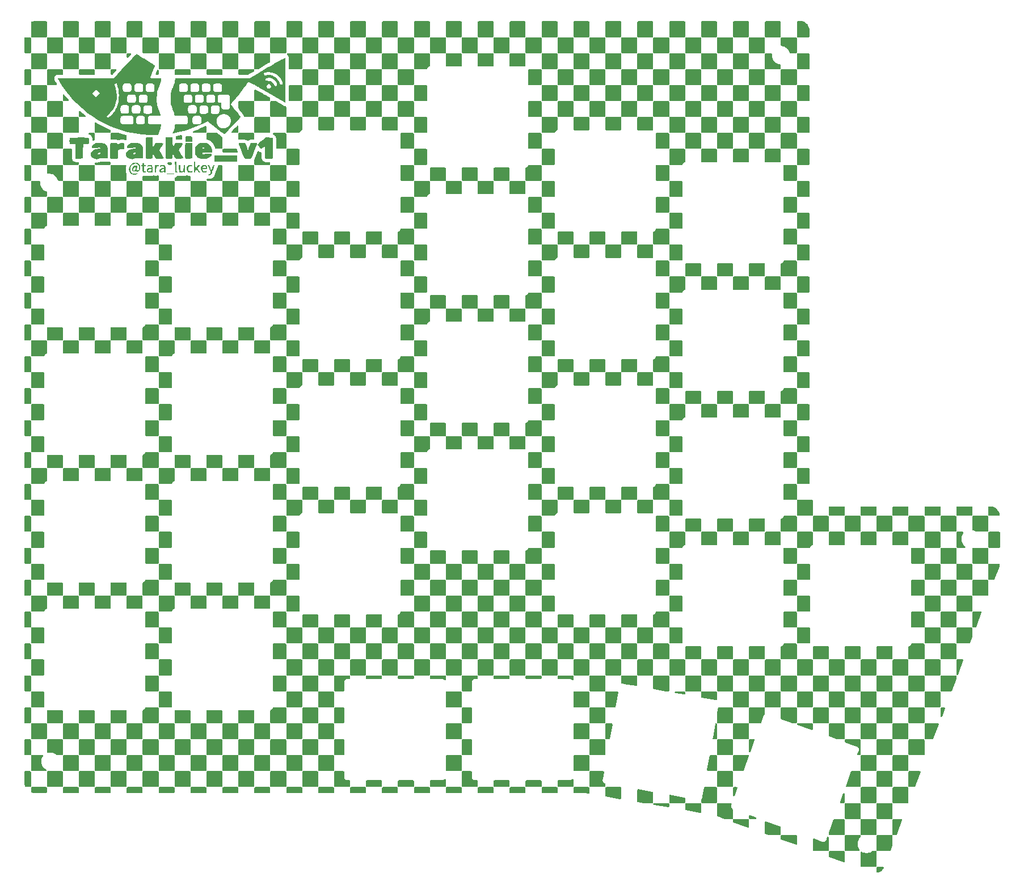
<source format=gbr>
G04 #@! TF.GenerationSoftware,KiCad,Pcbnew,9.0.6*
G04 #@! TF.CreationDate,2025-12-07T22:25:45+09:00*
G04 #@! TF.ProjectId,tarakkie_v1_left_top2,74617261-6b6b-4696-955f-76315f6c6566,rev?*
G04 #@! TF.SameCoordinates,Original*
G04 #@! TF.FileFunction,Copper,L1,Top*
G04 #@! TF.FilePolarity,Positive*
%FSLAX46Y46*%
G04 Gerber Fmt 4.6, Leading zero omitted, Abs format (unit mm)*
G04 Created by KiCad (PCBNEW 9.0.6) date 2025-12-07 22:25:45*
%MOMM*%
%LPD*%
G01*
G04 APERTURE LIST*
G04 #@! TA.AperFunction,EtchedComponent*
%ADD10C,0.000000*%
G04 #@! TD*
G04 APERTURE END LIST*
D10*
G04 #@! TA.AperFunction,EtchedComponent*
G36*
X62212702Y-59757590D02*
G01*
X62213551Y-60016536D01*
X62216605Y-60208500D01*
X62222623Y-60343343D01*
X62232364Y-60430923D01*
X62246590Y-60481099D01*
X62266058Y-60503730D01*
X62270342Y-60505703D01*
X62317809Y-60557828D01*
X62327982Y-60605881D01*
X62309459Y-60663802D01*
X62240901Y-60683404D01*
X62217407Y-60683940D01*
X62117857Y-60662907D01*
X62054094Y-60620503D01*
X62034338Y-60576652D01*
X62018867Y-60492736D01*
X62007027Y-60360401D01*
X61998167Y-60171297D01*
X61991633Y-59917070D01*
X61989509Y-59794331D01*
X61977663Y-59031595D01*
X62095183Y-59031595D01*
X62212702Y-59031595D01*
X62212702Y-59757590D01*
G37*
G04 #@! TD.AperFunction*
G04 #@! TA.AperFunction,EtchedComponent*
G36*
X64005266Y-56272097D02*
G01*
X64057584Y-56273228D01*
X64537513Y-56284092D01*
X64537513Y-57436890D01*
X64537513Y-58589689D01*
X64056342Y-58600379D01*
X63826751Y-58602527D01*
X63666410Y-58596792D01*
X63568068Y-58582673D01*
X63527975Y-58563873D01*
X63512872Y-58511065D01*
X63500434Y-58393649D01*
X63490653Y-58223825D01*
X63483524Y-58013790D01*
X63479039Y-57775745D01*
X63477192Y-57521888D01*
X63477975Y-57264418D01*
X63481383Y-57015535D01*
X63487408Y-56787437D01*
X63496043Y-56592322D01*
X63507282Y-56442392D01*
X63521118Y-56349843D01*
X63529217Y-56328606D01*
X63558566Y-56300812D01*
X63607258Y-56282688D01*
X63688880Y-56272810D01*
X63817020Y-56269754D01*
X64005266Y-56272097D01*
G37*
G04 #@! TD.AperFunction*
G04 #@! TA.AperFunction,EtchedComponent*
G36*
X61488492Y-60799756D02*
G01*
X61640491Y-60802429D01*
X61738856Y-60808841D01*
X61795195Y-60820593D01*
X61821118Y-60839287D01*
X61828233Y-60866524D01*
X61828436Y-60876074D01*
X61824556Y-60906038D01*
X61805175Y-60927003D01*
X61758687Y-60940571D01*
X61673481Y-60948342D01*
X61537949Y-60951917D01*
X61340482Y-60952899D01*
X61271250Y-60952927D01*
X61054008Y-60952392D01*
X60902009Y-60949718D01*
X60803644Y-60943306D01*
X60747304Y-60931554D01*
X60721381Y-60912860D01*
X60714267Y-60885623D01*
X60714064Y-60876074D01*
X60717944Y-60846109D01*
X60737324Y-60825144D01*
X60783813Y-60811576D01*
X60869019Y-60803805D01*
X61004551Y-60800230D01*
X61202017Y-60799248D01*
X61271250Y-60799220D01*
X61488492Y-60799756D01*
G37*
G04 #@! TD.AperFunction*
G04 #@! TA.AperFunction,EtchedComponent*
G36*
X71234719Y-58586577D02*
G01*
X71237223Y-58789610D01*
X71231637Y-58926107D01*
X71217110Y-59006044D01*
X71196292Y-59037502D01*
X71148396Y-59044204D01*
X71031899Y-59050444D01*
X70855053Y-59056063D01*
X70626110Y-59060903D01*
X70353322Y-59064807D01*
X70044940Y-59067616D01*
X69709216Y-59069172D01*
X69528073Y-59069434D01*
X69122071Y-59069208D01*
X68786460Y-59068070D01*
X68514780Y-59065814D01*
X68300571Y-59062234D01*
X68137373Y-59057124D01*
X68018727Y-59050278D01*
X67938174Y-59041490D01*
X67889253Y-59030554D01*
X67865505Y-59017264D01*
X67864733Y-59016379D01*
X67841993Y-58944811D01*
X67830544Y-58800556D01*
X67830636Y-58586986D01*
X67831208Y-58564866D01*
X67842203Y-58166996D01*
X69532975Y-58166996D01*
X71223746Y-58166996D01*
X71234719Y-58586577D01*
G37*
G04 #@! TD.AperFunction*
G04 #@! TA.AperFunction,EtchedComponent*
G36*
X64264966Y-55270334D02*
G01*
X64420689Y-55283828D01*
X64502827Y-55306043D01*
X64510614Y-55311898D01*
X64535393Y-55377291D01*
X64551172Y-55508906D01*
X64556726Y-55696505D01*
X64556726Y-55697115D01*
X64555632Y-55859638D01*
X64549442Y-55961962D01*
X64533800Y-56020737D01*
X64504346Y-56052613D01*
X64458158Y-56073696D01*
X64368317Y-56092302D01*
X64229754Y-56103986D01*
X64064527Y-56108851D01*
X63894693Y-56106999D01*
X63742310Y-56098531D01*
X63629434Y-56083550D01*
X63586454Y-56069667D01*
X63553099Y-56037828D01*
X63532691Y-55979137D01*
X63522359Y-55877576D01*
X63519235Y-55717123D01*
X63519207Y-55694255D01*
X63524768Y-55507860D01*
X63540602Y-55376849D01*
X63565319Y-55311898D01*
X63631438Y-55287849D01*
X63771635Y-55272473D01*
X63983601Y-55265995D01*
X64037967Y-55265786D01*
X64264966Y-55270334D01*
G37*
G04 #@! TD.AperFunction*
G04 #@! TA.AperFunction,EtchedComponent*
G36*
X59136713Y-59555934D02*
G01*
X59162891Y-59588229D01*
X59187177Y-59624702D01*
X59230893Y-59611766D01*
X59266301Y-59588229D01*
X59345148Y-59553536D01*
X59443772Y-59534622D01*
X59535169Y-59533252D01*
X59592330Y-59551194D01*
X59599692Y-59566425D01*
X59570400Y-59669424D01*
X59486521Y-59719419D01*
X59444491Y-59723275D01*
X59333505Y-59748113D01*
X59254198Y-59826438D01*
X59203899Y-59963967D01*
X59179938Y-60166417D01*
X59176999Y-60295999D01*
X59176254Y-60460758D01*
X59171324Y-60563374D01*
X59158164Y-60618561D01*
X59132732Y-60641028D01*
X59090984Y-60645488D01*
X59080932Y-60645514D01*
X58984866Y-60645514D01*
X58984866Y-60088328D01*
X58985376Y-59871149D01*
X58987993Y-59719203D01*
X58994344Y-59620872D01*
X59006057Y-59564537D01*
X59024759Y-59538579D01*
X59052079Y-59531381D01*
X59062925Y-59531142D01*
X59136713Y-59555934D01*
G37*
G04 #@! TD.AperFunction*
G04 #@! TA.AperFunction,EtchedComponent*
G36*
X62789102Y-59965362D02*
G01*
X62793579Y-60195643D01*
X62806897Y-60353472D01*
X62828888Y-60437087D01*
X62835214Y-60445695D01*
X62927863Y-60488427D01*
X63045423Y-60471452D01*
X63148972Y-60412165D01*
X63194314Y-60372781D01*
X63223598Y-60329348D01*
X63240328Y-60265248D01*
X63248006Y-60163862D01*
X63250137Y-60008570D01*
X63250221Y-59931832D01*
X63250221Y-59531142D01*
X63346288Y-59531142D01*
X63442354Y-59531142D01*
X63442354Y-60088328D01*
X63442354Y-60645514D01*
X63346288Y-60645514D01*
X63268084Y-60624752D01*
X63250221Y-60585085D01*
X63240367Y-60551766D01*
X63200476Y-60566219D01*
X63148972Y-60604298D01*
X63028450Y-60660804D01*
X62877609Y-60682414D01*
X62736972Y-60664020D01*
X62721046Y-60658222D01*
X62653318Y-60604518D01*
X62605134Y-60501277D01*
X62574720Y-60341045D01*
X62560305Y-60116369D01*
X62558542Y-59974956D01*
X62558542Y-59531142D01*
X62673822Y-59531142D01*
X62789102Y-59531142D01*
X62789102Y-59965362D01*
G37*
G04 #@! TD.AperFunction*
G04 #@! TA.AperFunction,EtchedComponent*
G36*
X64427641Y-59554989D02*
G01*
X64512188Y-59592668D01*
X64571098Y-59641735D01*
X64570280Y-59682671D01*
X64537684Y-59723085D01*
X64486629Y-59767008D01*
X64431811Y-59766356D01*
X64363060Y-59735964D01*
X64235250Y-59706165D01*
X64121354Y-59739843D01*
X64029273Y-59823857D01*
X63966908Y-59945068D01*
X63942159Y-60090333D01*
X63962925Y-60246512D01*
X64000239Y-60339452D01*
X64091984Y-60443502D01*
X64222296Y-60484009D01*
X64383310Y-60458672D01*
X64394350Y-60454800D01*
X64488526Y-60427202D01*
X64539237Y-60434713D01*
X64560880Y-60458785D01*
X64590354Y-60524041D01*
X64568770Y-60571597D01*
X64485782Y-60623239D01*
X64481781Y-60625314D01*
X64303125Y-60676914D01*
X64106629Y-60664827D01*
X63992133Y-60627576D01*
X63875470Y-60539487D01*
X63781853Y-60398650D01*
X63723914Y-60228460D01*
X63711341Y-60107541D01*
X63737578Y-59934895D01*
X63807389Y-59770853D01*
X63907418Y-59641278D01*
X63978796Y-59589573D01*
X64118207Y-59545177D01*
X64278816Y-59533712D01*
X64427641Y-59554989D01*
G37*
G04 #@! TD.AperFunction*
G04 #@! TA.AperFunction,EtchedComponent*
G36*
X65026368Y-59555500D02*
G01*
X65037059Y-60079404D01*
X65248406Y-59806780D01*
X65354230Y-59674393D01*
X65430777Y-59592852D01*
X65492985Y-59550146D01*
X65555794Y-59534261D01*
X65589344Y-59532649D01*
X65652572Y-59532259D01*
X65685670Y-59540260D01*
X65684731Y-59567724D01*
X65645852Y-59625723D01*
X65565127Y-59725329D01*
X65489178Y-59816651D01*
X65417307Y-59909381D01*
X65371900Y-59979963D01*
X65363686Y-60002056D01*
X65383247Y-60048583D01*
X65435123Y-60141163D01*
X65509107Y-60261831D01*
X65529000Y-60292945D01*
X65610996Y-60420520D01*
X65678601Y-60526344D01*
X65719436Y-60591023D01*
X65723401Y-60597480D01*
X65721491Y-60631611D01*
X65654728Y-60644927D01*
X65625333Y-60645475D01*
X65545420Y-60636844D01*
X65485966Y-60599685D01*
X65425383Y-60517003D01*
X65393453Y-60462948D01*
X65311239Y-60320168D01*
X65256768Y-60234628D01*
X65218238Y-60197667D01*
X65183845Y-60200628D01*
X65141788Y-60234850D01*
X65115936Y-60259346D01*
X65039986Y-60363576D01*
X65017846Y-60497804D01*
X65017846Y-60498506D01*
X65012025Y-60594769D01*
X64984993Y-60636450D01*
X64922396Y-60645514D01*
X64921779Y-60645514D01*
X64825713Y-60645514D01*
X64825713Y-59838555D01*
X64825713Y-59031595D01*
X64920695Y-59031595D01*
X65015677Y-59031595D01*
X65026368Y-59555500D01*
G37*
G04 #@! TD.AperFunction*
G04 #@! TA.AperFunction,EtchedComponent*
G36*
X67869652Y-59535909D02*
G01*
X67899843Y-59546607D01*
X67887810Y-59586065D01*
X67854361Y-59686382D01*
X67803470Y-59835879D01*
X67739114Y-60022875D01*
X67667708Y-60228680D01*
X67567069Y-60508914D01*
X67483516Y-60721450D01*
X67414199Y-60872813D01*
X67356269Y-60969528D01*
X67331475Y-60998651D01*
X67212073Y-61086369D01*
X67086879Y-61129209D01*
X66987211Y-61120410D01*
X66946888Y-61069715D01*
X66939177Y-61026578D01*
X66964240Y-60967715D01*
X67032455Y-60952927D01*
X67127251Y-60919699D01*
X67215353Y-60837317D01*
X67273773Y-60731733D01*
X67285017Y-60667765D01*
X67271111Y-60603536D01*
X67232913Y-60483594D01*
X67175700Y-60323162D01*
X67104748Y-60137462D01*
X67077009Y-60067728D01*
X66869000Y-59550355D01*
X66967166Y-59537671D01*
X67019965Y-59534477D01*
X67061320Y-59548282D01*
X67098693Y-59590523D01*
X67139544Y-59672637D01*
X67191333Y-59806058D01*
X67251191Y-59973048D01*
X67306899Y-60125907D01*
X67355448Y-60251149D01*
X67389839Y-60331100D01*
X67400175Y-60349353D01*
X67420831Y-60327267D01*
X67457316Y-60244501D01*
X67504419Y-60114290D01*
X67555231Y-59955480D01*
X67611288Y-59773453D01*
X67652708Y-59652653D01*
X67686477Y-59580554D01*
X67719577Y-59544633D01*
X67758990Y-59532365D01*
X67791831Y-59531142D01*
X67869652Y-59535909D01*
G37*
G04 #@! TD.AperFunction*
G04 #@! TA.AperFunction,EtchedComponent*
G36*
X57298348Y-59232118D02*
G01*
X57325858Y-59271690D01*
X57332486Y-59364049D01*
X57332521Y-59377435D01*
X57332521Y-59531142D01*
X57486227Y-59531142D01*
X57585258Y-59536385D01*
X57629273Y-59561118D01*
X57639879Y-59618842D01*
X57639934Y-59627208D01*
X57631544Y-59689102D01*
X57591972Y-59716612D01*
X57499613Y-59723240D01*
X57486227Y-59723275D01*
X57332521Y-59723275D01*
X57332521Y-60046758D01*
X57334847Y-60237872D01*
X57345144Y-60365028D01*
X57368388Y-60441064D01*
X57409558Y-60478819D01*
X57473631Y-60491130D01*
X57505070Y-60491807D01*
X57603391Y-60506831D01*
X57648057Y-60558154D01*
X57650419Y-60566179D01*
X57642464Y-60638587D01*
X57613331Y-60662245D01*
X57506274Y-60681261D01*
X57376557Y-60677358D01*
X57267288Y-60652772D01*
X57247573Y-60643282D01*
X57180858Y-60562507D01*
X57133738Y-60412500D01*
X57107475Y-60198667D01*
X57102175Y-60021081D01*
X57100460Y-59870997D01*
X57092770Y-59781989D01*
X57074885Y-59738303D01*
X57042587Y-59724182D01*
X57022435Y-59723275D01*
X56963577Y-59698498D01*
X56950061Y-59641982D01*
X56977343Y-59580449D01*
X57040880Y-59540623D01*
X57053928Y-59538076D01*
X57110987Y-59517590D01*
X57135724Y-59462825D01*
X57140388Y-59374763D01*
X57145851Y-59276830D01*
X57171464Y-59233742D01*
X57231060Y-59223751D01*
X57236454Y-59223729D01*
X57298348Y-59232118D01*
G37*
G04 #@! TD.AperFunction*
G04 #@! TA.AperFunction,EtchedComponent*
G36*
X66534452Y-59564643D02*
G01*
X66664933Y-59660714D01*
X66748827Y-59812706D01*
X66776083Y-59946510D01*
X66795249Y-60145968D01*
X66425307Y-60145968D01*
X66240201Y-60150016D01*
X66115492Y-60161642D01*
X66058306Y-60180070D01*
X66055365Y-60186303D01*
X66077983Y-60268758D01*
X66131806Y-60366092D01*
X66195782Y-60444358D01*
X66230006Y-60467937D01*
X66349976Y-60489947D01*
X66487702Y-60483781D01*
X66594250Y-60452892D01*
X66659549Y-60437062D01*
X66705966Y-60486887D01*
X66707649Y-60489998D01*
X66713760Y-60561398D01*
X66660091Y-60618630D01*
X66562931Y-60658480D01*
X66438569Y-60677736D01*
X66303293Y-60673185D01*
X66173392Y-60641613D01*
X66105486Y-60608778D01*
X65961045Y-60490876D01*
X65877256Y-60343201D01*
X65845980Y-60150150D01*
X65845299Y-60110038D01*
X65862234Y-59974856D01*
X66055365Y-59974856D01*
X66090547Y-59983435D01*
X66183133Y-59989652D01*
X66313681Y-59992248D01*
X66324351Y-59992261D01*
X66473197Y-59986718D01*
X66566341Y-59971229D01*
X66593338Y-59951308D01*
X66559600Y-59833117D01*
X66473584Y-59746508D01*
X66358081Y-59706618D01*
X66248996Y-59722654D01*
X66162508Y-59784345D01*
X66089585Y-59877102D01*
X66055640Y-59967823D01*
X66055365Y-59974856D01*
X65862234Y-59974856D01*
X65873341Y-59886192D01*
X65955325Y-59713771D01*
X66088041Y-59596359D01*
X66268277Y-59537539D01*
X66363980Y-59531142D01*
X66534452Y-59564643D01*
G37*
G04 #@! TD.AperFunction*
G04 #@! TA.AperFunction,EtchedComponent*
G36*
X48613338Y-55458898D02*
G01*
X48799478Y-55466189D01*
X48937305Y-55481045D01*
X49033946Y-55505913D01*
X49096528Y-55543242D01*
X49132178Y-55595482D01*
X49148023Y-55665081D01*
X49151190Y-55754488D01*
X49148805Y-55866151D01*
X49147649Y-55957465D01*
X49145965Y-56161069D01*
X49133011Y-56300126D01*
X49096939Y-56386942D01*
X49025898Y-56433820D01*
X48908039Y-56453066D01*
X48731512Y-56456985D01*
X48666572Y-56457012D01*
X48265053Y-56457012D01*
X48254838Y-57523350D01*
X48244624Y-58589689D01*
X47704458Y-58600306D01*
X47507935Y-58602333D01*
X47339470Y-58600606D01*
X47213691Y-58595537D01*
X47145224Y-58587540D01*
X47137666Y-58584295D01*
X47130672Y-58540311D01*
X47124366Y-58429651D01*
X47118998Y-58262490D01*
X47114820Y-58049003D01*
X47112084Y-57799364D01*
X47111041Y-57523750D01*
X47111038Y-57507339D01*
X47111038Y-56457012D01*
X46715244Y-56457012D01*
X46501631Y-56452158D01*
X46354334Y-56437925D01*
X46278066Y-56414805D01*
X46273338Y-56410900D01*
X46249117Y-56344854D01*
X46233663Y-56206184D01*
X46227360Y-55998658D01*
X46227226Y-55957465D01*
X46231961Y-55738783D01*
X46245910Y-55588327D01*
X46268689Y-55509864D01*
X46273338Y-55504031D01*
X46308396Y-55490927D01*
X46388281Y-55480278D01*
X46518224Y-55471916D01*
X46703457Y-55465669D01*
X46949212Y-55461369D01*
X47260720Y-55458846D01*
X47643214Y-55457929D01*
X47693771Y-55457919D01*
X48067611Y-55457212D01*
X48371758Y-55456722D01*
X48613338Y-55458898D01*
G37*
G04 #@! TD.AperFunction*
G04 #@! TA.AperFunction,EtchedComponent*
G36*
X76214446Y-55458872D02*
G01*
X76355893Y-55462962D01*
X76447092Y-55472036D01*
X76501339Y-55487942D01*
X76531931Y-55512527D01*
X76544482Y-55532246D01*
X76555845Y-55592971D01*
X76565426Y-55727300D01*
X76573138Y-55932002D01*
X76578895Y-56203848D01*
X76582612Y-56539606D01*
X76584204Y-56936046D01*
X76584260Y-57033411D01*
X76583159Y-57443077D01*
X76579914Y-57792789D01*
X76574608Y-58079316D01*
X76567330Y-58299428D01*
X76558163Y-58449894D01*
X76547193Y-58527484D01*
X76544482Y-58534576D01*
X76522227Y-58564721D01*
X76484731Y-58585445D01*
X76419003Y-58598485D01*
X76312049Y-58605577D01*
X76150880Y-58608459D01*
X75988648Y-58608903D01*
X75778873Y-58608021D01*
X75632951Y-58604218D01*
X75537890Y-58595756D01*
X75480697Y-58580898D01*
X75448382Y-58557907D01*
X75432814Y-58534576D01*
X75419582Y-58470860D01*
X75408646Y-58338441D01*
X75400349Y-58145441D01*
X75395033Y-57899986D01*
X75393041Y-57610198D01*
X75393035Y-57592055D01*
X75393035Y-56723862D01*
X75140965Y-56917063D01*
X75009357Y-57016664D01*
X74923456Y-57075790D01*
X74868504Y-57101403D01*
X74829744Y-57100466D01*
X74793778Y-57080856D01*
X74743479Y-57031950D01*
X74666354Y-56940429D01*
X74574939Y-56823243D01*
X74481771Y-56697342D01*
X74399384Y-56579675D01*
X74340316Y-56487194D01*
X74317102Y-56436849D01*
X74317089Y-56436325D01*
X74347837Y-56392383D01*
X74437788Y-56306762D01*
X74583504Y-56182311D01*
X74781548Y-56021876D01*
X75028482Y-55828305D01*
X75320867Y-55604444D01*
X75328732Y-55598482D01*
X75514202Y-55457919D01*
X76009452Y-55457919D01*
X76214446Y-55458872D01*
G37*
G04 #@! TD.AperFunction*
G04 #@! TA.AperFunction,EtchedComponent*
G36*
X58370316Y-59535295D02*
G01*
X58464385Y-59555012D01*
X58537166Y-59606900D01*
X58588648Y-59703697D01*
X58621088Y-59854009D01*
X58636746Y-60066447D01*
X58639026Y-60220913D01*
X58638085Y-60406562D01*
X58633715Y-60528584D01*
X58623594Y-60600198D01*
X58605400Y-60634621D01*
X58576811Y-60645072D01*
X58564441Y-60645514D01*
X58490925Y-60627937D01*
X58466193Y-60607228D01*
X58416234Y-60594682D01*
X58331340Y-60626441D01*
X58174492Y-60676822D01*
X58020126Y-60674071D01*
X57893883Y-60619343D01*
X57878204Y-60606024D01*
X57786802Y-60480674D01*
X57764975Y-60351795D01*
X57985773Y-60351795D01*
X57995802Y-60432150D01*
X58011391Y-60466190D01*
X58079057Y-60489931D01*
X58184557Y-60488103D01*
X58294484Y-60463970D01*
X58361489Y-60431988D01*
X58428108Y-60351924D01*
X58446893Y-60234827D01*
X58442781Y-60144878D01*
X58415197Y-60111168D01*
X58341272Y-60114739D01*
X58308335Y-60119970D01*
X58148636Y-60165986D01*
X58037389Y-60239616D01*
X57987324Y-60331713D01*
X57985773Y-60351795D01*
X57764975Y-60351795D01*
X57764642Y-60349831D01*
X57805679Y-60223454D01*
X57903870Y-60111498D01*
X58053174Y-60023922D01*
X58247545Y-59970683D01*
X58265343Y-59968141D01*
X58374803Y-59949776D01*
X58424325Y-59925949D01*
X58430620Y-59885569D01*
X58424776Y-59862294D01*
X58359887Y-59755871D01*
X58252954Y-59705570D01*
X58116990Y-59713887D01*
X57976255Y-59776194D01*
X57911908Y-59798206D01*
X57869909Y-59761701D01*
X57837559Y-59693482D01*
X57856355Y-59645335D01*
X57936281Y-59594536D01*
X57945438Y-59589768D01*
X58065330Y-59551812D01*
X58219579Y-59532809D01*
X58370316Y-59535295D01*
G37*
G04 #@! TD.AperFunction*
G04 #@! TA.AperFunction,EtchedComponent*
G36*
X60339116Y-59542096D02*
G01*
X60389665Y-59560550D01*
X60461538Y-59625034D01*
X60510840Y-59710693D01*
X60541272Y-59831655D01*
X60556533Y-60002048D01*
X60560357Y-60212158D01*
X60559872Y-60399445D01*
X60556528Y-60523091D01*
X60547494Y-60596310D01*
X60529939Y-60632314D01*
X60501031Y-60644315D01*
X60467493Y-60645514D01*
X60390384Y-60628875D01*
X60359412Y-60599866D01*
X60326964Y-60579933D01*
X60254908Y-60616772D01*
X60251594Y-60619079D01*
X60112101Y-60676554D01*
X59958002Y-60678895D01*
X59819022Y-60627922D01*
X59770865Y-60589621D01*
X59689932Y-60462785D01*
X59683607Y-60351795D01*
X59907105Y-60351795D01*
X59917134Y-60432150D01*
X59932722Y-60466190D01*
X59997859Y-60488498D01*
X60099937Y-60487628D01*
X60203632Y-60466565D01*
X60262551Y-60438316D01*
X60315708Y-60352398D01*
X60329797Y-60242601D01*
X60326010Y-60148914D01*
X60301765Y-60113184D01*
X60237734Y-60116522D01*
X60206920Y-60122510D01*
X60051816Y-60173990D01*
X59947807Y-60251517D01*
X59907251Y-60345642D01*
X59907105Y-60351795D01*
X59683607Y-60351795D01*
X59682111Y-60325537D01*
X59747012Y-60189911D01*
X59785246Y-60146634D01*
X59916156Y-60053814D01*
X60084180Y-59984403D01*
X60249946Y-59954287D01*
X60262551Y-59954049D01*
X60319751Y-59922744D01*
X60329209Y-59886588D01*
X60299444Y-59776582D01*
X60216476Y-59718049D01*
X60086251Y-59713394D01*
X59972955Y-59742503D01*
X59869862Y-59774640D01*
X59812066Y-59776835D01*
X59773628Y-59747988D01*
X59762328Y-59733563D01*
X59739305Y-59685433D01*
X59765748Y-59645496D01*
X59839181Y-59601336D01*
X59945308Y-59564230D01*
X60082983Y-59540583D01*
X60223741Y-59532502D01*
X60339116Y-59542096D01*
G37*
G04 #@! TD.AperFunction*
G04 #@! TA.AperFunction,EtchedComponent*
G36*
X54301079Y-56278058D02*
G01*
X54354068Y-56302982D01*
X54380930Y-56363104D01*
X54400289Y-56478959D01*
X54411862Y-56629767D01*
X54415367Y-56794747D01*
X54410522Y-56953120D01*
X54397043Y-57084105D01*
X54374649Y-57166921D01*
X54365985Y-57179432D01*
X54300452Y-57204139D01*
X54167649Y-57219865D01*
X53976753Y-57225540D01*
X53971056Y-57225544D01*
X53784781Y-57226821D01*
X53649368Y-57237698D01*
X53556709Y-57268740D01*
X53498696Y-57330514D01*
X53467220Y-57433586D01*
X53454173Y-57588524D01*
X53451447Y-57805894D01*
X53451431Y-57902715D01*
X53448754Y-58111339D01*
X53441373Y-58294399D01*
X53430261Y-58436415D01*
X53416394Y-58521905D01*
X53411653Y-58534576D01*
X53389332Y-58564791D01*
X53351715Y-58585539D01*
X53285772Y-58598568D01*
X53178472Y-58605631D01*
X53016784Y-58608479D01*
X52858578Y-58608903D01*
X52646139Y-58607622D01*
X52498530Y-58602876D01*
X52403757Y-58593304D01*
X52349826Y-58577550D01*
X52324742Y-58554253D01*
X52321957Y-58548120D01*
X52315851Y-58494948D01*
X52310342Y-58375454D01*
X52305648Y-58200164D01*
X52301988Y-57979608D01*
X52299578Y-57724315D01*
X52298638Y-57444813D01*
X52298633Y-57422220D01*
X52299675Y-57077621D01*
X52302957Y-56804303D01*
X52308707Y-56596719D01*
X52317156Y-56449322D01*
X52328534Y-56356567D01*
X52343072Y-56312906D01*
X52344745Y-56310990D01*
X52410903Y-56287116D01*
X52552465Y-56271814D01*
X52768454Y-56265174D01*
X52836605Y-56264878D01*
X53052451Y-56267769D01*
X53202779Y-56278703D01*
X53298781Y-56301071D01*
X53351653Y-56338265D01*
X53372587Y-56393678D01*
X53374578Y-56427890D01*
X53381053Y-56464968D01*
X53410968Y-56468637D01*
X53480062Y-56435967D01*
X53551560Y-56394960D01*
X53683692Y-56337335D01*
X53846716Y-56294310D01*
X54018625Y-56268408D01*
X54177415Y-56262150D01*
X54301079Y-56278058D01*
G37*
G04 #@! TD.AperFunction*
G04 #@! TA.AperFunction,EtchedComponent*
G36*
X73712382Y-56272421D02*
G01*
X73755478Y-56273348D01*
X73954652Y-56279317D01*
X74089430Y-56287628D01*
X74172267Y-56300225D01*
X74215618Y-56319054D01*
X74231940Y-56346058D01*
X74232296Y-56347789D01*
X74220786Y-56395017D01*
X74183941Y-56502283D01*
X74126103Y-56658733D01*
X74051614Y-56853513D01*
X73964814Y-57075768D01*
X73870046Y-57314643D01*
X73771652Y-57559286D01*
X73673972Y-57798840D01*
X73581349Y-58022453D01*
X73498124Y-58219270D01*
X73428639Y-58378436D01*
X73377235Y-58489097D01*
X73370134Y-58503229D01*
X73316024Y-58608903D01*
X72860596Y-58608903D01*
X72636942Y-58605600D01*
X72483764Y-58595295D01*
X72394953Y-58577391D01*
X72368435Y-58560869D01*
X72337194Y-58503541D01*
X72283794Y-58387709D01*
X72212594Y-58224211D01*
X72127954Y-58023887D01*
X72034233Y-57797575D01*
X71935791Y-57556115D01*
X71836987Y-57310346D01*
X71742181Y-57071106D01*
X71655733Y-56849234D01*
X71582002Y-56655570D01*
X71525347Y-56500953D01*
X71490129Y-56396222D01*
X71480438Y-56353075D01*
X71494030Y-56323322D01*
X71529978Y-56302784D01*
X71601216Y-56289256D01*
X71720683Y-56280532D01*
X71901314Y-56274407D01*
X71948866Y-56273230D01*
X72180298Y-56271765D01*
X72345375Y-56279753D01*
X72439875Y-56296926D01*
X72456030Y-56305489D01*
X72486775Y-56356495D01*
X72534480Y-56465898D01*
X72593163Y-56618745D01*
X72656843Y-56800084D01*
X72671518Y-56844104D01*
X72732680Y-57022128D01*
X72787293Y-57167589D01*
X72830352Y-57268133D01*
X72856853Y-57311409D01*
X72860814Y-57311391D01*
X72882619Y-57266140D01*
X72923532Y-57162981D01*
X72977898Y-57016763D01*
X73040062Y-56842332D01*
X73046565Y-56823693D01*
X73110824Y-56644483D01*
X73169888Y-56489439D01*
X73217485Y-56374392D01*
X73247347Y-56315168D01*
X73248709Y-56313403D01*
X73289467Y-56290708D01*
X73373294Y-56276868D01*
X73510748Y-56271051D01*
X73712382Y-56272421D01*
G37*
G04 #@! TD.AperFunction*
G04 #@! TA.AperFunction,EtchedComponent*
G36*
X58359492Y-55420946D02*
G01*
X58498678Y-55426320D01*
X58585938Y-55437132D01*
X58633715Y-55454900D01*
X58654128Y-55480275D01*
X58661633Y-55536943D01*
X58668134Y-55656911D01*
X58673215Y-55826629D01*
X58676455Y-56032545D01*
X58677453Y-56235766D01*
X58677453Y-56930474D01*
X58879792Y-56607283D01*
X59082131Y-56284092D01*
X59638191Y-56284092D01*
X59856839Y-56284910D01*
X60010371Y-56288295D01*
X60110517Y-56295643D01*
X60169006Y-56308349D01*
X60197567Y-56327811D01*
X60207296Y-56351825D01*
X60190829Y-56407321D01*
X60136034Y-56512061D01*
X60050232Y-56653460D01*
X59940746Y-56818935D01*
X59907945Y-56866293D01*
X59796924Y-57029499D01*
X59705674Y-57172192D01*
X59641724Y-57281917D01*
X59612604Y-57346218D01*
X59612056Y-57355746D01*
X59637726Y-57400859D01*
X59698265Y-57498535D01*
X59786299Y-57637137D01*
X59894455Y-57805026D01*
X59979948Y-57936437D01*
X60096339Y-58118891D01*
X60195120Y-58281911D01*
X60269475Y-58413576D01*
X60312589Y-58501966D01*
X60320474Y-58532049D01*
X60304246Y-58554894D01*
X60258377Y-58571698D01*
X60172239Y-58583682D01*
X60035205Y-58592065D01*
X59836648Y-58598070D01*
X59726449Y-58600284D01*
X59143283Y-58610879D01*
X58919974Y-58236192D01*
X58696666Y-57861505D01*
X58677453Y-58225597D01*
X58658239Y-58589689D01*
X58177068Y-58600379D01*
X57947478Y-58602527D01*
X57787136Y-58596792D01*
X57688794Y-58582673D01*
X57648702Y-58563873D01*
X57637051Y-58514766D01*
X57626902Y-58399057D01*
X57618279Y-58226981D01*
X57611207Y-58008775D01*
X57605711Y-57754675D01*
X57601815Y-57474918D01*
X57599544Y-57179740D01*
X57598924Y-56879378D01*
X57599978Y-56584067D01*
X57602731Y-56304044D01*
X57607209Y-56049545D01*
X57613435Y-55830807D01*
X57621435Y-55658066D01*
X57631234Y-55541558D01*
X57641286Y-55493820D01*
X57664606Y-55462566D01*
X57704043Y-55441492D01*
X57773214Y-55428629D01*
X57885736Y-55422012D01*
X58055225Y-55419673D01*
X58155934Y-55419493D01*
X58359492Y-55420946D01*
G37*
G04 #@! TD.AperFunction*
G04 #@! TA.AperFunction,EtchedComponent*
G36*
X61451701Y-55432807D02*
G01*
X61551352Y-55447204D01*
X61575507Y-55458489D01*
X61591873Y-55512102D01*
X61607167Y-55633981D01*
X61620674Y-55815539D01*
X61631683Y-56048189D01*
X61636303Y-56190772D01*
X61655516Y-56881590D01*
X61840772Y-56572196D01*
X62026029Y-56262802D01*
X62570878Y-56273447D01*
X62785295Y-56278138D01*
X62934900Y-56283778D01*
X63031728Y-56292415D01*
X63087814Y-56306099D01*
X63115191Y-56326881D01*
X63125894Y-56356810D01*
X63127711Y-56368289D01*
X63109081Y-56443728D01*
X63040485Y-56574924D01*
X62922917Y-56760105D01*
X62839511Y-56881792D01*
X62730460Y-57041034D01*
X62640532Y-57178646D01*
X62577570Y-57282137D01*
X62549416Y-57339019D01*
X62548799Y-57344764D01*
X62571973Y-57386782D01*
X62630085Y-57481661D01*
X62715957Y-57617975D01*
X62822413Y-57784300D01*
X62907314Y-57915509D01*
X63024559Y-58101054D01*
X63122997Y-58266775D01*
X63196010Y-58400738D01*
X63236980Y-58491012D01*
X63243203Y-58521137D01*
X63230998Y-58548328D01*
X63198677Y-58567783D01*
X63134482Y-58581151D01*
X63026656Y-58590084D01*
X62863443Y-58596231D01*
X62678582Y-58600378D01*
X62416761Y-58602147D01*
X62227070Y-58595986D01*
X62111136Y-58581982D01*
X62075583Y-58568297D01*
X62034268Y-58517652D01*
X61966485Y-58417552D01*
X61883722Y-58285368D01*
X61839783Y-58211769D01*
X61655516Y-57898010D01*
X61636303Y-58205423D01*
X61623541Y-58356137D01*
X61606973Y-58479457D01*
X61589735Y-58553233D01*
X61586002Y-58560869D01*
X61535756Y-58582221D01*
X61428346Y-58597834D01*
X61281738Y-58607710D01*
X61113896Y-58611851D01*
X60942786Y-58610258D01*
X60786373Y-58602930D01*
X60662622Y-58589871D01*
X60589498Y-58571080D01*
X60577915Y-58560805D01*
X60574120Y-58512956D01*
X60571083Y-58396733D01*
X60568849Y-58220614D01*
X60567462Y-57993075D01*
X60566968Y-57722594D01*
X60567411Y-57417646D01*
X60568837Y-57086708D01*
X60569515Y-56975707D01*
X60579571Y-55438706D01*
X61056748Y-55427865D01*
X61284842Y-55426243D01*
X61451701Y-55432807D01*
G37*
G04 #@! TD.AperFunction*
G04 #@! TA.AperFunction,EtchedComponent*
G36*
X66444136Y-56247132D02*
G01*
X66583843Y-56253681D01*
X66686523Y-56268534D01*
X66772075Y-56294913D01*
X66860400Y-56336039D01*
X66884996Y-56348870D01*
X67127681Y-56518018D01*
X67313596Y-56737361D01*
X67439915Y-57002360D01*
X67503813Y-57308472D01*
X67507264Y-57349303D01*
X67515606Y-57475029D01*
X67513871Y-57569048D01*
X67492638Y-57635962D01*
X67442485Y-57680375D01*
X67353989Y-57706891D01*
X67217730Y-57720114D01*
X67024286Y-57724647D01*
X66764234Y-57725093D01*
X66738173Y-57725090D01*
X66047033Y-57725090D01*
X66073459Y-57830378D01*
X66119805Y-57944475D01*
X66186797Y-57985491D01*
X66280261Y-57955325D01*
X66336316Y-57916060D01*
X66384301Y-57883701D01*
X66440691Y-57862289D01*
X66520614Y-57850103D01*
X66639201Y-57845422D01*
X66811579Y-57846525D01*
X66927504Y-57848813D01*
X67419510Y-57859583D01*
X67431763Y-57987313D01*
X67430448Y-58065638D01*
X67401641Y-58136832D01*
X67333638Y-58221976D01*
X67258844Y-58298790D01*
X67050395Y-58465807D01*
X66862324Y-58560412D01*
X66623324Y-58624162D01*
X66348986Y-58659258D01*
X66076514Y-58662416D01*
X65909996Y-58644423D01*
X65644426Y-58568056D01*
X65404004Y-58441074D01*
X65202732Y-58274183D01*
X65054611Y-58078090D01*
X64995041Y-57944836D01*
X64962663Y-57794043D01*
X64946097Y-57601004D01*
X64944606Y-57388673D01*
X64957456Y-57180003D01*
X64977252Y-57043764D01*
X66059813Y-57043764D01*
X66081250Y-57091937D01*
X66167363Y-57109394D01*
X66209071Y-57110264D01*
X66311077Y-57102996D01*
X66355713Y-57075619D01*
X66362778Y-57041096D01*
X66334547Y-56948033D01*
X66266427Y-56893323D01*
X66183274Y-56885053D01*
X66109945Y-56931309D01*
X66095143Y-56954031D01*
X66059813Y-57043764D01*
X64977252Y-57043764D01*
X64983910Y-56997946D01*
X65023233Y-56865456D01*
X65030080Y-56851493D01*
X65165527Y-56662679D01*
X65355066Y-56489863D01*
X65576061Y-56353433D01*
X65590922Y-56346336D01*
X65693777Y-56301686D01*
X65788328Y-56272502D01*
X65895490Y-56255575D01*
X66036177Y-56247701D01*
X66231304Y-56245671D01*
X66247498Y-56245665D01*
X66444136Y-56247132D01*
G37*
G04 #@! TD.AperFunction*
G04 #@! TA.AperFunction,EtchedComponent*
G36*
X50851744Y-56234373D02*
G01*
X51133931Y-56259457D01*
X51356570Y-56309303D01*
X51534367Y-56388843D01*
X51682024Y-56503007D01*
X51696981Y-56517814D01*
X51769847Y-56594081D01*
X51825980Y-56664462D01*
X51867560Y-56740085D01*
X51896768Y-56832078D01*
X51915786Y-56951569D01*
X51926793Y-57109685D01*
X51931971Y-57317555D01*
X51933501Y-57586306D01*
X51933580Y-57725090D01*
X51933580Y-58589689D01*
X51435766Y-58589689D01*
X51232389Y-58589213D01*
X51093002Y-58586295D01*
X51004743Y-58578703D01*
X50954749Y-58564203D01*
X50930157Y-58540561D01*
X50918106Y-58505545D01*
X50916676Y-58499561D01*
X50895399Y-58409432D01*
X50822181Y-58490337D01*
X50737521Y-58550302D01*
X50606739Y-58609126D01*
X50459969Y-58656107D01*
X50327346Y-58680541D01*
X50283867Y-58681546D01*
X50196439Y-58671544D01*
X50075803Y-58651762D01*
X50038542Y-58644691D01*
X49807401Y-58567293D01*
X49620589Y-58440598D01*
X49485619Y-58274751D01*
X49410008Y-58079899D01*
X49401978Y-57883502D01*
X50454155Y-57883502D01*
X50471660Y-57934111D01*
X50536892Y-57953966D01*
X50585903Y-57955650D01*
X50694361Y-57938635D01*
X50775745Y-57897469D01*
X50778036Y-57895265D01*
X50826444Y-57833711D01*
X50838421Y-57802341D01*
X50850982Y-57740235D01*
X50860418Y-57712479D01*
X50863335Y-57679242D01*
X50825472Y-57672221D01*
X50731122Y-57689175D01*
X50717831Y-57692135D01*
X50568305Y-57737037D01*
X50484315Y-57793582D01*
X50454620Y-57869926D01*
X50454155Y-57883502D01*
X49401978Y-57883502D01*
X49401270Y-57866189D01*
X49412814Y-57799912D01*
X49495135Y-57605560D01*
X49647401Y-57441389D01*
X49868583Y-57308093D01*
X50157653Y-57206372D01*
X50353135Y-57162649D01*
X50510907Y-57133155D01*
X50648793Y-57107135D01*
X50741860Y-57089301D01*
X50754456Y-57086822D01*
X50822166Y-57052548D01*
X50831309Y-56984412D01*
X50791558Y-56908710D01*
X50715208Y-56887931D01*
X50622920Y-56925741D01*
X50601088Y-56943583D01*
X50526715Y-56977590D01*
X50398692Y-57004454D01*
X50236086Y-57023452D01*
X50057963Y-57033861D01*
X49883391Y-57034956D01*
X49731435Y-57026013D01*
X49621164Y-57006310D01*
X49575926Y-56982499D01*
X49545417Y-56888763D01*
X49579671Y-56766884D01*
X49675585Y-56624782D01*
X49746122Y-56548196D01*
X49939477Y-56398483D01*
X50174965Y-56297280D01*
X50459620Y-56242591D01*
X50800480Y-56232419D01*
X50851744Y-56234373D01*
G37*
G04 #@! TD.AperFunction*
G04 #@! TA.AperFunction,EtchedComponent*
G36*
X56116192Y-56234373D02*
G01*
X56398378Y-56259457D01*
X56621018Y-56309303D01*
X56798815Y-56388843D01*
X56946471Y-56503007D01*
X56961429Y-56517814D01*
X57034295Y-56594081D01*
X57090427Y-56664462D01*
X57132008Y-56740085D01*
X57161216Y-56832078D01*
X57180233Y-56951569D01*
X57191241Y-57109685D01*
X57196419Y-57317555D01*
X57197948Y-57586306D01*
X57198027Y-57725090D01*
X57198027Y-58589689D01*
X56700214Y-58589689D01*
X56496837Y-58589213D01*
X56357450Y-58586295D01*
X56269191Y-58578703D01*
X56219197Y-58564203D01*
X56194605Y-58540561D01*
X56182553Y-58505545D01*
X56181124Y-58499561D01*
X56159847Y-58409432D01*
X56086629Y-58490337D01*
X56001969Y-58550302D01*
X55871187Y-58609126D01*
X55724417Y-58656107D01*
X55591794Y-58680541D01*
X55548315Y-58681546D01*
X55460887Y-58671544D01*
X55340251Y-58651762D01*
X55302989Y-58644691D01*
X55071849Y-58567293D01*
X54885037Y-58440598D01*
X54750067Y-58274751D01*
X54674456Y-58079899D01*
X54666426Y-57883502D01*
X55718602Y-57883502D01*
X55736108Y-57934111D01*
X55801340Y-57953966D01*
X55850351Y-57955650D01*
X55958809Y-57938635D01*
X56040193Y-57897469D01*
X56042484Y-57895265D01*
X56090892Y-57833711D01*
X56102869Y-57802341D01*
X56115430Y-57740235D01*
X56124866Y-57712479D01*
X56127783Y-57679242D01*
X56089920Y-57672221D01*
X55995570Y-57689175D01*
X55982279Y-57692135D01*
X55832753Y-57737037D01*
X55748763Y-57793582D01*
X55719068Y-57869926D01*
X55718602Y-57883502D01*
X54666426Y-57883502D01*
X54665718Y-57866189D01*
X54677262Y-57799912D01*
X54759583Y-57605560D01*
X54911849Y-57441389D01*
X55133031Y-57308093D01*
X55422101Y-57206372D01*
X55617583Y-57162649D01*
X55775355Y-57133155D01*
X55913241Y-57107135D01*
X56006308Y-57089301D01*
X56018903Y-57086822D01*
X56086614Y-57052548D01*
X56095757Y-56984412D01*
X56056006Y-56908710D01*
X55979656Y-56887931D01*
X55887368Y-56925741D01*
X55865536Y-56943583D01*
X55791163Y-56977590D01*
X55663140Y-57004454D01*
X55500534Y-57023452D01*
X55322411Y-57033861D01*
X55147839Y-57034956D01*
X54995883Y-57026013D01*
X54885612Y-57006310D01*
X54840374Y-56982499D01*
X54809865Y-56888763D01*
X54844119Y-56766884D01*
X54940033Y-56624782D01*
X55010569Y-56548196D01*
X55203925Y-56398483D01*
X55439412Y-56297280D01*
X55724068Y-56242591D01*
X56064927Y-56232419D01*
X56116192Y-56234373D01*
G37*
G04 #@! TD.AperFunction*
G04 #@! TA.AperFunction,EtchedComponent*
G36*
X56227201Y-59208415D02*
G01*
X56339472Y-59223923D01*
X56426998Y-59256751D01*
X56497509Y-59299922D01*
X56664305Y-59456696D01*
X56767611Y-59655662D01*
X56808223Y-59898460D01*
X56808958Y-59939895D01*
X56782504Y-60162563D01*
X56706711Y-60341957D01*
X56586930Y-60468947D01*
X56465447Y-60526014D01*
X56330902Y-60542808D01*
X56215436Y-60521612D01*
X56142588Y-60467909D01*
X56133311Y-60448642D01*
X56104671Y-60424827D01*
X56041447Y-60453949D01*
X56024665Y-60465372D01*
X55887823Y-60523399D01*
X55758239Y-60513652D01*
X55651296Y-60444776D01*
X55582378Y-60325419D01*
X55564896Y-60206938D01*
X55568418Y-60183172D01*
X55757029Y-60183172D01*
X55763803Y-60283484D01*
X55780482Y-60347367D01*
X55784268Y-60352531D01*
X55852780Y-60373261D01*
X55941159Y-60342414D01*
X56023041Y-60269805D01*
X56029412Y-60261248D01*
X56078229Y-60158052D01*
X56108226Y-60030312D01*
X56110121Y-60011474D01*
X56112930Y-59912127D01*
X56092146Y-59865395D01*
X56035115Y-59847819D01*
X56020867Y-59846039D01*
X55915164Y-59868769D01*
X55827296Y-59950982D01*
X55770760Y-60075430D01*
X55757029Y-60183172D01*
X55568418Y-60183172D01*
X55591773Y-60025570D01*
X55664723Y-59868716D01*
X55772225Y-59751703D01*
X55902755Y-59689860D01*
X55957973Y-59684003D01*
X56055371Y-59684309D01*
X56178531Y-59685208D01*
X56194148Y-59685357D01*
X56343067Y-59686826D01*
X56312407Y-59887577D01*
X56293547Y-60033862D01*
X56281081Y-60173176D01*
X56278768Y-60222821D01*
X56284338Y-60314832D01*
X56318270Y-60355923D01*
X56380529Y-60369383D01*
X56482011Y-60346009D01*
X56563924Y-60258773D01*
X56619166Y-60119645D01*
X56640638Y-59940597D01*
X56640698Y-59930697D01*
X56610187Y-59725515D01*
X56526043Y-59562603D01*
X56399842Y-59443559D01*
X56243160Y-59369984D01*
X56067574Y-59343476D01*
X55884661Y-59365636D01*
X55705996Y-59438063D01*
X55543156Y-59562356D01*
X55407719Y-59740115D01*
X55397215Y-59758891D01*
X55316925Y-59969245D01*
X55292364Y-60188228D01*
X55321029Y-60398475D01*
X55400414Y-60582619D01*
X55528014Y-60723293D01*
X55537292Y-60730074D01*
X55676403Y-60793986D01*
X55853809Y-60828708D01*
X56035341Y-60830656D01*
X56183077Y-60797831D01*
X56269779Y-60769007D01*
X56316712Y-60778895D01*
X56336389Y-60802695D01*
X56366583Y-60866679D01*
X56345806Y-60907632D01*
X56262708Y-60944989D01*
X56250841Y-60949168D01*
X56109375Y-60979199D01*
X55934625Y-60989788D01*
X55756967Y-60981633D01*
X55606776Y-60955432D01*
X55545683Y-60932982D01*
X55361456Y-60801290D01*
X55229147Y-60625925D01*
X55148475Y-60419623D01*
X55119162Y-60195119D01*
X55140926Y-59965148D01*
X55213489Y-59742445D01*
X55336571Y-59539745D01*
X55509891Y-59369785D01*
X55581096Y-59321175D01*
X55690515Y-59259423D01*
X55787625Y-59224164D01*
X55902051Y-59208246D01*
X56063418Y-59204515D01*
X56064244Y-59204515D01*
X56227201Y-59208415D01*
G37*
G04 #@! TD.AperFunction*
G04 #@! TA.AperFunction,EtchedComponent*
G36*
X56242846Y-42990179D02*
G01*
X56337600Y-43045399D01*
X56480916Y-43131336D01*
X56664555Y-43242877D01*
X56880280Y-43374906D01*
X57119853Y-43522310D01*
X57375036Y-43679974D01*
X57637592Y-43842784D01*
X57899282Y-44005624D01*
X58151869Y-44163380D01*
X58387116Y-44310938D01*
X58596784Y-44443183D01*
X58772636Y-44555001D01*
X58906434Y-44641277D01*
X58989940Y-44696897D01*
X59014222Y-44715012D01*
X59004949Y-44753760D01*
X58969819Y-44853766D01*
X58912552Y-45005352D01*
X58836865Y-45198839D01*
X58746476Y-45424551D01*
X58662359Y-45630875D01*
X58561719Y-45876817D01*
X58471525Y-46099121D01*
X58395700Y-46287970D01*
X58338162Y-46433544D01*
X58302834Y-46526025D01*
X58293186Y-46555399D01*
X58329747Y-46563087D01*
X58431972Y-46569871D01*
X58588673Y-46575394D01*
X58788663Y-46579298D01*
X59020754Y-46581227D01*
X59105702Y-46581369D01*
X59918218Y-46581369D01*
X59894847Y-46821535D01*
X59865433Y-47037649D01*
X59816519Y-47259813D01*
X59743170Y-47505681D01*
X59640448Y-47792907D01*
X59578911Y-47951530D01*
X59476462Y-48215674D01*
X59400312Y-48430254D01*
X59346160Y-48616203D01*
X59309706Y-48794456D01*
X59286648Y-48985946D01*
X59272684Y-49211606D01*
X59263688Y-49485680D01*
X59259384Y-49829478D01*
X59268379Y-50117311D01*
X59293781Y-50369387D01*
X59338694Y-50605915D01*
X59406226Y-50847103D01*
X59499483Y-51113161D01*
X59523625Y-51176686D01*
X59651981Y-51520465D01*
X59752538Y-51810627D01*
X59823126Y-52040773D01*
X59844861Y-52124409D01*
X59870142Y-52230083D01*
X59003064Y-52230083D01*
X58135986Y-52230083D01*
X58041667Y-52324403D01*
X57999826Y-52371197D01*
X57972665Y-52422400D01*
X57957103Y-52494861D01*
X57950059Y-52605429D01*
X57948452Y-52770955D01*
X57948569Y-52833555D01*
X57949955Y-53014554D01*
X57958439Y-53156816D01*
X57982291Y-53265004D01*
X58029782Y-53343781D01*
X58109183Y-53397811D01*
X58228766Y-53431758D01*
X58396801Y-53450284D01*
X58621560Y-53458052D01*
X58911313Y-53459727D01*
X59059193Y-53459735D01*
X59907105Y-53459735D01*
X59907105Y-53589301D01*
X59893833Y-53719122D01*
X59857563Y-53900824D01*
X59803616Y-54114840D01*
X59737311Y-54341604D01*
X59663967Y-54561551D01*
X59592337Y-54747027D01*
X59462509Y-55054440D01*
X58695321Y-55058280D01*
X58450875Y-55058825D01*
X58224542Y-55058068D01*
X58030686Y-55056156D01*
X57883669Y-55053235D01*
X57797853Y-55049451D01*
X57793640Y-55049075D01*
X57703067Y-55040724D01*
X57556315Y-55027671D01*
X57373784Y-55011714D01*
X57178814Y-54994903D01*
X56966310Y-54973106D01*
X56705837Y-54940898D01*
X56424972Y-54901985D01*
X56151291Y-54860075D01*
X56045229Y-54842490D01*
X54946963Y-54617029D01*
X53875106Y-54320105D01*
X52832115Y-53953279D01*
X51820450Y-53518116D01*
X50842572Y-53016177D01*
X50543126Y-52835818D01*
X53835698Y-52835818D01*
X53836972Y-53024393D01*
X53846617Y-53170342D01*
X53873362Y-53279144D01*
X53925938Y-53356278D01*
X54013075Y-53407221D01*
X54143505Y-53437452D01*
X54325958Y-53452449D01*
X54569164Y-53457692D01*
X54828139Y-53458566D01*
X55570808Y-53459735D01*
X55683132Y-53347411D01*
X55734309Y-53292715D01*
X55766975Y-53240028D01*
X55785280Y-53171002D01*
X55793374Y-53067292D01*
X55795407Y-52910549D01*
X55795456Y-52851332D01*
X56198935Y-52851332D01*
X56199679Y-53036900D01*
X56204196Y-53162010D01*
X56215913Y-53243057D01*
X56238258Y-53296435D01*
X56274660Y-53338538D01*
X56306751Y-53366995D01*
X56360061Y-53407969D01*
X56417310Y-53434732D01*
X56495648Y-53450275D01*
X56612222Y-53457594D01*
X56784180Y-53459680D01*
X56838073Y-53459735D01*
X57023943Y-53458974D01*
X57149974Y-53454315D01*
X57233178Y-53442191D01*
X57290571Y-53419035D01*
X57339164Y-53381282D01*
X57373903Y-53347411D01*
X57424165Y-53293924D01*
X57456632Y-53242540D01*
X57475190Y-53175509D01*
X57483723Y-53075082D01*
X57486117Y-52923509D01*
X57486227Y-52834262D01*
X57484908Y-52651858D01*
X57478751Y-52528689D01*
X57464455Y-52447151D01*
X57438718Y-52389640D01*
X57398240Y-52338554D01*
X57391995Y-52331760D01*
X57348752Y-52288614D01*
X57303630Y-52259803D01*
X57240975Y-52242437D01*
X57145132Y-52233624D01*
X57000446Y-52230471D01*
X56841508Y-52230083D01*
X56646990Y-52230859D01*
X56513673Y-52235073D01*
X56425908Y-52245547D01*
X56368047Y-52265107D01*
X56324438Y-52296577D01*
X56292093Y-52329245D01*
X56251008Y-52378262D01*
X56224158Y-52431775D01*
X56208542Y-52506605D01*
X56201160Y-52619572D01*
X56199009Y-52787498D01*
X56198935Y-52851332D01*
X55795456Y-52851332D01*
X55795456Y-52850813D01*
X55794002Y-52672340D01*
X55787148Y-52551828D01*
X55771160Y-52470405D01*
X55742299Y-52409197D01*
X55696830Y-52349329D01*
X55695973Y-52348311D01*
X55596491Y-52230083D01*
X54810414Y-52230083D01*
X54545914Y-52230295D01*
X54347273Y-52231717D01*
X54203497Y-52235527D01*
X54103592Y-52242903D01*
X54036564Y-52255022D01*
X53991417Y-52273062D01*
X53957159Y-52298201D01*
X53930018Y-52324403D01*
X53888245Y-52371176D01*
X53861030Y-52422519D01*
X53845277Y-52495224D01*
X53837889Y-52606081D01*
X53835769Y-52771880D01*
X53835698Y-52835818D01*
X50543126Y-52835818D01*
X49900941Y-52449025D01*
X49623101Y-52254921D01*
X51802314Y-52254921D01*
X51887160Y-52376331D01*
X51951621Y-52454843D01*
X52004453Y-52496443D01*
X52012837Y-52498405D01*
X52056624Y-52474065D01*
X52142265Y-52407875D01*
X52255942Y-52310964D01*
X52343589Y-52231925D01*
X52715478Y-51840731D01*
X53031163Y-51407230D01*
X53130854Y-51223910D01*
X53836920Y-51223910D01*
X53840150Y-51438835D01*
X53854560Y-51591308D01*
X53884911Y-51695460D01*
X53935962Y-51765424D01*
X54012472Y-51815330D01*
X54040463Y-51828226D01*
X54164112Y-51860361D01*
X54335226Y-51877927D01*
X54525802Y-51880869D01*
X54707836Y-51869134D01*
X54853324Y-51842669D01*
X54890571Y-51829856D01*
X54989856Y-51772327D01*
X55058317Y-51704588D01*
X55062257Y-51697889D01*
X55079662Y-51628061D01*
X55093478Y-51501636D01*
X55101954Y-51338848D01*
X55103506Y-51235659D01*
X55526469Y-51235659D01*
X55530490Y-51407954D01*
X55541303Y-51557658D01*
X55557031Y-51663857D01*
X55567921Y-51697763D01*
X55639303Y-51781755D01*
X55753945Y-51837722D01*
X55921295Y-51868184D01*
X56150799Y-51875664D01*
X56228260Y-51873958D01*
X56403740Y-51867008D01*
X56520998Y-51856271D01*
X56598662Y-51837217D01*
X56655359Y-51805317D01*
X56708593Y-51757166D01*
X56758574Y-51701370D01*
X56790627Y-51642216D01*
X56809669Y-51560404D01*
X56820615Y-51436636D01*
X56826909Y-51292758D01*
X56826921Y-51282223D01*
X57255667Y-51282223D01*
X57260931Y-51510418D01*
X57283506Y-51677227D01*
X57333570Y-51791808D01*
X57421301Y-51863317D01*
X57556875Y-51900911D01*
X57750472Y-51913746D01*
X57955982Y-51912299D01*
X58142574Y-51906803D01*
X58269042Y-51897700D01*
X58352113Y-51881763D01*
X58408516Y-51855766D01*
X58454976Y-51816481D01*
X58455528Y-51815929D01*
X58493513Y-51772163D01*
X58518591Y-51720963D01*
X58533408Y-51646358D01*
X58540615Y-51532379D01*
X58542857Y-51363058D01*
X58542959Y-51288630D01*
X58541821Y-51096448D01*
X58536640Y-50965138D01*
X58524766Y-50878732D01*
X58503547Y-50821259D01*
X58470333Y-50776752D01*
X58455432Y-50761332D01*
X58412946Y-50724176D01*
X58363460Y-50699316D01*
X58291573Y-50684304D01*
X58181889Y-50676694D01*
X58019007Y-50674039D01*
X57904526Y-50673804D01*
X57709094Y-50674365D01*
X57575149Y-50678035D01*
X57487323Y-50687792D01*
X57430250Y-50706616D01*
X57388562Y-50737486D01*
X57348407Y-50781620D01*
X57306014Y-50837267D01*
X57278912Y-50897372D01*
X57263731Y-50980110D01*
X57257105Y-51103658D01*
X57255667Y-51282223D01*
X56826921Y-51282223D01*
X56827170Y-51053739D01*
X56802085Y-50876377D01*
X56742773Y-50752455D01*
X56640353Y-50673760D01*
X56485946Y-50632078D01*
X56270670Y-50619194D01*
X56101864Y-50622096D01*
X55923827Y-50629314D01*
X55805147Y-50639347D01*
X55728345Y-50656581D01*
X55675940Y-50685401D01*
X55630453Y-50730192D01*
X55619149Y-50743194D01*
X55576375Y-50799538D01*
X55549198Y-50860527D01*
X55534141Y-50944640D01*
X55527727Y-51070357D01*
X55526469Y-51235659D01*
X55103506Y-51235659D01*
X55103776Y-51217719D01*
X55103099Y-51037851D01*
X55098384Y-50917737D01*
X55085604Y-50840278D01*
X55060732Y-50788375D01*
X55019743Y-50744928D01*
X54985548Y-50715647D01*
X54925515Y-50669867D01*
X54864428Y-50640772D01*
X54783395Y-50624619D01*
X54663527Y-50617664D01*
X54485933Y-50616164D01*
X54483476Y-50616164D01*
X54246869Y-50621151D01*
X54076151Y-50642804D01*
X53960641Y-50691160D01*
X53889662Y-50776258D01*
X53852533Y-50908136D01*
X53838575Y-51096831D01*
X53836920Y-51223910D01*
X53130854Y-51223910D01*
X53284362Y-50941626D01*
X53468795Y-50454123D01*
X53495296Y-50360788D01*
X53542865Y-50125175D01*
X53576914Y-49834812D01*
X53587956Y-49655499D01*
X54854003Y-49655499D01*
X54854714Y-49842655D01*
X54859079Y-49969178D01*
X54870447Y-50051284D01*
X54892167Y-50105191D01*
X54927589Y-50147119D01*
X54961819Y-50177585D01*
X55013904Y-50217803D01*
X55069678Y-50244366D01*
X55145759Y-50260082D01*
X55258764Y-50267754D01*
X55425310Y-50270189D01*
X55511145Y-50270325D01*
X55702860Y-50269345D01*
X55833842Y-50264516D01*
X55920203Y-50253000D01*
X55978057Y-50231962D01*
X56023517Y-50198565D01*
X56046975Y-50176005D01*
X56088356Y-50129786D01*
X56115472Y-50079132D01*
X56131319Y-50007514D01*
X56138891Y-49898403D01*
X56141185Y-49735270D01*
X56141295Y-49655499D01*
X56602415Y-49655499D01*
X56603486Y-49843548D01*
X56608695Y-49971282D01*
X56621038Y-50055228D01*
X56643509Y-50111917D01*
X56679105Y-50157876D01*
X56696735Y-50176005D01*
X56742907Y-50217352D01*
X56793504Y-50244460D01*
X56865031Y-50260314D01*
X56973996Y-50267902D01*
X57136906Y-50270211D01*
X57218020Y-50270325D01*
X57398828Y-50266698D01*
X57556998Y-50256881D01*
X57673136Y-50242470D01*
X57722566Y-50228805D01*
X57811761Y-50139145D01*
X57873481Y-49984708D01*
X57905150Y-49773425D01*
X57908920Y-49655499D01*
X57892423Y-49420003D01*
X57844649Y-49237587D01*
X57768177Y-49116183D01*
X57722566Y-49082192D01*
X57653647Y-49065269D01*
X57527287Y-49051672D01*
X57362881Y-49042996D01*
X57218020Y-49040673D01*
X57029784Y-49041739D01*
X56901885Y-49046927D01*
X56817816Y-49059226D01*
X56761072Y-49081621D01*
X56715145Y-49117099D01*
X56696735Y-49134993D01*
X56655354Y-49181212D01*
X56628238Y-49231866D01*
X56612391Y-49303484D01*
X56604819Y-49412595D01*
X56602525Y-49575727D01*
X56602415Y-49655499D01*
X56141295Y-49655499D01*
X56140224Y-49467449D01*
X56135015Y-49339716D01*
X56122672Y-49255769D01*
X56100201Y-49199081D01*
X56064605Y-49153121D01*
X56046975Y-49134993D01*
X56001643Y-49094246D01*
X55952087Y-49067296D01*
X55882193Y-49051306D01*
X55775848Y-49043442D01*
X55616939Y-49040865D01*
X55511145Y-49040673D01*
X55318379Y-49041792D01*
X55185837Y-49047021D01*
X55096903Y-49059164D01*
X55034959Y-49081027D01*
X54983388Y-49115416D01*
X54961819Y-49133412D01*
X54914975Y-49176536D01*
X54884146Y-49220435D01*
X54865983Y-49281328D01*
X54857138Y-49375432D01*
X54854260Y-49518966D01*
X54854003Y-49655499D01*
X53587956Y-49655499D01*
X53596873Y-49510707D01*
X53602170Y-49173863D01*
X53592234Y-48845286D01*
X53566492Y-48545982D01*
X53548150Y-48417652D01*
X53515361Y-48245637D01*
X53471735Y-48050574D01*
X53461119Y-48007823D01*
X54181537Y-48007823D01*
X54185593Y-48220058D01*
X54201086Y-48370206D01*
X54233008Y-48472763D01*
X54286349Y-48542224D01*
X54366099Y-48593086D01*
X54386303Y-48602594D01*
X54491108Y-48629495D01*
X54644399Y-48644450D01*
X54823388Y-48648017D01*
X55005289Y-48640754D01*
X55167313Y-48623219D01*
X55286674Y-48595970D01*
X55321995Y-48579685D01*
X55397632Y-48513249D01*
X55447556Y-48419419D01*
X55476013Y-48283641D01*
X55487248Y-48091360D01*
X55487864Y-48015287D01*
X55910879Y-48015287D01*
X55917909Y-48233692D01*
X55943551Y-48389944D01*
X55994311Y-48497784D01*
X56076692Y-48570953D01*
X56197201Y-48623191D01*
X56198935Y-48623756D01*
X56310747Y-48643696D01*
X56469137Y-48652292D01*
X56647083Y-48650274D01*
X56817564Y-48638370D01*
X56953559Y-48617311D01*
X57004036Y-48602020D01*
X57103321Y-48544491D01*
X57171781Y-48476751D01*
X57175721Y-48470053D01*
X57193508Y-48399501D01*
X57207487Y-48273042D01*
X57215778Y-48111598D01*
X57217241Y-48007823D01*
X57216948Y-47974647D01*
X57604786Y-47974647D01*
X57608870Y-48084791D01*
X57619874Y-48256749D01*
X57636264Y-48371534D01*
X57662808Y-48448822D01*
X57704276Y-48508290D01*
X57714147Y-48519103D01*
X57772670Y-48574044D01*
X57836583Y-48610533D01*
X57923119Y-48632700D01*
X58049512Y-48644670D01*
X58232997Y-48650572D01*
X58265601Y-48651173D01*
X58462728Y-48645612D01*
X58622962Y-48623479D01*
X58694807Y-48602020D01*
X58794092Y-48544491D01*
X58862553Y-48476751D01*
X58866493Y-48470053D01*
X58883966Y-48400096D01*
X58897811Y-48273663D01*
X58906257Y-48111111D01*
X58908012Y-47993165D01*
X58906901Y-47812484D01*
X58901258Y-47691420D01*
X58887615Y-47612740D01*
X58862507Y-47559215D01*
X58822467Y-47513615D01*
X58808936Y-47500699D01*
X58755235Y-47457182D01*
X58693331Y-47428619D01*
X58605058Y-47411004D01*
X58472251Y-47400333D01*
X58326221Y-47394259D01*
X58095664Y-47392023D01*
X57927577Y-47406604D01*
X57808606Y-47442285D01*
X57725396Y-47503351D01*
X57664593Y-47594083D01*
X57657408Y-47608766D01*
X57623803Y-47702269D01*
X57606996Y-47817038D01*
X57604786Y-47974647D01*
X57216948Y-47974647D01*
X57215656Y-47828459D01*
X57208581Y-47707444D01*
X57192538Y-47626298D01*
X57164049Y-47566542D01*
X57124527Y-47515357D01*
X57075190Y-47463917D01*
X57022025Y-47431127D01*
X56946087Y-47411808D01*
X56828433Y-47400785D01*
X56680606Y-47394036D01*
X56418535Y-47390157D01*
X56222857Y-47406534D01*
X56084163Y-47450762D01*
X55993041Y-47530436D01*
X55940082Y-47653150D01*
X55915876Y-47826499D01*
X55910879Y-48015287D01*
X55487864Y-48015287D01*
X55487899Y-48010952D01*
X55480373Y-47790997D01*
X55451746Y-47627642D01*
X55392623Y-47513356D01*
X55293608Y-47440609D01*
X55145305Y-47401871D01*
X54938319Y-47389611D01*
X54718172Y-47394036D01*
X54549877Y-47402074D01*
X54439481Y-47413984D01*
X54368040Y-47434943D01*
X54316611Y-47470129D01*
X54274251Y-47515357D01*
X54231463Y-47571692D01*
X54204277Y-47632656D01*
X54189214Y-47716730D01*
X54182797Y-47842391D01*
X54181537Y-48007823D01*
X53461119Y-48007823D01*
X53422106Y-47850722D01*
X53371308Y-47664339D01*
X53324176Y-47509681D01*
X53285543Y-47405007D01*
X53273866Y-47381745D01*
X53232744Y-47379382D01*
X53147275Y-47403772D01*
X53105272Y-47420172D01*
X53003891Y-47474007D01*
X52971426Y-47524134D01*
X52974999Y-47542034D01*
X52993304Y-47600852D01*
X53025580Y-47716791D01*
X53067083Y-47872431D01*
X53107922Y-48030168D01*
X53228631Y-48625016D01*
X53278975Y-49189740D01*
X53258905Y-49725235D01*
X53168372Y-50232399D01*
X53007326Y-50712128D01*
X52952255Y-50835984D01*
X52773687Y-51174250D01*
X52568101Y-51475541D01*
X52318142Y-51763329D01*
X52128926Y-51949340D01*
X51802314Y-52254921D01*
X49623101Y-52254921D01*
X48998015Y-51818225D01*
X48136254Y-51125338D01*
X47318119Y-50371927D01*
X46546069Y-49559556D01*
X45986041Y-48886312D01*
X49590829Y-48886312D01*
X49877486Y-49174895D01*
X50164142Y-49463477D01*
X50463152Y-49166222D01*
X50762161Y-48868966D01*
X50473665Y-48580470D01*
X50185168Y-48291973D01*
X49887999Y-48589143D01*
X49590829Y-48886312D01*
X45986041Y-48886312D01*
X45822564Y-48689787D01*
X45342034Y-48041580D01*
X45239178Y-47891883D01*
X45121287Y-47713722D01*
X44995332Y-47518386D01*
X44868282Y-47317162D01*
X44747106Y-47121338D01*
X44638774Y-46942202D01*
X44550256Y-46791043D01*
X44488520Y-46679148D01*
X44460537Y-46617805D01*
X44459601Y-46612367D01*
X44497209Y-46608214D01*
X44606760Y-46604184D01*
X44783342Y-46600317D01*
X45022045Y-46596651D01*
X45317959Y-46593224D01*
X45666171Y-46590076D01*
X46061773Y-46587245D01*
X46499852Y-46584770D01*
X46975499Y-46582689D01*
X47483802Y-46581041D01*
X48019851Y-46579865D01*
X48578734Y-46579200D01*
X48676923Y-46579139D01*
X52894245Y-46576910D01*
X54527377Y-44774615D01*
X54813509Y-44459575D01*
X55085068Y-44161995D01*
X55337576Y-43886690D01*
X55566552Y-43638477D01*
X55767518Y-43422173D01*
X55935995Y-43242593D01*
X56067504Y-43104554D01*
X56157566Y-43012873D01*
X56201701Y-42972365D01*
X56204890Y-42970792D01*
X56242846Y-42990179D01*
G37*
G04 #@! TD.AperFunction*
G04 #@! TA.AperFunction,EtchedComponent*
G36*
X78453184Y-43556536D02*
G01*
X78455256Y-43667910D01*
X78456995Y-43845071D01*
X78458390Y-44082487D01*
X78459431Y-44374625D01*
X78460104Y-44715953D01*
X78460400Y-45100938D01*
X78460306Y-45524047D01*
X78459810Y-45979749D01*
X78458903Y-46462509D01*
X78457770Y-46900192D01*
X78447952Y-50267106D01*
X75685040Y-48669941D01*
X75189733Y-48383769D01*
X74756651Y-48133965D01*
X74381593Y-47918242D01*
X74303566Y-47873566D01*
X75652952Y-47873566D01*
X75662931Y-47909844D01*
X75740763Y-48043535D01*
X75857565Y-48125171D01*
X75994344Y-48148429D01*
X76132108Y-48106985D01*
X76172648Y-48079539D01*
X76265590Y-47967665D01*
X76298360Y-47840203D01*
X76279449Y-47712395D01*
X76217344Y-47599484D01*
X76120534Y-47516714D01*
X75997507Y-47479326D01*
X75856751Y-47502565D01*
X75852342Y-47504358D01*
X75723636Y-47593939D01*
X75654611Y-47722491D01*
X75652952Y-47873566D01*
X74303566Y-47873566D01*
X74060361Y-47734315D01*
X73788754Y-47579896D01*
X73562573Y-47452699D01*
X73377616Y-47350439D01*
X73229685Y-47270827D01*
X73114580Y-47211578D01*
X73028100Y-47170406D01*
X72966045Y-47145024D01*
X72924217Y-47133146D01*
X72898414Y-47132484D01*
X72884437Y-47140753D01*
X72882222Y-47144084D01*
X72848384Y-47198532D01*
X72779597Y-47304777D01*
X72683737Y-47450806D01*
X72568684Y-47624602D01*
X72468922Y-47774354D01*
X72032870Y-48395200D01*
X71567541Y-48993438D01*
X71058066Y-49587418D01*
X70599313Y-50081683D01*
X70476082Y-50212320D01*
X70375208Y-50323021D01*
X70307132Y-50402062D01*
X70282294Y-50437670D01*
X70305347Y-50472790D01*
X70370670Y-50560485D01*
X70472509Y-50693330D01*
X70605107Y-50863902D01*
X70762711Y-51064776D01*
X70939565Y-51288526D01*
X71031613Y-51404397D01*
X71215749Y-51636447D01*
X71383471Y-51849026D01*
X71529029Y-52034752D01*
X71646673Y-52186241D01*
X71730654Y-52296109D01*
X71775223Y-52356973D01*
X71780932Y-52366685D01*
X71755364Y-52397838D01*
X71682931Y-52477657D01*
X71570038Y-52599414D01*
X71423094Y-52756381D01*
X71248502Y-52941830D01*
X71052671Y-53149031D01*
X70842007Y-53371258D01*
X70622915Y-53601782D01*
X70401802Y-53833873D01*
X70185074Y-54060805D01*
X69979138Y-54275849D01*
X69790400Y-54472277D01*
X69625267Y-54643359D01*
X69490144Y-54782369D01*
X69391438Y-54882577D01*
X69335555Y-54937257D01*
X69325548Y-54945462D01*
X69291198Y-54924045D01*
X69202721Y-54860266D01*
X69066597Y-54759026D01*
X68889302Y-54625223D01*
X68677314Y-54463758D01*
X68437110Y-54279531D01*
X68175169Y-54077442D01*
X68054057Y-53983630D01*
X66805699Y-53015496D01*
X66150415Y-53344966D01*
X65336126Y-53724926D01*
X64487792Y-54065129D01*
X63625061Y-54358760D01*
X62767579Y-54599000D01*
X62116636Y-54744622D01*
X61960553Y-54775724D01*
X61824735Y-54803338D01*
X61734119Y-54822381D01*
X61723065Y-54824838D01*
X61636907Y-54844406D01*
X61719064Y-54642010D01*
X61824507Y-54347775D01*
X61910145Y-54041155D01*
X61966348Y-53757542D01*
X61972863Y-53709508D01*
X62001356Y-53478948D01*
X62846742Y-53457841D01*
X63092897Y-53451369D01*
X63311577Y-53444997D01*
X63491675Y-53439100D01*
X63622088Y-53434052D01*
X63691711Y-53430229D01*
X63700237Y-53429021D01*
X63771743Y-53357218D01*
X63818872Y-53292052D01*
X63846693Y-53215278D01*
X63860276Y-53108654D01*
X63864690Y-52953934D01*
X63865047Y-52835916D01*
X63865037Y-52834262D01*
X64595153Y-52834262D01*
X64596057Y-53014523D01*
X64601358Y-53135682D01*
X64614942Y-53215488D01*
X64640693Y-53271691D01*
X64682498Y-53322040D01*
X64707477Y-53347411D01*
X64759440Y-53396506D01*
X64809197Y-53428697D01*
X64873762Y-53447549D01*
X64970149Y-53456629D01*
X65115369Y-53459504D01*
X65243307Y-53459735D01*
X65431881Y-53458490D01*
X65560765Y-53452761D01*
X65647109Y-53439557D01*
X65708062Y-53415888D01*
X65760774Y-53378761D01*
X65774629Y-53367066D01*
X65823155Y-53321396D01*
X65855067Y-53273057D01*
X65874568Y-53204896D01*
X65885861Y-53099764D01*
X65890542Y-52997482D01*
X68173016Y-52997482D01*
X68197688Y-53230707D01*
X68273685Y-53451136D01*
X68395300Y-53650534D01*
X68556821Y-53820664D01*
X68752541Y-53953289D01*
X68976748Y-54040174D01*
X69223735Y-54073083D01*
X69487790Y-54043779D01*
X69638773Y-53997955D01*
X69846054Y-53885300D01*
X70037535Y-53715784D01*
X70174727Y-53535422D01*
X70253061Y-53353469D01*
X70297218Y-53134917D01*
X70301797Y-52914428D01*
X70287278Y-52812986D01*
X70195406Y-52546545D01*
X70050597Y-52325758D01*
X69863596Y-52153627D01*
X69645145Y-52033156D01*
X69405989Y-51967347D01*
X69156872Y-51959203D01*
X68908539Y-52011728D01*
X68671732Y-52127923D01*
X68464058Y-52303397D01*
X68300492Y-52525591D01*
X68205381Y-52759698D01*
X68173016Y-52997482D01*
X65890542Y-52997482D01*
X65893149Y-52940507D01*
X65895352Y-52874390D01*
X65900183Y-52693770D01*
X65898650Y-52571738D01*
X65887621Y-52490100D01*
X65863965Y-52430658D01*
X65824548Y-52375217D01*
X65805476Y-52352233D01*
X65702693Y-52230083D01*
X65243155Y-52230083D01*
X65048090Y-52230794D01*
X64914301Y-52234835D01*
X64826212Y-52245065D01*
X64768248Y-52264344D01*
X64724833Y-52295532D01*
X64689385Y-52331760D01*
X64646837Y-52383280D01*
X64619442Y-52439028D01*
X64603900Y-52516610D01*
X64596908Y-52633627D01*
X64595166Y-52807685D01*
X64595153Y-52834262D01*
X63865037Y-52834262D01*
X63863917Y-52650036D01*
X63858463Y-52524211D01*
X63845591Y-52441655D01*
X63822203Y-52385580D01*
X63785205Y-52339199D01*
X63770727Y-52324403D01*
X63676407Y-52230083D01*
X62815765Y-52230083D01*
X61955122Y-52230083D01*
X61885090Y-51970703D01*
X61838025Y-51816115D01*
X61771774Y-51623484D01*
X61697718Y-51425279D01*
X61666246Y-51346270D01*
X61635981Y-51269571D01*
X63922687Y-51269571D01*
X63926728Y-51469909D01*
X63943182Y-51609447D01*
X63978550Y-51704012D01*
X64039329Y-51769429D01*
X64132018Y-51821525D01*
X64153232Y-51830987D01*
X64272806Y-51861616D01*
X64440292Y-51878214D01*
X64628046Y-51880820D01*
X64808428Y-51869469D01*
X64953793Y-51844199D01*
X64996774Y-51829856D01*
X65096059Y-51772327D01*
X65164519Y-51704588D01*
X65168459Y-51697889D01*
X65185864Y-51628061D01*
X65199680Y-51501636D01*
X65208157Y-51338848D01*
X65209009Y-51282223D01*
X65632672Y-51282223D01*
X65638260Y-51513299D01*
X65661874Y-51681396D01*
X65713791Y-51796017D01*
X65804287Y-51866667D01*
X65943637Y-51902849D01*
X66142119Y-51914070D01*
X66313959Y-51912339D01*
X66493390Y-51907067D01*
X66613933Y-51898192D01*
X66693550Y-51881565D01*
X66750205Y-51853034D01*
X66801861Y-51808450D01*
X66813505Y-51796910D01*
X66861184Y-51745419D01*
X66891977Y-51694016D01*
X66909568Y-51625113D01*
X66917640Y-51521124D01*
X66919878Y-51364461D01*
X66919964Y-51288630D01*
X66919929Y-51282223D01*
X67323443Y-51282223D01*
X67329152Y-51503649D01*
X67349261Y-51661954D01*
X67388242Y-51770227D01*
X67450569Y-51841554D01*
X67529295Y-51884567D01*
X67620751Y-51903907D01*
X67763964Y-51915439D01*
X67935510Y-51919370D01*
X68111964Y-51915903D01*
X68269899Y-51905245D01*
X68385892Y-51887600D01*
X68419676Y-51876762D01*
X68514592Y-51811442D01*
X68578374Y-51709562D01*
X68615250Y-51559297D01*
X68629446Y-51348821D01*
X68629949Y-51288630D01*
X68621461Y-51061220D01*
X68589709Y-50893512D01*
X68525256Y-50777399D01*
X68418667Y-50704775D01*
X68260507Y-50667535D01*
X68041339Y-50657571D01*
X67898838Y-50660522D01*
X67720801Y-50667740D01*
X67602122Y-50677774D01*
X67525319Y-50695008D01*
X67472915Y-50723828D01*
X67427427Y-50768619D01*
X67416123Y-50781620D01*
X67373755Y-50837284D01*
X67346669Y-50897430D01*
X67331498Y-50980237D01*
X67324878Y-51103880D01*
X67323443Y-51282223D01*
X66919929Y-51282223D01*
X66918966Y-51107718D01*
X66913516Y-50986070D01*
X66899928Y-50906100D01*
X66874513Y-50850221D01*
X66833588Y-50800849D01*
X66813417Y-50780351D01*
X66764624Y-50734655D01*
X66716249Y-50704339D01*
X66651991Y-50686249D01*
X66555550Y-50677232D01*
X66410624Y-50674137D01*
X66262511Y-50673804D01*
X66071675Y-50674444D01*
X65941865Y-50678481D01*
X65857256Y-50689092D01*
X65802020Y-50709454D01*
X65760332Y-50742744D01*
X65725411Y-50781620D01*
X65683019Y-50837267D01*
X65655916Y-50897372D01*
X65640735Y-50980110D01*
X65634110Y-51103658D01*
X65632672Y-51282223D01*
X65209009Y-51282223D01*
X65209979Y-51217719D01*
X65209302Y-51037851D01*
X65204587Y-50917737D01*
X65191807Y-50840278D01*
X65166935Y-50788375D01*
X65125946Y-50744928D01*
X65091751Y-50715647D01*
X65031329Y-50669631D01*
X64969792Y-50640487D01*
X64888072Y-50624401D01*
X64767102Y-50617565D01*
X64594013Y-50616164D01*
X64351577Y-50622386D01*
X64175169Y-50647723D01*
X64054505Y-50702185D01*
X63979301Y-50795782D01*
X63939272Y-50938524D01*
X63924135Y-51140419D01*
X63922687Y-51269571D01*
X61635981Y-51269571D01*
X61559957Y-51076911D01*
X61480053Y-50847907D01*
X61422881Y-50639597D01*
X61384786Y-50432322D01*
X61362114Y-50206420D01*
X61351210Y-49942232D01*
X61348599Y-49655499D01*
X63250221Y-49655499D01*
X63251737Y-49832553D01*
X63258837Y-49951890D01*
X63275351Y-50032624D01*
X63305108Y-50093871D01*
X63349704Y-50152097D01*
X63449186Y-50270325D01*
X63903474Y-50270325D01*
X64357761Y-50270325D01*
X64457244Y-50152097D01*
X64503322Y-50091571D01*
X64532480Y-50029913D01*
X64548547Y-49948010D01*
X64555352Y-49826744D01*
X64556726Y-49655499D01*
X64960206Y-49655499D01*
X64960917Y-49842655D01*
X64965281Y-49969178D01*
X64976649Y-50051284D01*
X64998370Y-50105191D01*
X65033792Y-50147119D01*
X65068022Y-50177585D01*
X65120571Y-50218090D01*
X65176902Y-50244731D01*
X65253834Y-50260383D01*
X65368184Y-50267922D01*
X65536770Y-50270224D01*
X65610361Y-50270325D01*
X65799722Y-50269440D01*
X65928696Y-50264710D01*
X66013748Y-50253022D01*
X66071342Y-50231264D01*
X66117942Y-50196322D01*
X66146191Y-50169018D01*
X66191164Y-50119881D01*
X66220388Y-50068994D01*
X66237247Y-49999225D01*
X66245123Y-49893443D01*
X66247398Y-49734515D01*
X66247498Y-49655870D01*
X66247496Y-49655499D01*
X66670191Y-49655499D01*
X66671262Y-49843548D01*
X66676471Y-49971282D01*
X66688814Y-50055228D01*
X66711285Y-50111917D01*
X66746881Y-50157876D01*
X66764511Y-50176005D01*
X66809626Y-50216596D01*
X66858916Y-50243504D01*
X66928392Y-50259527D01*
X67034068Y-50267462D01*
X67191954Y-50270109D01*
X67304230Y-50270325D01*
X67496869Y-50269367D01*
X67628674Y-50264627D01*
X67715656Y-50253307D01*
X67773828Y-50232609D01*
X67819202Y-50199735D01*
X67843950Y-50176005D01*
X67885330Y-50129786D01*
X67912446Y-50079132D01*
X67928293Y-50007514D01*
X67935865Y-49898403D01*
X67938159Y-49735270D01*
X67938270Y-49655587D01*
X68360962Y-49655587D01*
X68361839Y-49842626D01*
X68366609Y-49969250D01*
X68378482Y-50051893D01*
X68400670Y-50106989D01*
X68436383Y-50150973D01*
X68462640Y-50176093D01*
X68569023Y-50245828D01*
X68703401Y-50269869D01*
X68731627Y-50270325D01*
X68898935Y-50270325D01*
X68900157Y-50664198D01*
X68906174Y-50888240D01*
X68929854Y-51048902D01*
X68982049Y-51156654D01*
X69073615Y-51221966D01*
X69215406Y-51255311D01*
X69418276Y-51267158D01*
X69526324Y-51268248D01*
X69700671Y-51267725D01*
X69816759Y-51262044D01*
X69893177Y-51246989D01*
X69948515Y-51218342D01*
X70001360Y-51171887D01*
X70016263Y-51157093D01*
X70128587Y-51044769D01*
X70128587Y-50137041D01*
X70128587Y-49229312D01*
X70034267Y-49134993D01*
X69998595Y-49101535D01*
X69960548Y-49077103D01*
X69908252Y-49060278D01*
X69829834Y-49049643D01*
X69713418Y-49043777D01*
X69547130Y-49041263D01*
X69319096Y-49040682D01*
X69244775Y-49040673D01*
X68997877Y-49040973D01*
X68815957Y-49042820D01*
X68687142Y-49047633D01*
X68599557Y-49056830D01*
X68541327Y-49071829D01*
X68500578Y-49094050D01*
X68465435Y-49124910D01*
X68455282Y-49134993D01*
X68413906Y-49181206D01*
X68386790Y-49231854D01*
X68370943Y-49303462D01*
X68363369Y-49412556D01*
X68361073Y-49575663D01*
X68360962Y-49655587D01*
X67938270Y-49655587D01*
X67938270Y-49655499D01*
X67937199Y-49467449D01*
X67931989Y-49339716D01*
X67919647Y-49255769D01*
X67897175Y-49199081D01*
X67861579Y-49153121D01*
X67843950Y-49134993D01*
X67798834Y-49094401D01*
X67749544Y-49067493D01*
X67680068Y-49051471D01*
X67574393Y-49043535D01*
X67416506Y-49040888D01*
X67304230Y-49040673D01*
X67111591Y-49041631D01*
X66979787Y-49046370D01*
X66892805Y-49057690D01*
X66834633Y-49078388D01*
X66789259Y-49111262D01*
X66764511Y-49134993D01*
X66723130Y-49181212D01*
X66696014Y-49231866D01*
X66680167Y-49303484D01*
X66672595Y-49412595D01*
X66670301Y-49575727D01*
X66670191Y-49655499D01*
X66247496Y-49655499D01*
X66246267Y-49470814D01*
X66240464Y-49345353D01*
X66226924Y-49262241D01*
X66202483Y-49204232D01*
X66163976Y-49154081D01*
X66153266Y-49142350D01*
X66109264Y-49098597D01*
X66063249Y-49069621D01*
X65999197Y-49052383D01*
X65901087Y-49043841D01*
X65752896Y-49040955D01*
X65617436Y-49040673D01*
X65424649Y-49041792D01*
X65292090Y-49047018D01*
X65203143Y-49059156D01*
X65141193Y-49081011D01*
X65089627Y-49115387D01*
X65068022Y-49133412D01*
X65021177Y-49176536D01*
X64990348Y-49220435D01*
X64972186Y-49281328D01*
X64963340Y-49375432D01*
X64960463Y-49518966D01*
X64960206Y-49655499D01*
X64556726Y-49655499D01*
X64555211Y-49478444D01*
X64548110Y-49359108D01*
X64531596Y-49278373D01*
X64501839Y-49217126D01*
X64457244Y-49158901D01*
X64357761Y-49040673D01*
X63903474Y-49040673D01*
X63449186Y-49040673D01*
X63349704Y-49158901D01*
X63303625Y-49219427D01*
X63274467Y-49281084D01*
X63258401Y-49362988D01*
X63251595Y-49484253D01*
X63250221Y-49655499D01*
X61348599Y-49655499D01*
X61348424Y-49636285D01*
X61350551Y-49327733D01*
X61359560Y-49077058D01*
X61378943Y-48865360D01*
X61412189Y-48673738D01*
X61462790Y-48483292D01*
X61534237Y-48275121D01*
X61630019Y-48030323D01*
X61646487Y-47989883D01*
X62596968Y-47989883D01*
X62600809Y-48165820D01*
X62611168Y-48319135D01*
X62626297Y-48429603D01*
X62638421Y-48469927D01*
X62709802Y-48553918D01*
X62824444Y-48609885D01*
X62991794Y-48640348D01*
X63221299Y-48647827D01*
X63298760Y-48646122D01*
X63474235Y-48639173D01*
X63591487Y-48628438D01*
X63669145Y-48609386D01*
X63725834Y-48577487D01*
X63779092Y-48529304D01*
X63827505Y-48476533D01*
X63858212Y-48423107D01*
X63875228Y-48350605D01*
X63882569Y-48240607D01*
X63884249Y-48074692D01*
X63884260Y-48046758D01*
X63883229Y-48007823D01*
X64287740Y-48007823D01*
X64291761Y-48180118D01*
X64302574Y-48329822D01*
X64318301Y-48436021D01*
X64329192Y-48469927D01*
X64399851Y-48553457D01*
X64513058Y-48609255D01*
X64678398Y-48639860D01*
X64905453Y-48647812D01*
X64993554Y-48645960D01*
X65167835Y-48639539D01*
X65283666Y-48629978D01*
X65359426Y-48612184D01*
X65413495Y-48581062D01*
X65464251Y-48531519D01*
X65483494Y-48510160D01*
X65535881Y-48446819D01*
X65568469Y-48386236D01*
X65585922Y-48308210D01*
X65592908Y-48192541D01*
X65592966Y-48184679D01*
X65983163Y-48184679D01*
X66001934Y-48357365D01*
X66044295Y-48478458D01*
X66113889Y-48559714D01*
X66186827Y-48601882D01*
X66297153Y-48629996D01*
X66457488Y-48647381D01*
X66641689Y-48653678D01*
X66823616Y-48648524D01*
X66977126Y-48631557D01*
X67049891Y-48613814D01*
X67148702Y-48561773D01*
X67217166Y-48478312D01*
X67259700Y-48351679D01*
X67280717Y-48170123D01*
X67285017Y-47987991D01*
X67284188Y-47908150D01*
X67672680Y-47908150D01*
X67675349Y-48062708D01*
X67684010Y-48237148D01*
X67697477Y-48353831D01*
X67720141Y-48431853D01*
X67756390Y-48490309D01*
X67779732Y-48516842D01*
X67839044Y-48572745D01*
X67903116Y-48609861D01*
X67989260Y-48632392D01*
X68114790Y-48644537D01*
X68297019Y-48650499D01*
X68333377Y-48651173D01*
X68530504Y-48645612D01*
X68690738Y-48623479D01*
X68762583Y-48602020D01*
X68861869Y-48544491D01*
X68930329Y-48476751D01*
X68934269Y-48470053D01*
X68952056Y-48399501D01*
X68966035Y-48273042D01*
X68974326Y-48111598D01*
X68975788Y-48007823D01*
X68974202Y-47828450D01*
X68967124Y-47707425D01*
X68951078Y-47626268D01*
X68922585Y-47566501D01*
X68883109Y-47515357D01*
X68836742Y-47466279D01*
X68787472Y-47434179D01*
X68717819Y-47414672D01*
X68610303Y-47403373D01*
X68447443Y-47395897D01*
X68400394Y-47394259D01*
X68142672Y-47393381D01*
X67951350Y-47416212D01*
X67817558Y-47470928D01*
X67732428Y-47565705D01*
X67687091Y-47708721D01*
X67672680Y-47908150D01*
X67284188Y-47908150D01*
X67283204Y-47813370D01*
X67275244Y-47696288D01*
X67257354Y-47617467D01*
X67225751Y-47557630D01*
X67192277Y-47515357D01*
X67150849Y-47469998D01*
X67108902Y-47439567D01*
X67051070Y-47421085D01*
X66961985Y-47411573D01*
X66826280Y-47408051D01*
X66636159Y-47407541D01*
X66438436Y-47408550D01*
X66302158Y-47413206D01*
X66211926Y-47423954D01*
X66152342Y-47443238D01*
X66108005Y-47473505D01*
X66085252Y-47495006D01*
X66043228Y-47545912D01*
X66015802Y-47609489D01*
X65998926Y-47703944D01*
X65988549Y-47847486D01*
X65984336Y-47948644D01*
X65983163Y-48184679D01*
X65592966Y-48184679D01*
X65594102Y-48031367D01*
X65587046Y-47804653D01*
X65559780Y-47636282D01*
X65502845Y-47518424D01*
X65406780Y-47443243D01*
X65262127Y-47402909D01*
X65059426Y-47389589D01*
X64824375Y-47394036D01*
X64656080Y-47402074D01*
X64545683Y-47413984D01*
X64474242Y-47434943D01*
X64422814Y-47470129D01*
X64380454Y-47515357D01*
X64337665Y-47571692D01*
X64310479Y-47632656D01*
X64295417Y-47716730D01*
X64289000Y-47842391D01*
X64287740Y-48007823D01*
X63883229Y-48007823D01*
X63877966Y-47809021D01*
X63852219Y-47636045D01*
X63796723Y-47517734D01*
X63701182Y-47443989D01*
X63555300Y-47404711D01*
X63348780Y-47389802D01*
X63212935Y-47388328D01*
X63035606Y-47389831D01*
X62916043Y-47396883D01*
X62835178Y-47413293D01*
X62773942Y-47442874D01*
X62715197Y-47487810D01*
X62662542Y-47534421D01*
X62628434Y-47579178D01*
X62608844Y-47639180D01*
X62599748Y-47731527D01*
X62597118Y-47873316D01*
X62596968Y-47989883D01*
X61646487Y-47989883D01*
X61657463Y-47962929D01*
X61749490Y-47723894D01*
X61832559Y-47481650D01*
X61901815Y-47252776D01*
X61952401Y-47053849D01*
X61979461Y-46901448D01*
X61982667Y-46852724D01*
X61984704Y-46829135D01*
X75483757Y-46829135D01*
X75489575Y-46851847D01*
X75529782Y-46923005D01*
X75604856Y-46967343D01*
X75728454Y-46989451D01*
X75912509Y-46993937D01*
X76095416Y-47000245D01*
X76234463Y-47028345D01*
X76340377Y-47073081D01*
X76489327Y-47174380D01*
X76622948Y-47308080D01*
X76721032Y-47451199D01*
X76758682Y-47548873D01*
X76811510Y-47656981D01*
X76902391Y-47739917D01*
X77002871Y-47772594D01*
X77073192Y-47748418D01*
X77128814Y-47708998D01*
X77184790Y-47626478D01*
X77191044Y-47517489D01*
X77146434Y-47371456D01*
X77076736Y-47227172D01*
X76900817Y-46975999D01*
X76672677Y-46777035D01*
X76401762Y-46636621D01*
X76097512Y-46561096D01*
X76081677Y-46559147D01*
X75876043Y-46552775D01*
X75703267Y-46581613D01*
X75573517Y-46640636D01*
X75496958Y-46724819D01*
X75483757Y-46829135D01*
X61984704Y-46829135D01*
X61992567Y-46738079D01*
X62006362Y-46667828D01*
X62029533Y-46581369D01*
X67560971Y-46581369D01*
X73092409Y-46581369D01*
X74259901Y-45907816D01*
X75262782Y-45907816D01*
X75274612Y-46025224D01*
X75305685Y-46078208D01*
X75347298Y-46122450D01*
X75395828Y-46149033D01*
X75467647Y-46159942D01*
X75579126Y-46157163D01*
X75746636Y-46142681D01*
X75796515Y-46137733D01*
X76139095Y-46140472D01*
X76470902Y-46213261D01*
X76781805Y-46349297D01*
X77061672Y-46541779D01*
X77300369Y-46783907D01*
X77487767Y-47068878D01*
X77602258Y-47349901D01*
X77639090Y-47442526D01*
X77669614Y-47494001D01*
X77743787Y-47533828D01*
X77849036Y-47537775D01*
X77949241Y-47507258D01*
X77984088Y-47481650D01*
X78030527Y-47408374D01*
X78037756Y-47310358D01*
X78004769Y-47173192D01*
X77952996Y-47035866D01*
X77768875Y-46686729D01*
X77523927Y-46376821D01*
X77227674Y-46114427D01*
X76889635Y-45907831D01*
X76519334Y-45765318D01*
X76480766Y-45754876D01*
X76310478Y-45722917D01*
X76112286Y-45704995D01*
X75903658Y-45700429D01*
X75702060Y-45708539D01*
X75524962Y-45728645D01*
X75389830Y-45760066D01*
X75315803Y-45800242D01*
X75262782Y-45907816D01*
X74259901Y-45907816D01*
X75763202Y-45040527D01*
X76178678Y-44801151D01*
X76574764Y-44573573D01*
X76946450Y-44360634D01*
X77288728Y-44165173D01*
X77596588Y-43990032D01*
X77865021Y-43838051D01*
X78089017Y-43712070D01*
X78263567Y-43614931D01*
X78383663Y-43549474D01*
X78444294Y-43518539D01*
X78450791Y-43516482D01*
X78453184Y-43556536D01*
G37*
G04 #@! TD.AperFunction*
G04 #@! TA.AperFunction,NonConductor*
G36*
X155709837Y-38107817D02*
G01*
X155725313Y-38113590D01*
X155777109Y-38132909D01*
X155793201Y-38140259D01*
X155965404Y-38234288D01*
X155980284Y-38243849D01*
X156030552Y-38281480D01*
X156137367Y-38361441D01*
X156150737Y-38373027D01*
X156289472Y-38511762D01*
X156301058Y-38525132D01*
X156418646Y-38682210D01*
X156428211Y-38697095D01*
X156522240Y-38869298D01*
X156529590Y-38885390D01*
X156598162Y-39069236D01*
X156603146Y-39086212D01*
X156644851Y-39277931D01*
X156647369Y-39295442D01*
X156661684Y-39495580D01*
X156662000Y-39504427D01*
X156662000Y-40357250D01*
X156642315Y-40424289D01*
X156589511Y-40470044D01*
X156538000Y-40481250D01*
X154905250Y-40481250D01*
X154838211Y-40461565D01*
X154792456Y-40408761D01*
X154781250Y-40357250D01*
X154781250Y-38224000D01*
X154800935Y-38156961D01*
X154853739Y-38111206D01*
X154905250Y-38100000D01*
X155666504Y-38100000D01*
X155709837Y-38107817D01*
G37*
G04 #@! TD.AperFunction*
G04 #@! TA.AperFunction,NonConductor*
G36*
X152343039Y-38119685D02*
G01*
X152388794Y-38172489D01*
X152400000Y-38224000D01*
X152400000Y-40357250D01*
X152380315Y-40424289D01*
X152327511Y-40470044D01*
X152276000Y-40481250D01*
X150142750Y-40481250D01*
X150075711Y-40461565D01*
X150029956Y-40408761D01*
X150018750Y-40357250D01*
X150018750Y-38224000D01*
X150038435Y-38156961D01*
X150091239Y-38111206D01*
X150142750Y-38100000D01*
X152276000Y-38100000D01*
X152343039Y-38119685D01*
G37*
G04 #@! TD.AperFunction*
G04 #@! TA.AperFunction,NonConductor*
G36*
X147580539Y-38119685D02*
G01*
X147626294Y-38172489D01*
X147637500Y-38224000D01*
X147637500Y-40357250D01*
X147617815Y-40424289D01*
X147565011Y-40470044D01*
X147513500Y-40481250D01*
X145380250Y-40481250D01*
X145313211Y-40461565D01*
X145267456Y-40408761D01*
X145256250Y-40357250D01*
X145256250Y-38224000D01*
X145275935Y-38156961D01*
X145328739Y-38111206D01*
X145380250Y-38100000D01*
X147513500Y-38100000D01*
X147580539Y-38119685D01*
G37*
G04 #@! TD.AperFunction*
G04 #@! TA.AperFunction,NonConductor*
G36*
X142818039Y-38119685D02*
G01*
X142863794Y-38172489D01*
X142875000Y-38224000D01*
X142875000Y-40357250D01*
X142855315Y-40424289D01*
X142802511Y-40470044D01*
X142751000Y-40481250D01*
X140617750Y-40481250D01*
X140550711Y-40461565D01*
X140504956Y-40408761D01*
X140493750Y-40357250D01*
X140493750Y-38224000D01*
X140513435Y-38156961D01*
X140566239Y-38111206D01*
X140617750Y-38100000D01*
X142751000Y-38100000D01*
X142818039Y-38119685D01*
G37*
G04 #@! TD.AperFunction*
G04 #@! TA.AperFunction,NonConductor*
G36*
X138055539Y-38119685D02*
G01*
X138101294Y-38172489D01*
X138112500Y-38224000D01*
X138112500Y-40357250D01*
X138092815Y-40424289D01*
X138040011Y-40470044D01*
X137988500Y-40481250D01*
X135855250Y-40481250D01*
X135788211Y-40461565D01*
X135742456Y-40408761D01*
X135731250Y-40357250D01*
X135731250Y-38224000D01*
X135750935Y-38156961D01*
X135803739Y-38111206D01*
X135855250Y-38100000D01*
X137988500Y-38100000D01*
X138055539Y-38119685D01*
G37*
G04 #@! TD.AperFunction*
G04 #@! TA.AperFunction,NonConductor*
G36*
X133293039Y-38119685D02*
G01*
X133338794Y-38172489D01*
X133350000Y-38224000D01*
X133350000Y-40357250D01*
X133330315Y-40424289D01*
X133277511Y-40470044D01*
X133226000Y-40481250D01*
X131092750Y-40481250D01*
X131025711Y-40461565D01*
X130979956Y-40408761D01*
X130968750Y-40357250D01*
X130968750Y-38224000D01*
X130988435Y-38156961D01*
X131041239Y-38111206D01*
X131092750Y-38100000D01*
X133226000Y-38100000D01*
X133293039Y-38119685D01*
G37*
G04 #@! TD.AperFunction*
G04 #@! TA.AperFunction,NonConductor*
G36*
X128530539Y-38119685D02*
G01*
X128576294Y-38172489D01*
X128587500Y-38224000D01*
X128587500Y-40357250D01*
X128567815Y-40424289D01*
X128515011Y-40470044D01*
X128463500Y-40481250D01*
X126330250Y-40481250D01*
X126263211Y-40461565D01*
X126217456Y-40408761D01*
X126206250Y-40357250D01*
X126206250Y-38224000D01*
X126225935Y-38156961D01*
X126278739Y-38111206D01*
X126330250Y-38100000D01*
X128463500Y-38100000D01*
X128530539Y-38119685D01*
G37*
G04 #@! TD.AperFunction*
G04 #@! TA.AperFunction,NonConductor*
G36*
X123768039Y-38119685D02*
G01*
X123813794Y-38172489D01*
X123825000Y-38224000D01*
X123825000Y-40357250D01*
X123805315Y-40424289D01*
X123752511Y-40470044D01*
X123701000Y-40481250D01*
X121567750Y-40481250D01*
X121500711Y-40461565D01*
X121454956Y-40408761D01*
X121443750Y-40357250D01*
X121443750Y-38224000D01*
X121463435Y-38156961D01*
X121516239Y-38111206D01*
X121567750Y-38100000D01*
X123701000Y-38100000D01*
X123768039Y-38119685D01*
G37*
G04 #@! TD.AperFunction*
G04 #@! TA.AperFunction,NonConductor*
G36*
X119005539Y-38119685D02*
G01*
X119051294Y-38172489D01*
X119062500Y-38224000D01*
X119062500Y-40357250D01*
X119042815Y-40424289D01*
X118990011Y-40470044D01*
X118938500Y-40481250D01*
X116805250Y-40481250D01*
X116738211Y-40461565D01*
X116692456Y-40408761D01*
X116681250Y-40357250D01*
X116681250Y-38224000D01*
X116700935Y-38156961D01*
X116753739Y-38111206D01*
X116805250Y-38100000D01*
X118938500Y-38100000D01*
X119005539Y-38119685D01*
G37*
G04 #@! TD.AperFunction*
G04 #@! TA.AperFunction,NonConductor*
G36*
X114243039Y-38119685D02*
G01*
X114288794Y-38172489D01*
X114300000Y-38224000D01*
X114300000Y-40357250D01*
X114280315Y-40424289D01*
X114227511Y-40470044D01*
X114176000Y-40481250D01*
X112042750Y-40481250D01*
X111975711Y-40461565D01*
X111929956Y-40408761D01*
X111918750Y-40357250D01*
X111918750Y-38224000D01*
X111938435Y-38156961D01*
X111991239Y-38111206D01*
X112042750Y-38100000D01*
X114176000Y-38100000D01*
X114243039Y-38119685D01*
G37*
G04 #@! TD.AperFunction*
G04 #@! TA.AperFunction,NonConductor*
G36*
X109480539Y-38119685D02*
G01*
X109526294Y-38172489D01*
X109537500Y-38224000D01*
X109537500Y-40357250D01*
X109517815Y-40424289D01*
X109465011Y-40470044D01*
X109413500Y-40481250D01*
X107280250Y-40481250D01*
X107213211Y-40461565D01*
X107167456Y-40408761D01*
X107156250Y-40357250D01*
X107156250Y-38224000D01*
X107175935Y-38156961D01*
X107228739Y-38111206D01*
X107280250Y-38100000D01*
X109413500Y-38100000D01*
X109480539Y-38119685D01*
G37*
G04 #@! TD.AperFunction*
G04 #@! TA.AperFunction,NonConductor*
G36*
X104718039Y-38119685D02*
G01*
X104763794Y-38172489D01*
X104775000Y-38224000D01*
X104775000Y-40357250D01*
X104755315Y-40424289D01*
X104702511Y-40470044D01*
X104651000Y-40481250D01*
X102517750Y-40481250D01*
X102450711Y-40461565D01*
X102404956Y-40408761D01*
X102393750Y-40357250D01*
X102393750Y-38224000D01*
X102413435Y-38156961D01*
X102466239Y-38111206D01*
X102517750Y-38100000D01*
X104651000Y-38100000D01*
X104718039Y-38119685D01*
G37*
G04 #@! TD.AperFunction*
G04 #@! TA.AperFunction,NonConductor*
G36*
X99955539Y-38119685D02*
G01*
X100001294Y-38172489D01*
X100012500Y-38224000D01*
X100012500Y-40357250D01*
X99992815Y-40424289D01*
X99940011Y-40470044D01*
X99888500Y-40481250D01*
X97755250Y-40481250D01*
X97688211Y-40461565D01*
X97642456Y-40408761D01*
X97631250Y-40357250D01*
X97631250Y-38224000D01*
X97650935Y-38156961D01*
X97703739Y-38111206D01*
X97755250Y-38100000D01*
X99888500Y-38100000D01*
X99955539Y-38119685D01*
G37*
G04 #@! TD.AperFunction*
G04 #@! TA.AperFunction,NonConductor*
G36*
X95193039Y-38119685D02*
G01*
X95238794Y-38172489D01*
X95250000Y-38224000D01*
X95250000Y-40357250D01*
X95230315Y-40424289D01*
X95177511Y-40470044D01*
X95126000Y-40481250D01*
X92992750Y-40481250D01*
X92925711Y-40461565D01*
X92879956Y-40408761D01*
X92868750Y-40357250D01*
X92868750Y-38224000D01*
X92888435Y-38156961D01*
X92941239Y-38111206D01*
X92992750Y-38100000D01*
X95126000Y-38100000D01*
X95193039Y-38119685D01*
G37*
G04 #@! TD.AperFunction*
G04 #@! TA.AperFunction,NonConductor*
G36*
X90430539Y-38119685D02*
G01*
X90476294Y-38172489D01*
X90487500Y-38224000D01*
X90487500Y-40357250D01*
X90467815Y-40424289D01*
X90415011Y-40470044D01*
X90363500Y-40481250D01*
X88230250Y-40481250D01*
X88163211Y-40461565D01*
X88117456Y-40408761D01*
X88106250Y-40357250D01*
X88106250Y-38224000D01*
X88125935Y-38156961D01*
X88178739Y-38111206D01*
X88230250Y-38100000D01*
X90363500Y-38100000D01*
X90430539Y-38119685D01*
G37*
G04 #@! TD.AperFunction*
G04 #@! TA.AperFunction,NonConductor*
G36*
X85668039Y-38119685D02*
G01*
X85713794Y-38172489D01*
X85725000Y-38224000D01*
X85725000Y-40357250D01*
X85705315Y-40424289D01*
X85652511Y-40470044D01*
X85601000Y-40481250D01*
X83467750Y-40481250D01*
X83400711Y-40461565D01*
X83354956Y-40408761D01*
X83343750Y-40357250D01*
X83343750Y-38224000D01*
X83363435Y-38156961D01*
X83416239Y-38111206D01*
X83467750Y-38100000D01*
X85601000Y-38100000D01*
X85668039Y-38119685D01*
G37*
G04 #@! TD.AperFunction*
G04 #@! TA.AperFunction,NonConductor*
G36*
X80905539Y-38119685D02*
G01*
X80951294Y-38172489D01*
X80962500Y-38224000D01*
X80962500Y-40357250D01*
X80942815Y-40424289D01*
X80890011Y-40470044D01*
X80838500Y-40481250D01*
X78705250Y-40481250D01*
X78638211Y-40461565D01*
X78592456Y-40408761D01*
X78581250Y-40357250D01*
X78581250Y-38224000D01*
X78600935Y-38156961D01*
X78653739Y-38111206D01*
X78705250Y-38100000D01*
X80838500Y-38100000D01*
X80905539Y-38119685D01*
G37*
G04 #@! TD.AperFunction*
G04 #@! TA.AperFunction,NonConductor*
G36*
X76143039Y-38119685D02*
G01*
X76188794Y-38172489D01*
X76200000Y-38224000D01*
X76200000Y-40357250D01*
X76180315Y-40424289D01*
X76127511Y-40470044D01*
X76076000Y-40481250D01*
X73942750Y-40481250D01*
X73875711Y-40461565D01*
X73829956Y-40408761D01*
X73818750Y-40357250D01*
X73818750Y-38224000D01*
X73838435Y-38156961D01*
X73891239Y-38111206D01*
X73942750Y-38100000D01*
X76076000Y-38100000D01*
X76143039Y-38119685D01*
G37*
G04 #@! TD.AperFunction*
G04 #@! TA.AperFunction,NonConductor*
G36*
X71380539Y-38119685D02*
G01*
X71426294Y-38172489D01*
X71437500Y-38224000D01*
X71437500Y-40357250D01*
X71417815Y-40424289D01*
X71365011Y-40470044D01*
X71313500Y-40481250D01*
X69180250Y-40481250D01*
X69113211Y-40461565D01*
X69067456Y-40408761D01*
X69056250Y-40357250D01*
X69056250Y-38224000D01*
X69075935Y-38156961D01*
X69128739Y-38111206D01*
X69180250Y-38100000D01*
X71313500Y-38100000D01*
X71380539Y-38119685D01*
G37*
G04 #@! TD.AperFunction*
G04 #@! TA.AperFunction,NonConductor*
G36*
X66618039Y-38119685D02*
G01*
X66663794Y-38172489D01*
X66675000Y-38224000D01*
X66675000Y-40357250D01*
X66655315Y-40424289D01*
X66602511Y-40470044D01*
X66551000Y-40481250D01*
X64417750Y-40481250D01*
X64350711Y-40461565D01*
X64304956Y-40408761D01*
X64293750Y-40357250D01*
X64293750Y-38224000D01*
X64313435Y-38156961D01*
X64366239Y-38111206D01*
X64417750Y-38100000D01*
X66551000Y-38100000D01*
X66618039Y-38119685D01*
G37*
G04 #@! TD.AperFunction*
G04 #@! TA.AperFunction,NonConductor*
G36*
X61855539Y-38119685D02*
G01*
X61901294Y-38172489D01*
X61912500Y-38224000D01*
X61912500Y-40357250D01*
X61892815Y-40424289D01*
X61840011Y-40470044D01*
X61788500Y-40481250D01*
X59655250Y-40481250D01*
X59588211Y-40461565D01*
X59542456Y-40408761D01*
X59531250Y-40357250D01*
X59531250Y-38224000D01*
X59550935Y-38156961D01*
X59603739Y-38111206D01*
X59655250Y-38100000D01*
X61788500Y-38100000D01*
X61855539Y-38119685D01*
G37*
G04 #@! TD.AperFunction*
G04 #@! TA.AperFunction,NonConductor*
G36*
X57093039Y-38119685D02*
G01*
X57138794Y-38172489D01*
X57150000Y-38224000D01*
X57150000Y-40357250D01*
X57130315Y-40424289D01*
X57077511Y-40470044D01*
X57026000Y-40481250D01*
X54892750Y-40481250D01*
X54825711Y-40461565D01*
X54779956Y-40408761D01*
X54768750Y-40357250D01*
X54768750Y-38224000D01*
X54788435Y-38156961D01*
X54841239Y-38111206D01*
X54892750Y-38100000D01*
X57026000Y-38100000D01*
X57093039Y-38119685D01*
G37*
G04 #@! TD.AperFunction*
G04 #@! TA.AperFunction,NonConductor*
G36*
X52330539Y-38119685D02*
G01*
X52376294Y-38172489D01*
X52387500Y-38224000D01*
X52387500Y-40357250D01*
X52367815Y-40424289D01*
X52315011Y-40470044D01*
X52263500Y-40481250D01*
X50130250Y-40481250D01*
X50063211Y-40461565D01*
X50017456Y-40408761D01*
X50006250Y-40357250D01*
X50006250Y-38224000D01*
X50025935Y-38156961D01*
X50078739Y-38111206D01*
X50130250Y-38100000D01*
X52263500Y-38100000D01*
X52330539Y-38119685D01*
G37*
G04 #@! TD.AperFunction*
G04 #@! TA.AperFunction,NonConductor*
G36*
X47568039Y-38119685D02*
G01*
X47613794Y-38172489D01*
X47625000Y-38224000D01*
X47625000Y-40357250D01*
X47605315Y-40424289D01*
X47552511Y-40470044D01*
X47501000Y-40481250D01*
X45367750Y-40481250D01*
X45300711Y-40461565D01*
X45254956Y-40408761D01*
X45243750Y-40357250D01*
X45243750Y-38224000D01*
X45263435Y-38156961D01*
X45316239Y-38111206D01*
X45367750Y-38100000D01*
X47501000Y-38100000D01*
X47568039Y-38119685D01*
G37*
G04 #@! TD.AperFunction*
G04 #@! TA.AperFunction,NonConductor*
G36*
X42805539Y-38119685D02*
G01*
X42851294Y-38172489D01*
X42862500Y-38224000D01*
X42862500Y-40357250D01*
X42842815Y-40424289D01*
X42790011Y-40470044D01*
X42738500Y-40481250D01*
X40605250Y-40481250D01*
X40538211Y-40461565D01*
X40492456Y-40408761D01*
X40481250Y-40357250D01*
X40481250Y-38281480D01*
X40487477Y-38260271D01*
X40489040Y-38238223D01*
X40497129Y-38227402D01*
X40500935Y-38214441D01*
X40517637Y-38199967D01*
X40530874Y-38182262D01*
X40550386Y-38171590D01*
X40553739Y-38168686D01*
X40561826Y-38165332D01*
X40568233Y-38162938D01*
X40585181Y-38157948D01*
X40776782Y-38116119D01*
X40794276Y-38113590D01*
X40977671Y-38100322D01*
X40986618Y-38100000D01*
X42738500Y-38100000D01*
X42805539Y-38119685D01*
G37*
G04 #@! TD.AperFunction*
G04 #@! TA.AperFunction,NonConductor*
G36*
X154724289Y-40500935D02*
G01*
X154770044Y-40553739D01*
X154781250Y-40605250D01*
X154781250Y-42738500D01*
X154761565Y-42805539D01*
X154708761Y-42851294D01*
X154657250Y-42862500D01*
X153813427Y-42862500D01*
X153746388Y-42842815D01*
X153700633Y-42790011D01*
X153695496Y-42776818D01*
X153651557Y-42641588D01*
X153555051Y-42452184D01*
X153555049Y-42452181D01*
X153555048Y-42452179D01*
X153430109Y-42280213D01*
X153279786Y-42129890D01*
X153107820Y-42004951D01*
X152918414Y-41908444D01*
X152918413Y-41908443D01*
X152918412Y-41908443D01*
X152716243Y-41842754D01*
X152716241Y-41842753D01*
X152716239Y-41842753D01*
X152504602Y-41809233D01*
X152441467Y-41779304D01*
X152404536Y-41719992D01*
X152400000Y-41686760D01*
X152400000Y-40605250D01*
X152419685Y-40538211D01*
X152472489Y-40492456D01*
X152524000Y-40481250D01*
X154657250Y-40481250D01*
X154724289Y-40500935D01*
G37*
G04 #@! TD.AperFunction*
G04 #@! TA.AperFunction,NonConductor*
G36*
X149961789Y-40500935D02*
G01*
X150007544Y-40553739D01*
X150018750Y-40605250D01*
X150018750Y-42738500D01*
X149999065Y-42805539D01*
X149946261Y-42851294D01*
X149894750Y-42862500D01*
X147761500Y-42862500D01*
X147694461Y-42842815D01*
X147648706Y-42790011D01*
X147637500Y-42738500D01*
X147637500Y-40605250D01*
X147657185Y-40538211D01*
X147709989Y-40492456D01*
X147761500Y-40481250D01*
X149894750Y-40481250D01*
X149961789Y-40500935D01*
G37*
G04 #@! TD.AperFunction*
G04 #@! TA.AperFunction,NonConductor*
G36*
X145199289Y-40500935D02*
G01*
X145245044Y-40553739D01*
X145256250Y-40605250D01*
X145256250Y-42738500D01*
X145236565Y-42805539D01*
X145183761Y-42851294D01*
X145132250Y-42862500D01*
X142999000Y-42862500D01*
X142931961Y-42842815D01*
X142886206Y-42790011D01*
X142875000Y-42738500D01*
X142875000Y-40605250D01*
X142894685Y-40538211D01*
X142947489Y-40492456D01*
X142999000Y-40481250D01*
X145132250Y-40481250D01*
X145199289Y-40500935D01*
G37*
G04 #@! TD.AperFunction*
G04 #@! TA.AperFunction,NonConductor*
G36*
X140436789Y-40500935D02*
G01*
X140482544Y-40553739D01*
X140493750Y-40605250D01*
X140493750Y-42738500D01*
X140474065Y-42805539D01*
X140421261Y-42851294D01*
X140369750Y-42862500D01*
X138236500Y-42862500D01*
X138169461Y-42842815D01*
X138123706Y-42790011D01*
X138112500Y-42738500D01*
X138112500Y-40605250D01*
X138132185Y-40538211D01*
X138184989Y-40492456D01*
X138236500Y-40481250D01*
X140369750Y-40481250D01*
X140436789Y-40500935D01*
G37*
G04 #@! TD.AperFunction*
G04 #@! TA.AperFunction,NonConductor*
G36*
X135674289Y-40500935D02*
G01*
X135720044Y-40553739D01*
X135731250Y-40605250D01*
X135731250Y-42738500D01*
X135711565Y-42805539D01*
X135658761Y-42851294D01*
X135607250Y-42862500D01*
X133474000Y-42862500D01*
X133406961Y-42842815D01*
X133361206Y-42790011D01*
X133350000Y-42738500D01*
X133350000Y-40605250D01*
X133369685Y-40538211D01*
X133422489Y-40492456D01*
X133474000Y-40481250D01*
X135607250Y-40481250D01*
X135674289Y-40500935D01*
G37*
G04 #@! TD.AperFunction*
G04 #@! TA.AperFunction,NonConductor*
G36*
X130911789Y-40500935D02*
G01*
X130957544Y-40553739D01*
X130968750Y-40605250D01*
X130968750Y-42738500D01*
X130949065Y-42805539D01*
X130896261Y-42851294D01*
X130844750Y-42862500D01*
X128711500Y-42862500D01*
X128644461Y-42842815D01*
X128598706Y-42790011D01*
X128587500Y-42738500D01*
X128587500Y-40605250D01*
X128607185Y-40538211D01*
X128659989Y-40492456D01*
X128711500Y-40481250D01*
X130844750Y-40481250D01*
X130911789Y-40500935D01*
G37*
G04 #@! TD.AperFunction*
G04 #@! TA.AperFunction,NonConductor*
G36*
X126149289Y-40500935D02*
G01*
X126195044Y-40553739D01*
X126206250Y-40605250D01*
X126206250Y-42738500D01*
X126186565Y-42805539D01*
X126133761Y-42851294D01*
X126082250Y-42862500D01*
X123949000Y-42862500D01*
X123881961Y-42842815D01*
X123836206Y-42790011D01*
X123825000Y-42738500D01*
X123825000Y-40605250D01*
X123844685Y-40538211D01*
X123897489Y-40492456D01*
X123949000Y-40481250D01*
X126082250Y-40481250D01*
X126149289Y-40500935D01*
G37*
G04 #@! TD.AperFunction*
G04 #@! TA.AperFunction,NonConductor*
G36*
X121386789Y-40500935D02*
G01*
X121432544Y-40553739D01*
X121443750Y-40605250D01*
X121443750Y-42738500D01*
X121424065Y-42805539D01*
X121371261Y-42851294D01*
X121319750Y-42862500D01*
X119186500Y-42862500D01*
X119119461Y-42842815D01*
X119073706Y-42790011D01*
X119062500Y-42738500D01*
X119062500Y-40605250D01*
X119082185Y-40538211D01*
X119134989Y-40492456D01*
X119186500Y-40481250D01*
X121319750Y-40481250D01*
X121386789Y-40500935D01*
G37*
G04 #@! TD.AperFunction*
G04 #@! TA.AperFunction,NonConductor*
G36*
X116624289Y-40500935D02*
G01*
X116670044Y-40553739D01*
X116681250Y-40605250D01*
X116681250Y-42738500D01*
X116661565Y-42805539D01*
X116608761Y-42851294D01*
X116557250Y-42862500D01*
X114424000Y-42862500D01*
X114356961Y-42842815D01*
X114311206Y-42790011D01*
X114300000Y-42738500D01*
X114300000Y-40605250D01*
X114319685Y-40538211D01*
X114372489Y-40492456D01*
X114424000Y-40481250D01*
X116557250Y-40481250D01*
X116624289Y-40500935D01*
G37*
G04 #@! TD.AperFunction*
G04 #@! TA.AperFunction,NonConductor*
G36*
X111861789Y-40500935D02*
G01*
X111907544Y-40553739D01*
X111918750Y-40605250D01*
X111918750Y-42738500D01*
X111899065Y-42805539D01*
X111846261Y-42851294D01*
X111794750Y-42862500D01*
X109661500Y-42862500D01*
X109594461Y-42842815D01*
X109548706Y-42790011D01*
X109537500Y-42738500D01*
X109537500Y-40605250D01*
X109557185Y-40538211D01*
X109609989Y-40492456D01*
X109661500Y-40481250D01*
X111794750Y-40481250D01*
X111861789Y-40500935D01*
G37*
G04 #@! TD.AperFunction*
G04 #@! TA.AperFunction,NonConductor*
G36*
X107099289Y-40500935D02*
G01*
X107145044Y-40553739D01*
X107156250Y-40605250D01*
X107156250Y-42738500D01*
X107136565Y-42805539D01*
X107083761Y-42851294D01*
X107032250Y-42862500D01*
X104899000Y-42862500D01*
X104831961Y-42842815D01*
X104786206Y-42790011D01*
X104775000Y-42738500D01*
X104775000Y-40605250D01*
X104794685Y-40538211D01*
X104847489Y-40492456D01*
X104899000Y-40481250D01*
X107032250Y-40481250D01*
X107099289Y-40500935D01*
G37*
G04 #@! TD.AperFunction*
G04 #@! TA.AperFunction,NonConductor*
G36*
X102336789Y-40500935D02*
G01*
X102382544Y-40553739D01*
X102393750Y-40605250D01*
X102393750Y-42738500D01*
X102374065Y-42805539D01*
X102321261Y-42851294D01*
X102269750Y-42862500D01*
X100136500Y-42862500D01*
X100069461Y-42842815D01*
X100023706Y-42790011D01*
X100012500Y-42738500D01*
X100012500Y-40605250D01*
X100032185Y-40538211D01*
X100084989Y-40492456D01*
X100136500Y-40481250D01*
X102269750Y-40481250D01*
X102336789Y-40500935D01*
G37*
G04 #@! TD.AperFunction*
G04 #@! TA.AperFunction,NonConductor*
G36*
X97574289Y-40500935D02*
G01*
X97620044Y-40553739D01*
X97631250Y-40605250D01*
X97631250Y-42738500D01*
X97611565Y-42805539D01*
X97558761Y-42851294D01*
X97507250Y-42862500D01*
X95374000Y-42862500D01*
X95306961Y-42842815D01*
X95261206Y-42790011D01*
X95250000Y-42738500D01*
X95250000Y-40605250D01*
X95269685Y-40538211D01*
X95322489Y-40492456D01*
X95374000Y-40481250D01*
X97507250Y-40481250D01*
X97574289Y-40500935D01*
G37*
G04 #@! TD.AperFunction*
G04 #@! TA.AperFunction,NonConductor*
G36*
X92811789Y-40500935D02*
G01*
X92857544Y-40553739D01*
X92868750Y-40605250D01*
X92868750Y-42738500D01*
X92849065Y-42805539D01*
X92796261Y-42851294D01*
X92744750Y-42862500D01*
X90611500Y-42862500D01*
X90544461Y-42842815D01*
X90498706Y-42790011D01*
X90487500Y-42738500D01*
X90487500Y-40605250D01*
X90507185Y-40538211D01*
X90559989Y-40492456D01*
X90611500Y-40481250D01*
X92744750Y-40481250D01*
X92811789Y-40500935D01*
G37*
G04 #@! TD.AperFunction*
G04 #@! TA.AperFunction,NonConductor*
G36*
X88049289Y-40500935D02*
G01*
X88095044Y-40553739D01*
X88106250Y-40605250D01*
X88106250Y-42738500D01*
X88086565Y-42805539D01*
X88033761Y-42851294D01*
X87982250Y-42862500D01*
X85849000Y-42862500D01*
X85781961Y-42842815D01*
X85736206Y-42790011D01*
X85725000Y-42738500D01*
X85725000Y-40605250D01*
X85744685Y-40538211D01*
X85797489Y-40492456D01*
X85849000Y-40481250D01*
X87982250Y-40481250D01*
X88049289Y-40500935D01*
G37*
G04 #@! TD.AperFunction*
G04 #@! TA.AperFunction,NonConductor*
G36*
X83286789Y-40500935D02*
G01*
X83332544Y-40553739D01*
X83343750Y-40605250D01*
X83343750Y-42738500D01*
X83324065Y-42805539D01*
X83271261Y-42851294D01*
X83219750Y-42862500D01*
X81086500Y-42862500D01*
X81019461Y-42842815D01*
X80973706Y-42790011D01*
X80962500Y-42738500D01*
X80962500Y-40605250D01*
X80982185Y-40538211D01*
X81034989Y-40492456D01*
X81086500Y-40481250D01*
X83219750Y-40481250D01*
X83286789Y-40500935D01*
G37*
G04 #@! TD.AperFunction*
G04 #@! TA.AperFunction,NonConductor*
G36*
X78524289Y-40500935D02*
G01*
X78570044Y-40553739D01*
X78581250Y-40605250D01*
X78581250Y-42738500D01*
X78561565Y-42805539D01*
X78508761Y-42851294D01*
X78457250Y-42862500D01*
X76324000Y-42862500D01*
X76256961Y-42842815D01*
X76211206Y-42790011D01*
X76200000Y-42738500D01*
X76200000Y-40605250D01*
X76219685Y-40538211D01*
X76272489Y-40492456D01*
X76324000Y-40481250D01*
X78457250Y-40481250D01*
X78524289Y-40500935D01*
G37*
G04 #@! TD.AperFunction*
G04 #@! TA.AperFunction,NonConductor*
G36*
X73761789Y-40500935D02*
G01*
X73807544Y-40553739D01*
X73818750Y-40605250D01*
X73818750Y-42738500D01*
X73799065Y-42805539D01*
X73746261Y-42851294D01*
X73694750Y-42862500D01*
X71561500Y-42862500D01*
X71494461Y-42842815D01*
X71448706Y-42790011D01*
X71437500Y-42738500D01*
X71437500Y-40605250D01*
X71457185Y-40538211D01*
X71509989Y-40492456D01*
X71561500Y-40481250D01*
X73694750Y-40481250D01*
X73761789Y-40500935D01*
G37*
G04 #@! TD.AperFunction*
G04 #@! TA.AperFunction,NonConductor*
G36*
X68999289Y-40500935D02*
G01*
X69045044Y-40553739D01*
X69056250Y-40605250D01*
X69056250Y-42738500D01*
X69036565Y-42805539D01*
X68983761Y-42851294D01*
X68932250Y-42862500D01*
X66799000Y-42862500D01*
X66731961Y-42842815D01*
X66686206Y-42790011D01*
X66675000Y-42738500D01*
X66675000Y-40605250D01*
X66694685Y-40538211D01*
X66747489Y-40492456D01*
X66799000Y-40481250D01*
X68932250Y-40481250D01*
X68999289Y-40500935D01*
G37*
G04 #@! TD.AperFunction*
G04 #@! TA.AperFunction,NonConductor*
G36*
X64236789Y-40500935D02*
G01*
X64282544Y-40553739D01*
X64293750Y-40605250D01*
X64293750Y-42738500D01*
X64274065Y-42805539D01*
X64221261Y-42851294D01*
X64169750Y-42862500D01*
X62036500Y-42862500D01*
X61969461Y-42842815D01*
X61923706Y-42790011D01*
X61912500Y-42738500D01*
X61912500Y-40605250D01*
X61932185Y-40538211D01*
X61984989Y-40492456D01*
X62036500Y-40481250D01*
X64169750Y-40481250D01*
X64236789Y-40500935D01*
G37*
G04 #@! TD.AperFunction*
G04 #@! TA.AperFunction,NonConductor*
G36*
X59474289Y-40500935D02*
G01*
X59520044Y-40553739D01*
X59531250Y-40605250D01*
X59531250Y-42738500D01*
X59511565Y-42805539D01*
X59458761Y-42851294D01*
X59407250Y-42862500D01*
X57274000Y-42862500D01*
X57206961Y-42842815D01*
X57161206Y-42790011D01*
X57150000Y-42738500D01*
X57150000Y-40605250D01*
X57169685Y-40538211D01*
X57222489Y-40492456D01*
X57274000Y-40481250D01*
X59407250Y-40481250D01*
X59474289Y-40500935D01*
G37*
G04 #@! TD.AperFunction*
G04 #@! TA.AperFunction,NonConductor*
G36*
X54711789Y-40500935D02*
G01*
X54757544Y-40553739D01*
X54768750Y-40605250D01*
X54768750Y-42738500D01*
X54749065Y-42805539D01*
X54696261Y-42851294D01*
X54644750Y-42862500D01*
X52511500Y-42862500D01*
X52444461Y-42842815D01*
X52398706Y-42790011D01*
X52387500Y-42738500D01*
X52387500Y-40605250D01*
X52407185Y-40538211D01*
X52459989Y-40492456D01*
X52511500Y-40481250D01*
X54644750Y-40481250D01*
X54711789Y-40500935D01*
G37*
G04 #@! TD.AperFunction*
G04 #@! TA.AperFunction,NonConductor*
G36*
X49949289Y-40500935D02*
G01*
X49995044Y-40553739D01*
X50006250Y-40605250D01*
X50006250Y-42738500D01*
X49986565Y-42805539D01*
X49933761Y-42851294D01*
X49882250Y-42862500D01*
X47749000Y-42862500D01*
X47681961Y-42842815D01*
X47636206Y-42790011D01*
X47625000Y-42738500D01*
X47625000Y-40605250D01*
X47644685Y-40538211D01*
X47697489Y-40492456D01*
X47749000Y-40481250D01*
X49882250Y-40481250D01*
X49949289Y-40500935D01*
G37*
G04 #@! TD.AperFunction*
G04 #@! TA.AperFunction,NonConductor*
G36*
X45186789Y-40500935D02*
G01*
X45232544Y-40553739D01*
X45243750Y-40605250D01*
X45243750Y-42738500D01*
X45224065Y-42805539D01*
X45171261Y-42851294D01*
X45119750Y-42862500D01*
X42986500Y-42862500D01*
X42919461Y-42842815D01*
X42873706Y-42790011D01*
X42862500Y-42738500D01*
X42862500Y-40605250D01*
X42882185Y-40538211D01*
X42934989Y-40492456D01*
X42986500Y-40481250D01*
X45119750Y-40481250D01*
X45186789Y-40500935D01*
G37*
G04 #@! TD.AperFunction*
G04 #@! TA.AperFunction,NonConductor*
G36*
X40424289Y-40500935D02*
G01*
X40470044Y-40553739D01*
X40481250Y-40605250D01*
X40481250Y-42738500D01*
X40461565Y-42805539D01*
X40408761Y-42851294D01*
X40357250Y-42862500D01*
X39624500Y-42862500D01*
X39557461Y-42842815D01*
X39511706Y-42790011D01*
X39500500Y-42738500D01*
X39500500Y-40605250D01*
X39520185Y-40538211D01*
X39572989Y-40492456D01*
X39624500Y-40481250D01*
X40357250Y-40481250D01*
X40424289Y-40500935D01*
G37*
G04 #@! TD.AperFunction*
G04 #@! TA.AperFunction,NonConductor*
G36*
X55380128Y-42882185D02*
G01*
X55425883Y-42934989D01*
X55435827Y-43004147D01*
X55406802Y-43067703D01*
X55403522Y-43071340D01*
X55398759Y-43076417D01*
X55397289Y-43077990D01*
X55397290Y-43077991D01*
X55196299Y-43294322D01*
X55194930Y-43295801D01*
X54983892Y-43524568D01*
X54923967Y-43560496D01*
X54854131Y-43558323D01*
X54796557Y-43518738D01*
X54769523Y-43454311D01*
X54768750Y-43440490D01*
X54768750Y-42986500D01*
X54788435Y-42919461D01*
X54841239Y-42873706D01*
X54892750Y-42862500D01*
X55313089Y-42862500D01*
X55380128Y-42882185D01*
G37*
G04 #@! TD.AperFunction*
G04 #@! TA.AperFunction,NonConductor*
G36*
X114243039Y-42882185D02*
G01*
X114288794Y-42934989D01*
X114300000Y-42986500D01*
X114300000Y-44713000D01*
X114280315Y-44780039D01*
X114227511Y-44825794D01*
X114176000Y-44837000D01*
X112042750Y-44837000D01*
X111975711Y-44817315D01*
X111929956Y-44764511D01*
X111918750Y-44713000D01*
X111918750Y-42986500D01*
X111938435Y-42919461D01*
X111991239Y-42873706D01*
X112042750Y-42862500D01*
X114176000Y-42862500D01*
X114243039Y-42882185D01*
G37*
G04 #@! TD.AperFunction*
G04 #@! TA.AperFunction,NonConductor*
G36*
X109480539Y-42882185D02*
G01*
X109526294Y-42934989D01*
X109537500Y-42986500D01*
X109537500Y-44713000D01*
X109517815Y-44780039D01*
X109465011Y-44825794D01*
X109413500Y-44837000D01*
X107280250Y-44837000D01*
X107213211Y-44817315D01*
X107167456Y-44764511D01*
X107156250Y-44713000D01*
X107156250Y-42986500D01*
X107175935Y-42919461D01*
X107228739Y-42873706D01*
X107280250Y-42862500D01*
X109413500Y-42862500D01*
X109480539Y-42882185D01*
G37*
G04 #@! TD.AperFunction*
G04 #@! TA.AperFunction,NonConductor*
G36*
X104718039Y-42882185D02*
G01*
X104763794Y-42934989D01*
X104775000Y-42986500D01*
X104775000Y-44713000D01*
X104755315Y-44780039D01*
X104702511Y-44825794D01*
X104651000Y-44837000D01*
X102517750Y-44837000D01*
X102450711Y-44817315D01*
X102404956Y-44764511D01*
X102393750Y-44713000D01*
X102393750Y-42986500D01*
X102413435Y-42919461D01*
X102466239Y-42873706D01*
X102517750Y-42862500D01*
X104651000Y-42862500D01*
X104718039Y-42882185D01*
G37*
G04 #@! TD.AperFunction*
G04 #@! TA.AperFunction,NonConductor*
G36*
X156605039Y-42882185D02*
G01*
X156650794Y-42934989D01*
X156662000Y-42986500D01*
X156662000Y-45119750D01*
X156642315Y-45186789D01*
X156589511Y-45232544D01*
X156538000Y-45243750D01*
X154905250Y-45243750D01*
X154838211Y-45224065D01*
X154792456Y-45171261D01*
X154781250Y-45119750D01*
X154781250Y-42986500D01*
X154800935Y-42919461D01*
X154853739Y-42873706D01*
X154905250Y-42862500D01*
X156538000Y-42862500D01*
X156605039Y-42882185D01*
G37*
G04 #@! TD.AperFunction*
G04 #@! TA.AperFunction,NonConductor*
G36*
X150952536Y-42867766D02*
G01*
X150971229Y-42868034D01*
X150985365Y-42877406D01*
X151001638Y-42882185D01*
X151013878Y-42896311D01*
X151029461Y-42906643D01*
X151036286Y-42922171D01*
X151047393Y-42934989D01*
X151050053Y-42953492D01*
X151057576Y-42970607D01*
X151057118Y-43002628D01*
X151057337Y-43004147D01*
X151057072Y-43005897D01*
X151049500Y-43053706D01*
X151049500Y-43266286D01*
X151076069Y-43434040D01*
X151082754Y-43476243D01*
X151143418Y-43662948D01*
X151148444Y-43678414D01*
X151244951Y-43867820D01*
X151369890Y-44039786D01*
X151520213Y-44190109D01*
X151692179Y-44315048D01*
X151692181Y-44315049D01*
X151692184Y-44315051D01*
X151881588Y-44411557D01*
X152083757Y-44477246D01*
X152083760Y-44477246D01*
X152083761Y-44477247D01*
X152155060Y-44488539D01*
X152293713Y-44510500D01*
X152293717Y-44510500D01*
X152295397Y-44510766D01*
X152358532Y-44540695D01*
X152395464Y-44600006D01*
X152400000Y-44633239D01*
X152400000Y-45119750D01*
X152380315Y-45186789D01*
X152327511Y-45232544D01*
X152276000Y-45243750D01*
X150142750Y-45243750D01*
X150075711Y-45224065D01*
X150029956Y-45171261D01*
X150018750Y-45119750D01*
X150018750Y-42986500D01*
X150038435Y-42919461D01*
X150091239Y-42873706D01*
X150142750Y-42862500D01*
X150934599Y-42862500D01*
X150952536Y-42867766D01*
G37*
G04 #@! TD.AperFunction*
G04 #@! TA.AperFunction,NonConductor*
G36*
X147580539Y-42882185D02*
G01*
X147626294Y-42934989D01*
X147637500Y-42986500D01*
X147637500Y-45119750D01*
X147617815Y-45186789D01*
X147565011Y-45232544D01*
X147513500Y-45243750D01*
X145380250Y-45243750D01*
X145313211Y-45224065D01*
X145267456Y-45171261D01*
X145256250Y-45119750D01*
X145256250Y-42986500D01*
X145275935Y-42919461D01*
X145328739Y-42873706D01*
X145380250Y-42862500D01*
X147513500Y-42862500D01*
X147580539Y-42882185D01*
G37*
G04 #@! TD.AperFunction*
G04 #@! TA.AperFunction,NonConductor*
G36*
X142818039Y-42882185D02*
G01*
X142863794Y-42934989D01*
X142875000Y-42986500D01*
X142875000Y-45119750D01*
X142855315Y-45186789D01*
X142802511Y-45232544D01*
X142751000Y-45243750D01*
X140617750Y-45243750D01*
X140550711Y-45224065D01*
X140504956Y-45171261D01*
X140493750Y-45119750D01*
X140493750Y-42986500D01*
X140513435Y-42919461D01*
X140566239Y-42873706D01*
X140617750Y-42862500D01*
X142751000Y-42862500D01*
X142818039Y-42882185D01*
G37*
G04 #@! TD.AperFunction*
G04 #@! TA.AperFunction,NonConductor*
G36*
X138055539Y-42882185D02*
G01*
X138101294Y-42934989D01*
X138112500Y-42986500D01*
X138112500Y-45119750D01*
X138092815Y-45186789D01*
X138040011Y-45232544D01*
X137988500Y-45243750D01*
X135855250Y-45243750D01*
X135788211Y-45224065D01*
X135742456Y-45171261D01*
X135731250Y-45119750D01*
X135731250Y-42986500D01*
X135750935Y-42919461D01*
X135803739Y-42873706D01*
X135855250Y-42862500D01*
X137988500Y-42862500D01*
X138055539Y-42882185D01*
G37*
G04 #@! TD.AperFunction*
G04 #@! TA.AperFunction,NonConductor*
G36*
X133293039Y-42882185D02*
G01*
X133338794Y-42934989D01*
X133350000Y-42986500D01*
X133350000Y-45119750D01*
X133330315Y-45186789D01*
X133277511Y-45232544D01*
X133226000Y-45243750D01*
X131092750Y-45243750D01*
X131025711Y-45224065D01*
X130979956Y-45171261D01*
X130968750Y-45119750D01*
X130968750Y-42986500D01*
X130988435Y-42919461D01*
X131041239Y-42873706D01*
X131092750Y-42862500D01*
X133226000Y-42862500D01*
X133293039Y-42882185D01*
G37*
G04 #@! TD.AperFunction*
G04 #@! TA.AperFunction,NonConductor*
G36*
X128530539Y-42882185D02*
G01*
X128576294Y-42934989D01*
X128587500Y-42986500D01*
X128587500Y-45119750D01*
X128567815Y-45186789D01*
X128515011Y-45232544D01*
X128463500Y-45243750D01*
X126330250Y-45243750D01*
X126263211Y-45224065D01*
X126217456Y-45171261D01*
X126206250Y-45119750D01*
X126206250Y-42986500D01*
X126225935Y-42919461D01*
X126278739Y-42873706D01*
X126330250Y-42862500D01*
X128463500Y-42862500D01*
X128530539Y-42882185D01*
G37*
G04 #@! TD.AperFunction*
G04 #@! TA.AperFunction,NonConductor*
G36*
X123768039Y-42882185D02*
G01*
X123813794Y-42934989D01*
X123825000Y-42986500D01*
X123825000Y-45119750D01*
X123805315Y-45186789D01*
X123752511Y-45232544D01*
X123701000Y-45243750D01*
X121567750Y-45243750D01*
X121500711Y-45224065D01*
X121454956Y-45171261D01*
X121443750Y-45119750D01*
X121443750Y-42986500D01*
X121463435Y-42919461D01*
X121516239Y-42873706D01*
X121567750Y-42862500D01*
X123701000Y-42862500D01*
X123768039Y-42882185D01*
G37*
G04 #@! TD.AperFunction*
G04 #@! TA.AperFunction,NonConductor*
G36*
X119005539Y-42882185D02*
G01*
X119051294Y-42934989D01*
X119062500Y-42986500D01*
X119062500Y-45119750D01*
X119042815Y-45186789D01*
X118990011Y-45232544D01*
X118938500Y-45243750D01*
X116805250Y-45243750D01*
X116738211Y-45224065D01*
X116692456Y-45171261D01*
X116681250Y-45119750D01*
X116681250Y-42986500D01*
X116700935Y-42919461D01*
X116753739Y-42873706D01*
X116805250Y-42862500D01*
X118938500Y-42862500D01*
X119005539Y-42882185D01*
G37*
G04 #@! TD.AperFunction*
G04 #@! TA.AperFunction,NonConductor*
G36*
X99955539Y-42882185D02*
G01*
X100001294Y-42934989D01*
X100012500Y-42986500D01*
X100012500Y-44749315D01*
X99992815Y-44816354D01*
X99940011Y-44862109D01*
X99920600Y-44869088D01*
X99913065Y-44871107D01*
X99913064Y-44871107D01*
X99798936Y-44937000D01*
X99798933Y-44937002D01*
X99705752Y-45030183D01*
X99705750Y-45030186D01*
X99639858Y-45144312D01*
X99637841Y-45151843D01*
X99601476Y-45211504D01*
X99538629Y-45242033D01*
X99518066Y-45243750D01*
X97755250Y-45243750D01*
X97688211Y-45224065D01*
X97642456Y-45171261D01*
X97631250Y-45119750D01*
X97631250Y-42986500D01*
X97650935Y-42919461D01*
X97703739Y-42873706D01*
X97755250Y-42862500D01*
X99888500Y-42862500D01*
X99955539Y-42882185D01*
G37*
G04 #@! TD.AperFunction*
G04 #@! TA.AperFunction,NonConductor*
G36*
X95193039Y-42882185D02*
G01*
X95238794Y-42934989D01*
X95250000Y-42986500D01*
X95250000Y-45119750D01*
X95230315Y-45186789D01*
X95177511Y-45232544D01*
X95126000Y-45243750D01*
X92992750Y-45243750D01*
X92925711Y-45224065D01*
X92879956Y-45171261D01*
X92868750Y-45119750D01*
X92868750Y-42986500D01*
X92888435Y-42919461D01*
X92941239Y-42873706D01*
X92992750Y-42862500D01*
X95126000Y-42862500D01*
X95193039Y-42882185D01*
G37*
G04 #@! TD.AperFunction*
G04 #@! TA.AperFunction,NonConductor*
G36*
X90430539Y-42882185D02*
G01*
X90476294Y-42934989D01*
X90487500Y-42986500D01*
X90487500Y-45119750D01*
X90467815Y-45186789D01*
X90415011Y-45232544D01*
X90363500Y-45243750D01*
X88230250Y-45243750D01*
X88163211Y-45224065D01*
X88117456Y-45171261D01*
X88106250Y-45119750D01*
X88106250Y-42986500D01*
X88125935Y-42919461D01*
X88178739Y-42873706D01*
X88230250Y-42862500D01*
X90363500Y-42862500D01*
X90430539Y-42882185D01*
G37*
G04 #@! TD.AperFunction*
G04 #@! TA.AperFunction,NonConductor*
G36*
X85668039Y-42882185D02*
G01*
X85713794Y-42934989D01*
X85725000Y-42986500D01*
X85725000Y-45119750D01*
X85705315Y-45186789D01*
X85652511Y-45232544D01*
X85601000Y-45243750D01*
X83467750Y-45243750D01*
X83400711Y-45224065D01*
X83354956Y-45171261D01*
X83343750Y-45119750D01*
X83343750Y-42986500D01*
X83363435Y-42919461D01*
X83416239Y-42873706D01*
X83467750Y-42862500D01*
X85601000Y-42862500D01*
X85668039Y-42882185D01*
G37*
G04 #@! TD.AperFunction*
G04 #@! TA.AperFunction,NonConductor*
G36*
X80905539Y-42882185D02*
G01*
X80951294Y-42934989D01*
X80962500Y-42986500D01*
X80962500Y-45119750D01*
X80942815Y-45186789D01*
X80890011Y-45232544D01*
X80838500Y-45243750D01*
X79089896Y-45243750D01*
X79022857Y-45224065D01*
X78977102Y-45171261D01*
X78965896Y-45119723D01*
X78965900Y-45101037D01*
X78965900Y-45100596D01*
X78965604Y-44715596D01*
X78965603Y-44714976D01*
X78964930Y-44373596D01*
X78964930Y-44373595D01*
X78964928Y-44372891D01*
X78964893Y-44363147D01*
X78964333Y-44205900D01*
X78963888Y-44080808D01*
X78963881Y-44079563D01*
X78963881Y-44079517D01*
X78962486Y-43842101D01*
X78962471Y-43840109D01*
X78960732Y-43662948D01*
X78960669Y-43658507D01*
X78958597Y-43547133D01*
X78957784Y-43526389D01*
X78955391Y-43486335D01*
X78949523Y-43434039D01*
X78906094Y-43296870D01*
X78905375Y-43295801D01*
X78825781Y-43177494D01*
X78825779Y-43177491D01*
X78710656Y-43081899D01*
X78671655Y-43023928D01*
X78670186Y-42954074D01*
X78706716Y-42894515D01*
X78769648Y-42864160D01*
X78789871Y-42862500D01*
X80838500Y-42862500D01*
X80905539Y-42882185D01*
G37*
G04 #@! TD.AperFunction*
G04 #@! TA.AperFunction,NonConductor*
G36*
X76143039Y-42882185D02*
G01*
X76188794Y-42934989D01*
X76200000Y-42986500D01*
X76200000Y-44134136D01*
X76196581Y-44145776D01*
X76197710Y-44157857D01*
X76186920Y-44178678D01*
X76180315Y-44201175D01*
X76170349Y-44210657D01*
X76165564Y-44219893D01*
X76137775Y-44241652D01*
X75926843Y-44362848D01*
X75926366Y-44363121D01*
X75926166Y-44363237D01*
X75510896Y-44602493D01*
X75510897Y-44602494D01*
X75510611Y-44602659D01*
X74428148Y-45227157D01*
X74366182Y-45243750D01*
X73942750Y-45243750D01*
X73875711Y-45224065D01*
X73829956Y-45171261D01*
X73818750Y-45119750D01*
X73818750Y-42986500D01*
X73838435Y-42919461D01*
X73891239Y-42873706D01*
X73942750Y-42862500D01*
X76076000Y-42862500D01*
X76143039Y-42882185D01*
G37*
G04 #@! TD.AperFunction*
G04 #@! TA.AperFunction,NonConductor*
G36*
X71380539Y-42882185D02*
G01*
X71426294Y-42934989D01*
X71437500Y-42986500D01*
X71437500Y-45119750D01*
X71417815Y-45186789D01*
X71365011Y-45232544D01*
X71313500Y-45243750D01*
X69180250Y-45243750D01*
X69113211Y-45224065D01*
X69067456Y-45171261D01*
X69056250Y-45119750D01*
X69056250Y-42986500D01*
X69075935Y-42919461D01*
X69128739Y-42873706D01*
X69180250Y-42862500D01*
X71313500Y-42862500D01*
X71380539Y-42882185D01*
G37*
G04 #@! TD.AperFunction*
G04 #@! TA.AperFunction,NonConductor*
G36*
X66618039Y-42882185D02*
G01*
X66663794Y-42934989D01*
X66675000Y-42986500D01*
X66675000Y-45119750D01*
X66655315Y-45186789D01*
X66602511Y-45232544D01*
X66551000Y-45243750D01*
X64417750Y-45243750D01*
X64350711Y-45224065D01*
X64304956Y-45171261D01*
X64293750Y-45119750D01*
X64293750Y-42986500D01*
X64313435Y-42919461D01*
X64366239Y-42873706D01*
X64417750Y-42862500D01*
X66551000Y-42862500D01*
X66618039Y-42882185D01*
G37*
G04 #@! TD.AperFunction*
G04 #@! TA.AperFunction,NonConductor*
G36*
X61855539Y-42882185D02*
G01*
X61901294Y-42934989D01*
X61912500Y-42986500D01*
X61912500Y-45119750D01*
X61892815Y-45186789D01*
X61840011Y-45232544D01*
X61788500Y-45243750D01*
X59655250Y-45243750D01*
X59588211Y-45224065D01*
X59542456Y-45171261D01*
X59531250Y-45119750D01*
X59531250Y-42986500D01*
X59550935Y-42919461D01*
X59603739Y-42873706D01*
X59655250Y-42862500D01*
X61788500Y-42862500D01*
X61855539Y-42882185D01*
G37*
G04 #@! TD.AperFunction*
G04 #@! TA.AperFunction,NonConductor*
G36*
X52330539Y-42882185D02*
G01*
X52376294Y-42934989D01*
X52387500Y-42986500D01*
X52387500Y-45119750D01*
X52367815Y-45186789D01*
X52315011Y-45232544D01*
X52263500Y-45243750D01*
X50130250Y-45243750D01*
X50063211Y-45224065D01*
X50017456Y-45171261D01*
X50006250Y-45119750D01*
X50006250Y-42986500D01*
X50025935Y-42919461D01*
X50078739Y-42873706D01*
X50130250Y-42862500D01*
X52263500Y-42862500D01*
X52330539Y-42882185D01*
G37*
G04 #@! TD.AperFunction*
G04 #@! TA.AperFunction,NonConductor*
G36*
X47568039Y-42882185D02*
G01*
X47613794Y-42934989D01*
X47625000Y-42986500D01*
X47625000Y-45119750D01*
X47605315Y-45186789D01*
X47552511Y-45232544D01*
X47501000Y-45243750D01*
X45367750Y-45243750D01*
X45300711Y-45224065D01*
X45254956Y-45171261D01*
X45243750Y-45119750D01*
X45243750Y-42986500D01*
X45263435Y-42919461D01*
X45316239Y-42873706D01*
X45367750Y-42862500D01*
X47501000Y-42862500D01*
X47568039Y-42882185D01*
G37*
G04 #@! TD.AperFunction*
G04 #@! TA.AperFunction,NonConductor*
G36*
X42805539Y-42882185D02*
G01*
X42851294Y-42934989D01*
X42862500Y-42986500D01*
X42862500Y-45119750D01*
X42842815Y-45186789D01*
X42790011Y-45232544D01*
X42738500Y-45243750D01*
X40605250Y-45243750D01*
X40538211Y-45224065D01*
X40492456Y-45171261D01*
X40481250Y-45119750D01*
X40481250Y-42986500D01*
X40500935Y-42919461D01*
X40553739Y-42873706D01*
X40605250Y-42862500D01*
X42738500Y-42862500D01*
X42805539Y-42882185D01*
G37*
G04 #@! TD.AperFunction*
G04 #@! TA.AperFunction,NonConductor*
G36*
X53207457Y-45263435D02*
G01*
X53253212Y-45316239D01*
X53263156Y-45385397D01*
X53234131Y-45448953D01*
X53232305Y-45451013D01*
X52706918Y-46030819D01*
X52678286Y-46048333D01*
X52650029Y-46066515D01*
X52648112Y-46066791D01*
X52647316Y-46067279D01*
X52615097Y-46071556D01*
X52511566Y-46071611D01*
X52444516Y-46051962D01*
X52398733Y-45999182D01*
X52387500Y-45947611D01*
X52387500Y-45367750D01*
X52407185Y-45300711D01*
X52459989Y-45254956D01*
X52511500Y-45243750D01*
X53140418Y-45243750D01*
X53207457Y-45263435D01*
G37*
G04 #@! TD.AperFunction*
G04 #@! TA.AperFunction,NonConductor*
G36*
X49949289Y-45263435D02*
G01*
X49995044Y-45316239D01*
X50006250Y-45367750D01*
X50006250Y-45949001D01*
X49986565Y-46016040D01*
X49933761Y-46061795D01*
X49882316Y-46073001D01*
X48676656Y-46073639D01*
X48676609Y-46073639D01*
X48578420Y-46073700D01*
X48578133Y-46073700D01*
X48531911Y-46073754D01*
X48019271Y-46074364D01*
X48019250Y-46074365D01*
X48018754Y-46074365D01*
X48018742Y-46074366D01*
X48006986Y-46074391D01*
X47749271Y-46074956D01*
X47682189Y-46055418D01*
X47636319Y-46002714D01*
X47625000Y-45950956D01*
X47625000Y-45367750D01*
X47644685Y-45300711D01*
X47697489Y-45254956D01*
X47749000Y-45243750D01*
X49882250Y-45243750D01*
X49949289Y-45263435D01*
G37*
G04 #@! TD.AperFunction*
G04 #@! TA.AperFunction,NonConductor*
G36*
X73703435Y-45246300D02*
G01*
X73712397Y-45245012D01*
X73736437Y-45255990D01*
X73761789Y-45263435D01*
X73767716Y-45270275D01*
X73775953Y-45274037D01*
X73790242Y-45296271D01*
X73807544Y-45316239D01*
X73809831Y-45326753D01*
X73813727Y-45332815D01*
X73818750Y-45367750D01*
X73818750Y-45507113D01*
X73799065Y-45574152D01*
X73756716Y-45614520D01*
X72985808Y-46059276D01*
X72923842Y-46075869D01*
X71561500Y-46075869D01*
X71494461Y-46056184D01*
X71448706Y-46003380D01*
X71437500Y-45951869D01*
X71437500Y-45367750D01*
X71457185Y-45300711D01*
X71509989Y-45254956D01*
X71561500Y-45243750D01*
X73694750Y-45243750D01*
X73703435Y-45246300D01*
G37*
G04 #@! TD.AperFunction*
G04 #@! TA.AperFunction,NonConductor*
G36*
X68999289Y-45263435D02*
G01*
X69045044Y-45316239D01*
X69056250Y-45367750D01*
X69056250Y-45951869D01*
X69036565Y-46018908D01*
X68983761Y-46064663D01*
X68932250Y-46075869D01*
X66799000Y-46075869D01*
X66731961Y-46056184D01*
X66686206Y-46003380D01*
X66675000Y-45951869D01*
X66675000Y-45367750D01*
X66694685Y-45300711D01*
X66747489Y-45254956D01*
X66799000Y-45243750D01*
X68932250Y-45243750D01*
X68999289Y-45263435D01*
G37*
G04 #@! TD.AperFunction*
G04 #@! TA.AperFunction,NonConductor*
G36*
X64236789Y-45263435D02*
G01*
X64282544Y-45316239D01*
X64293750Y-45367750D01*
X64293750Y-45951869D01*
X64274065Y-46018908D01*
X64221261Y-46064663D01*
X64169750Y-46075869D01*
X62036500Y-46075869D01*
X61969461Y-46056184D01*
X61923706Y-46003380D01*
X61912500Y-45951869D01*
X61912500Y-45367750D01*
X61932185Y-45300711D01*
X61984989Y-45254956D01*
X62036500Y-45243750D01*
X64169750Y-45243750D01*
X64236789Y-45263435D01*
G37*
G04 #@! TD.AperFunction*
G04 #@! TA.AperFunction,NonConductor*
G36*
X59469261Y-45360434D02*
G01*
X59517472Y-45411006D01*
X59531250Y-45467815D01*
X59531250Y-45951869D01*
X59528699Y-45960554D01*
X59529988Y-45969516D01*
X59519009Y-45993556D01*
X59511565Y-46018908D01*
X59504724Y-46024835D01*
X59500963Y-46033072D01*
X59478728Y-46047361D01*
X59458761Y-46064663D01*
X59448246Y-46066950D01*
X59442185Y-46070846D01*
X59407250Y-46075869D01*
X59211173Y-46075869D01*
X59144134Y-46056184D01*
X59098379Y-46003380D01*
X59088435Y-45934222D01*
X59096410Y-45904907D01*
X59130160Y-45822428D01*
X59130205Y-45822318D01*
X59130452Y-45821714D01*
X59214569Y-45615390D01*
X59215746Y-45612476D01*
X59292138Y-45421715D01*
X59335334Y-45366800D01*
X59401363Y-45343955D01*
X59469261Y-45360434D01*
G37*
G04 #@! TD.AperFunction*
G04 #@! TA.AperFunction,NonConductor*
G36*
X154724289Y-45263435D02*
G01*
X154770044Y-45316239D01*
X154781250Y-45367750D01*
X154781250Y-47501000D01*
X154761565Y-47568039D01*
X154708761Y-47613794D01*
X154657250Y-47625000D01*
X152524000Y-47625000D01*
X152456961Y-47605315D01*
X152411206Y-47552511D01*
X152400000Y-47501000D01*
X152400000Y-45367750D01*
X152419685Y-45300711D01*
X152472489Y-45254956D01*
X152524000Y-45243750D01*
X154657250Y-45243750D01*
X154724289Y-45263435D01*
G37*
G04 #@! TD.AperFunction*
G04 #@! TA.AperFunction,NonConductor*
G36*
X149961789Y-45263435D02*
G01*
X150007544Y-45316239D01*
X150018750Y-45367750D01*
X150018750Y-47501000D01*
X149999065Y-47568039D01*
X149946261Y-47613794D01*
X149894750Y-47625000D01*
X147761500Y-47625000D01*
X147694461Y-47605315D01*
X147648706Y-47552511D01*
X147637500Y-47501000D01*
X147637500Y-45367750D01*
X147657185Y-45300711D01*
X147709989Y-45254956D01*
X147761500Y-45243750D01*
X149894750Y-45243750D01*
X149961789Y-45263435D01*
G37*
G04 #@! TD.AperFunction*
G04 #@! TA.AperFunction,NonConductor*
G36*
X145199289Y-45263435D02*
G01*
X145245044Y-45316239D01*
X145256250Y-45367750D01*
X145256250Y-47501000D01*
X145236565Y-47568039D01*
X145183761Y-47613794D01*
X145132250Y-47625000D01*
X142999000Y-47625000D01*
X142931961Y-47605315D01*
X142886206Y-47552511D01*
X142875000Y-47501000D01*
X142875000Y-45367750D01*
X142894685Y-45300711D01*
X142947489Y-45254956D01*
X142999000Y-45243750D01*
X145132250Y-45243750D01*
X145199289Y-45263435D01*
G37*
G04 #@! TD.AperFunction*
G04 #@! TA.AperFunction,NonConductor*
G36*
X140436789Y-45263435D02*
G01*
X140482544Y-45316239D01*
X140493750Y-45367750D01*
X140493750Y-47501000D01*
X140474065Y-47568039D01*
X140421261Y-47613794D01*
X140369750Y-47625000D01*
X138236500Y-47625000D01*
X138169461Y-47605315D01*
X138123706Y-47552511D01*
X138112500Y-47501000D01*
X138112500Y-45367750D01*
X138132185Y-45300711D01*
X138184989Y-45254956D01*
X138236500Y-45243750D01*
X140369750Y-45243750D01*
X140436789Y-45263435D01*
G37*
G04 #@! TD.AperFunction*
G04 #@! TA.AperFunction,NonConductor*
G36*
X135674289Y-45263435D02*
G01*
X135720044Y-45316239D01*
X135731250Y-45367750D01*
X135731250Y-47501000D01*
X135711565Y-47568039D01*
X135658761Y-47613794D01*
X135607250Y-47625000D01*
X133474000Y-47625000D01*
X133406961Y-47605315D01*
X133361206Y-47552511D01*
X133350000Y-47501000D01*
X133350000Y-45367750D01*
X133369685Y-45300711D01*
X133422489Y-45254956D01*
X133474000Y-45243750D01*
X135607250Y-45243750D01*
X135674289Y-45263435D01*
G37*
G04 #@! TD.AperFunction*
G04 #@! TA.AperFunction,NonConductor*
G36*
X130911789Y-45263435D02*
G01*
X130957544Y-45316239D01*
X130968750Y-45367750D01*
X130968750Y-47501000D01*
X130949065Y-47568039D01*
X130896261Y-47613794D01*
X130844750Y-47625000D01*
X128711500Y-47625000D01*
X128644461Y-47605315D01*
X128598706Y-47552511D01*
X128587500Y-47501000D01*
X128587500Y-45367750D01*
X128607185Y-45300711D01*
X128659989Y-45254956D01*
X128711500Y-45243750D01*
X130844750Y-45243750D01*
X130911789Y-45263435D01*
G37*
G04 #@! TD.AperFunction*
G04 #@! TA.AperFunction,NonConductor*
G36*
X126149289Y-45263435D02*
G01*
X126195044Y-45316239D01*
X126206250Y-45367750D01*
X126206250Y-47501000D01*
X126186565Y-47568039D01*
X126133761Y-47613794D01*
X126082250Y-47625000D01*
X123949000Y-47625000D01*
X123881961Y-47605315D01*
X123836206Y-47552511D01*
X123825000Y-47501000D01*
X123825000Y-45367750D01*
X123844685Y-45300711D01*
X123897489Y-45254956D01*
X123949000Y-45243750D01*
X126082250Y-45243750D01*
X126149289Y-45263435D01*
G37*
G04 #@! TD.AperFunction*
G04 #@! TA.AperFunction,NonConductor*
G36*
X121386789Y-45263435D02*
G01*
X121432544Y-45316239D01*
X121443750Y-45367750D01*
X121443750Y-47501000D01*
X121424065Y-47568039D01*
X121371261Y-47613794D01*
X121319750Y-47625000D01*
X119186500Y-47625000D01*
X119119461Y-47605315D01*
X119073706Y-47552511D01*
X119062500Y-47501000D01*
X119062500Y-45367750D01*
X119082185Y-45300711D01*
X119134989Y-45254956D01*
X119186500Y-45243750D01*
X121319750Y-45243750D01*
X121386789Y-45263435D01*
G37*
G04 #@! TD.AperFunction*
G04 #@! TA.AperFunction,NonConductor*
G36*
X116624289Y-45263435D02*
G01*
X116670044Y-45316239D01*
X116681250Y-45367750D01*
X116681250Y-47501000D01*
X116661565Y-47568039D01*
X116608761Y-47613794D01*
X116557250Y-47625000D01*
X114830750Y-47625000D01*
X114763711Y-47605315D01*
X114717956Y-47552511D01*
X114706750Y-47501000D01*
X114706750Y-45367750D01*
X114726435Y-45300711D01*
X114779239Y-45254956D01*
X114830750Y-45243750D01*
X116557250Y-45243750D01*
X116624289Y-45263435D01*
G37*
G04 #@! TD.AperFunction*
G04 #@! TA.AperFunction,NonConductor*
G36*
X97574289Y-45263435D02*
G01*
X97620044Y-45316239D01*
X97631250Y-45367750D01*
X97631250Y-47501000D01*
X97611565Y-47568039D01*
X97558761Y-47613794D01*
X97507250Y-47625000D01*
X95374000Y-47625000D01*
X95306961Y-47605315D01*
X95261206Y-47552511D01*
X95250000Y-47501000D01*
X95250000Y-45367750D01*
X95269685Y-45300711D01*
X95322489Y-45254956D01*
X95374000Y-45243750D01*
X97507250Y-45243750D01*
X97574289Y-45263435D01*
G37*
G04 #@! TD.AperFunction*
G04 #@! TA.AperFunction,NonConductor*
G36*
X92811789Y-45263435D02*
G01*
X92857544Y-45316239D01*
X92868750Y-45367750D01*
X92868750Y-47501000D01*
X92849065Y-47568039D01*
X92796261Y-47613794D01*
X92744750Y-47625000D01*
X90611500Y-47625000D01*
X90544461Y-47605315D01*
X90498706Y-47552511D01*
X90487500Y-47501000D01*
X90487500Y-45367750D01*
X90507185Y-45300711D01*
X90559989Y-45254956D01*
X90611500Y-45243750D01*
X92744750Y-45243750D01*
X92811789Y-45263435D01*
G37*
G04 #@! TD.AperFunction*
G04 #@! TA.AperFunction,NonConductor*
G36*
X88049289Y-45263435D02*
G01*
X88095044Y-45316239D01*
X88106250Y-45367750D01*
X88106250Y-47501000D01*
X88086565Y-47568039D01*
X88033761Y-47613794D01*
X87982250Y-47625000D01*
X85849000Y-47625000D01*
X85781961Y-47605315D01*
X85736206Y-47552511D01*
X85725000Y-47501000D01*
X85725000Y-45367750D01*
X85744685Y-45300711D01*
X85797489Y-45254956D01*
X85849000Y-45243750D01*
X87982250Y-45243750D01*
X88049289Y-45263435D01*
G37*
G04 #@! TD.AperFunction*
G04 #@! TA.AperFunction,NonConductor*
G36*
X83286789Y-45263435D02*
G01*
X83332544Y-45316239D01*
X83343750Y-45367750D01*
X83343750Y-47501000D01*
X83324065Y-47568039D01*
X83271261Y-47613794D01*
X83219750Y-47625000D01*
X81086500Y-47625000D01*
X81019461Y-47605315D01*
X80973706Y-47552511D01*
X80962500Y-47501000D01*
X80962500Y-45367750D01*
X80982185Y-45300711D01*
X81034989Y-45254956D01*
X81086500Y-45243750D01*
X83219750Y-45243750D01*
X83286789Y-45263435D01*
G37*
G04 #@! TD.AperFunction*
G04 #@! TA.AperFunction,NonConductor*
G36*
X45186789Y-45263435D02*
G01*
X45232544Y-45316239D01*
X45243750Y-45367750D01*
X45243750Y-45965977D01*
X45224065Y-46033016D01*
X45171261Y-46078771D01*
X45121188Y-46089968D01*
X45016191Y-46091185D01*
X45014282Y-46091211D01*
X45014163Y-46091212D01*
X44775643Y-46094876D01*
X44775636Y-46094876D01*
X44775579Y-46094877D01*
X44774956Y-46094888D01*
X44772236Y-46094938D01*
X44595665Y-46098805D01*
X44588212Y-46099024D01*
X44478621Y-46103055D01*
X44441740Y-46105766D01*
X44404115Y-46109921D01*
X44303829Y-46131466D01*
X44174654Y-46194832D01*
X44068564Y-46292023D01*
X44068563Y-46292024D01*
X43994154Y-46415164D01*
X43994150Y-46415172D01*
X43957448Y-46554285D01*
X43957448Y-46554287D01*
X43961427Y-46698115D01*
X43962363Y-46703554D01*
X44000626Y-46827595D01*
X44028619Y-46888961D01*
X44045907Y-46923327D01*
X44107683Y-47035295D01*
X44114044Y-47046482D01*
X44202582Y-47197676D01*
X44206173Y-47203711D01*
X44314619Y-47383034D01*
X44317241Y-47387321D01*
X44347210Y-47435751D01*
X44365748Y-47503116D01*
X44344922Y-47569810D01*
X44291345Y-47614657D01*
X44241766Y-47625000D01*
X42986500Y-47625000D01*
X42919461Y-47605315D01*
X42873706Y-47552511D01*
X42862500Y-47501000D01*
X42862500Y-45367750D01*
X42882185Y-45300711D01*
X42934989Y-45254956D01*
X42986500Y-45243750D01*
X45119750Y-45243750D01*
X45186789Y-45263435D01*
G37*
G04 #@! TD.AperFunction*
G04 #@! TA.AperFunction,NonConductor*
G36*
X40424289Y-45263435D02*
G01*
X40470044Y-45316239D01*
X40481250Y-45367750D01*
X40481250Y-47501000D01*
X40461565Y-47568039D01*
X40408761Y-47613794D01*
X40357250Y-47625000D01*
X39624500Y-47625000D01*
X39557461Y-47605315D01*
X39511706Y-47552511D01*
X39500500Y-47501000D01*
X39500500Y-45367750D01*
X39520185Y-45300711D01*
X39572989Y-45254956D01*
X39624500Y-45243750D01*
X40357250Y-45243750D01*
X40424289Y-45263435D01*
G37*
G04 #@! TD.AperFunction*
G04 #@! TA.AperFunction,NonConductor*
G36*
X156605039Y-47644685D02*
G01*
X156650794Y-47697489D01*
X156662000Y-47749000D01*
X156662000Y-49882250D01*
X156642315Y-49949289D01*
X156589511Y-49995044D01*
X156538000Y-50006250D01*
X154905250Y-50006250D01*
X154838211Y-49986565D01*
X154792456Y-49933761D01*
X154781250Y-49882250D01*
X154781250Y-47749000D01*
X154800935Y-47681961D01*
X154853739Y-47636206D01*
X154905250Y-47625000D01*
X156538000Y-47625000D01*
X156605039Y-47644685D01*
G37*
G04 #@! TD.AperFunction*
G04 #@! TA.AperFunction,NonConductor*
G36*
X152343039Y-47644685D02*
G01*
X152388794Y-47697489D01*
X152400000Y-47749000D01*
X152400000Y-49882250D01*
X152380315Y-49949289D01*
X152327511Y-49995044D01*
X152276000Y-50006250D01*
X150142750Y-50006250D01*
X150075711Y-49986565D01*
X150029956Y-49933761D01*
X150018750Y-49882250D01*
X150018750Y-47749000D01*
X150038435Y-47681961D01*
X150091239Y-47636206D01*
X150142750Y-47625000D01*
X152276000Y-47625000D01*
X152343039Y-47644685D01*
G37*
G04 #@! TD.AperFunction*
G04 #@! TA.AperFunction,NonConductor*
G36*
X147580539Y-47644685D02*
G01*
X147626294Y-47697489D01*
X147637500Y-47749000D01*
X147637500Y-49882250D01*
X147617815Y-49949289D01*
X147565011Y-49995044D01*
X147513500Y-50006250D01*
X145380250Y-50006250D01*
X145313211Y-49986565D01*
X145267456Y-49933761D01*
X145256250Y-49882250D01*
X145256250Y-47749000D01*
X145275935Y-47681961D01*
X145328739Y-47636206D01*
X145380250Y-47625000D01*
X147513500Y-47625000D01*
X147580539Y-47644685D01*
G37*
G04 #@! TD.AperFunction*
G04 #@! TA.AperFunction,NonConductor*
G36*
X142818039Y-47644685D02*
G01*
X142863794Y-47697489D01*
X142875000Y-47749000D01*
X142875000Y-49882250D01*
X142855315Y-49949289D01*
X142802511Y-49995044D01*
X142751000Y-50006250D01*
X140617750Y-50006250D01*
X140550711Y-49986565D01*
X140504956Y-49933761D01*
X140493750Y-49882250D01*
X140493750Y-47749000D01*
X140513435Y-47681961D01*
X140566239Y-47636206D01*
X140617750Y-47625000D01*
X142751000Y-47625000D01*
X142818039Y-47644685D01*
G37*
G04 #@! TD.AperFunction*
G04 #@! TA.AperFunction,NonConductor*
G36*
X138055539Y-47644685D02*
G01*
X138101294Y-47697489D01*
X138112500Y-47749000D01*
X138112500Y-49882250D01*
X138092815Y-49949289D01*
X138040011Y-49995044D01*
X137988500Y-50006250D01*
X135855250Y-50006250D01*
X135788211Y-49986565D01*
X135742456Y-49933761D01*
X135731250Y-49882250D01*
X135731250Y-47749000D01*
X135750935Y-47681961D01*
X135803739Y-47636206D01*
X135855250Y-47625000D01*
X137988500Y-47625000D01*
X138055539Y-47644685D01*
G37*
G04 #@! TD.AperFunction*
G04 #@! TA.AperFunction,NonConductor*
G36*
X133293039Y-47644685D02*
G01*
X133338794Y-47697489D01*
X133350000Y-47749000D01*
X133350000Y-49882250D01*
X133330315Y-49949289D01*
X133277511Y-49995044D01*
X133226000Y-50006250D01*
X131092750Y-50006250D01*
X131025711Y-49986565D01*
X130979956Y-49933761D01*
X130968750Y-49882250D01*
X130968750Y-47749000D01*
X130988435Y-47681961D01*
X131041239Y-47636206D01*
X131092750Y-47625000D01*
X133226000Y-47625000D01*
X133293039Y-47644685D01*
G37*
G04 #@! TD.AperFunction*
G04 #@! TA.AperFunction,NonConductor*
G36*
X128530539Y-47644685D02*
G01*
X128576294Y-47697489D01*
X128587500Y-47749000D01*
X128587500Y-49882250D01*
X128567815Y-49949289D01*
X128515011Y-49995044D01*
X128463500Y-50006250D01*
X126330250Y-50006250D01*
X126263211Y-49986565D01*
X126217456Y-49933761D01*
X126206250Y-49882250D01*
X126206250Y-47749000D01*
X126225935Y-47681961D01*
X126278739Y-47636206D01*
X126330250Y-47625000D01*
X128463500Y-47625000D01*
X128530539Y-47644685D01*
G37*
G04 #@! TD.AperFunction*
G04 #@! TA.AperFunction,NonConductor*
G36*
X123768039Y-47644685D02*
G01*
X123813794Y-47697489D01*
X123825000Y-47749000D01*
X123825000Y-49882250D01*
X123805315Y-49949289D01*
X123752511Y-49995044D01*
X123701000Y-50006250D01*
X121567750Y-50006250D01*
X121500711Y-49986565D01*
X121454956Y-49933761D01*
X121443750Y-49882250D01*
X121443750Y-47749000D01*
X121463435Y-47681961D01*
X121516239Y-47636206D01*
X121567750Y-47625000D01*
X123701000Y-47625000D01*
X123768039Y-47644685D01*
G37*
G04 #@! TD.AperFunction*
G04 #@! TA.AperFunction,NonConductor*
G36*
X119005539Y-47644685D02*
G01*
X119051294Y-47697489D01*
X119062500Y-47749000D01*
X119062500Y-49882250D01*
X119042815Y-49949289D01*
X118990011Y-49995044D01*
X118938500Y-50006250D01*
X116805250Y-50006250D01*
X116738211Y-49986565D01*
X116692456Y-49933761D01*
X116681250Y-49882250D01*
X116681250Y-47749000D01*
X116700935Y-47681961D01*
X116753739Y-47636206D01*
X116805250Y-47625000D01*
X118938500Y-47625000D01*
X119005539Y-47644685D01*
G37*
G04 #@! TD.AperFunction*
G04 #@! TA.AperFunction,NonConductor*
G36*
X99548789Y-47644685D02*
G01*
X99594544Y-47697489D01*
X99605750Y-47749000D01*
X99605750Y-49882250D01*
X99586065Y-49949289D01*
X99533261Y-49995044D01*
X99481750Y-50006250D01*
X97755250Y-50006250D01*
X97688211Y-49986565D01*
X97642456Y-49933761D01*
X97631250Y-49882250D01*
X97631250Y-47749000D01*
X97650935Y-47681961D01*
X97703739Y-47636206D01*
X97755250Y-47625000D01*
X99481750Y-47625000D01*
X99548789Y-47644685D01*
G37*
G04 #@! TD.AperFunction*
G04 #@! TA.AperFunction,NonConductor*
G36*
X95193039Y-47644685D02*
G01*
X95238794Y-47697489D01*
X95250000Y-47749000D01*
X95250000Y-49882250D01*
X95230315Y-49949289D01*
X95177511Y-49995044D01*
X95126000Y-50006250D01*
X92992750Y-50006250D01*
X92925711Y-49986565D01*
X92879956Y-49933761D01*
X92868750Y-49882250D01*
X92868750Y-47749000D01*
X92888435Y-47681961D01*
X92941239Y-47636206D01*
X92992750Y-47625000D01*
X95126000Y-47625000D01*
X95193039Y-47644685D01*
G37*
G04 #@! TD.AperFunction*
G04 #@! TA.AperFunction,NonConductor*
G36*
X90430539Y-47644685D02*
G01*
X90476294Y-47697489D01*
X90487500Y-47749000D01*
X90487500Y-49882250D01*
X90467815Y-49949289D01*
X90415011Y-49995044D01*
X90363500Y-50006250D01*
X88230250Y-50006250D01*
X88163211Y-49986565D01*
X88117456Y-49933761D01*
X88106250Y-49882250D01*
X88106250Y-47749000D01*
X88125935Y-47681961D01*
X88178739Y-47636206D01*
X88230250Y-47625000D01*
X90363500Y-47625000D01*
X90430539Y-47644685D01*
G37*
G04 #@! TD.AperFunction*
G04 #@! TA.AperFunction,NonConductor*
G36*
X85668039Y-47644685D02*
G01*
X85713794Y-47697489D01*
X85725000Y-47749000D01*
X85725000Y-49882250D01*
X85705315Y-49949289D01*
X85652511Y-49995044D01*
X85601000Y-50006250D01*
X83467750Y-50006250D01*
X83400711Y-49986565D01*
X83354956Y-49933761D01*
X83343750Y-49882250D01*
X83343750Y-47749000D01*
X83363435Y-47681961D01*
X83416239Y-47636206D01*
X83467750Y-47625000D01*
X85601000Y-47625000D01*
X85668039Y-47644685D01*
G37*
G04 #@! TD.AperFunction*
G04 #@! TA.AperFunction,NonConductor*
G36*
X80905539Y-47644685D02*
G01*
X80951294Y-47697489D01*
X80962500Y-47749000D01*
X80962500Y-49882250D01*
X80942815Y-49949289D01*
X80890011Y-49995044D01*
X80838500Y-50006250D01*
X79078577Y-50006250D01*
X79011538Y-49986565D01*
X78965783Y-49933761D01*
X78954578Y-49881888D01*
X78957671Y-48821066D01*
X78960798Y-47748636D01*
X78980677Y-47681657D01*
X79033615Y-47636056D01*
X79084797Y-47625000D01*
X80838500Y-47625000D01*
X80905539Y-47644685D01*
G37*
G04 #@! TD.AperFunction*
G04 #@! TA.AperFunction,NonConductor*
G36*
X74004363Y-48284748D02*
G01*
X74045237Y-48308151D01*
X74045240Y-48308153D01*
X74130225Y-48356813D01*
X74130435Y-48356934D01*
X74503948Y-48571768D01*
X74504057Y-48571882D01*
X74504080Y-48571844D01*
X74936846Y-48821465D01*
X74936846Y-48821466D01*
X75329075Y-49048083D01*
X75432153Y-49107638D01*
X75432177Y-49107652D01*
X76138058Y-49515702D01*
X76186246Y-49566296D01*
X76200000Y-49623056D01*
X76200000Y-49882250D01*
X76180315Y-49949289D01*
X76127511Y-49995044D01*
X76076000Y-50006250D01*
X73942750Y-50006250D01*
X73875711Y-49986565D01*
X73829956Y-49933761D01*
X73818750Y-49882250D01*
X73818750Y-48392357D01*
X73838435Y-48325318D01*
X73891239Y-48279563D01*
X73960397Y-48269619D01*
X74004363Y-48284748D01*
G37*
G04 #@! TD.AperFunction*
G04 #@! TA.AperFunction,NonConductor*
G36*
X45377681Y-49005753D02*
G01*
X45385397Y-49004644D01*
X45410529Y-49016121D01*
X45436877Y-49024438D01*
X45445214Y-49031961D01*
X45448953Y-49033669D01*
X45463072Y-49048075D01*
X45597418Y-49209580D01*
X45597419Y-49209581D01*
X46091007Y-49802953D01*
X46118744Y-49867079D01*
X46107410Y-49936023D01*
X46060601Y-49987895D01*
X45995676Y-50006250D01*
X45367750Y-50006250D01*
X45300711Y-49986565D01*
X45254956Y-49933761D01*
X45243750Y-49882250D01*
X45243750Y-49127382D01*
X45251533Y-49100873D01*
X45256016Y-49073609D01*
X45261239Y-49067820D01*
X45263435Y-49060343D01*
X45284309Y-49042254D01*
X45302825Y-49021737D01*
X45310349Y-49019691D01*
X45316239Y-49014588D01*
X45343583Y-49010656D01*
X45370248Y-49003407D01*
X45377681Y-49005753D01*
G37*
G04 #@! TD.AperFunction*
G04 #@! TA.AperFunction,NonConductor*
G36*
X42805539Y-47644685D02*
G01*
X42851294Y-47697489D01*
X42862500Y-47749000D01*
X42862500Y-49882250D01*
X42842815Y-49949289D01*
X42790011Y-49995044D01*
X42738500Y-50006250D01*
X40605250Y-50006250D01*
X40538211Y-49986565D01*
X40492456Y-49933761D01*
X40481250Y-49882250D01*
X40481250Y-47749000D01*
X40500935Y-47681961D01*
X40553739Y-47636206D01*
X40605250Y-47625000D01*
X42738500Y-47625000D01*
X42805539Y-47644685D01*
G37*
G04 #@! TD.AperFunction*
G04 #@! TA.AperFunction,NonConductor*
G36*
X154724289Y-50025935D02*
G01*
X154770044Y-50078739D01*
X154781250Y-50130250D01*
X154781250Y-52263500D01*
X154761565Y-52330539D01*
X154708761Y-52376294D01*
X154657250Y-52387500D01*
X152524000Y-52387500D01*
X152456961Y-52367815D01*
X152411206Y-52315011D01*
X152400000Y-52263500D01*
X152400000Y-50130250D01*
X152419685Y-50063211D01*
X152472489Y-50017456D01*
X152524000Y-50006250D01*
X154657250Y-50006250D01*
X154724289Y-50025935D01*
G37*
G04 #@! TD.AperFunction*
G04 #@! TA.AperFunction,NonConductor*
G36*
X149961789Y-50025935D02*
G01*
X150007544Y-50078739D01*
X150018750Y-50130250D01*
X150018750Y-52263500D01*
X149999065Y-52330539D01*
X149946261Y-52376294D01*
X149894750Y-52387500D01*
X147761500Y-52387500D01*
X147694461Y-52367815D01*
X147648706Y-52315011D01*
X147637500Y-52263500D01*
X147637500Y-50130250D01*
X147657185Y-50063211D01*
X147709989Y-50017456D01*
X147761500Y-50006250D01*
X149894750Y-50006250D01*
X149961789Y-50025935D01*
G37*
G04 #@! TD.AperFunction*
G04 #@! TA.AperFunction,NonConductor*
G36*
X145199289Y-50025935D02*
G01*
X145245044Y-50078739D01*
X145256250Y-50130250D01*
X145256250Y-52263500D01*
X145236565Y-52330539D01*
X145183761Y-52376294D01*
X145132250Y-52387500D01*
X142999000Y-52387500D01*
X142931961Y-52367815D01*
X142886206Y-52315011D01*
X142875000Y-52263500D01*
X142875000Y-50130250D01*
X142894685Y-50063211D01*
X142947489Y-50017456D01*
X142999000Y-50006250D01*
X145132250Y-50006250D01*
X145199289Y-50025935D01*
G37*
G04 #@! TD.AperFunction*
G04 #@! TA.AperFunction,NonConductor*
G36*
X140436789Y-50025935D02*
G01*
X140482544Y-50078739D01*
X140493750Y-50130250D01*
X140493750Y-52263500D01*
X140474065Y-52330539D01*
X140421261Y-52376294D01*
X140369750Y-52387500D01*
X138236500Y-52387500D01*
X138169461Y-52367815D01*
X138123706Y-52315011D01*
X138112500Y-52263500D01*
X138112500Y-50130250D01*
X138132185Y-50063211D01*
X138184989Y-50017456D01*
X138236500Y-50006250D01*
X140369750Y-50006250D01*
X140436789Y-50025935D01*
G37*
G04 #@! TD.AperFunction*
G04 #@! TA.AperFunction,NonConductor*
G36*
X135674289Y-50025935D02*
G01*
X135720044Y-50078739D01*
X135731250Y-50130250D01*
X135731250Y-52263500D01*
X135711565Y-52330539D01*
X135658761Y-52376294D01*
X135607250Y-52387500D01*
X133474000Y-52387500D01*
X133406961Y-52367815D01*
X133361206Y-52315011D01*
X133350000Y-52263500D01*
X133350000Y-50130250D01*
X133369685Y-50063211D01*
X133422489Y-50017456D01*
X133474000Y-50006250D01*
X135607250Y-50006250D01*
X135674289Y-50025935D01*
G37*
G04 #@! TD.AperFunction*
G04 #@! TA.AperFunction,NonConductor*
G36*
X130911789Y-50025935D02*
G01*
X130957544Y-50078739D01*
X130968750Y-50130250D01*
X130968750Y-52263500D01*
X130949065Y-52330539D01*
X130896261Y-52376294D01*
X130844750Y-52387500D01*
X128711500Y-52387500D01*
X128644461Y-52367815D01*
X128598706Y-52315011D01*
X128587500Y-52263500D01*
X128587500Y-50130250D01*
X128607185Y-50063211D01*
X128659989Y-50017456D01*
X128711500Y-50006250D01*
X130844750Y-50006250D01*
X130911789Y-50025935D01*
G37*
G04 #@! TD.AperFunction*
G04 #@! TA.AperFunction,NonConductor*
G36*
X126149289Y-50025935D02*
G01*
X126195044Y-50078739D01*
X126206250Y-50130250D01*
X126206250Y-52263500D01*
X126186565Y-52330539D01*
X126133761Y-52376294D01*
X126082250Y-52387500D01*
X123949000Y-52387500D01*
X123881961Y-52367815D01*
X123836206Y-52315011D01*
X123825000Y-52263500D01*
X123825000Y-50130250D01*
X123844685Y-50063211D01*
X123897489Y-50017456D01*
X123949000Y-50006250D01*
X126082250Y-50006250D01*
X126149289Y-50025935D01*
G37*
G04 #@! TD.AperFunction*
G04 #@! TA.AperFunction,NonConductor*
G36*
X121386789Y-50025935D02*
G01*
X121432544Y-50078739D01*
X121443750Y-50130250D01*
X121443750Y-52263500D01*
X121424065Y-52330539D01*
X121371261Y-52376294D01*
X121319750Y-52387500D01*
X119186500Y-52387500D01*
X119119461Y-52367815D01*
X119073706Y-52315011D01*
X119062500Y-52263500D01*
X119062500Y-50130250D01*
X119082185Y-50063211D01*
X119134989Y-50017456D01*
X119186500Y-50006250D01*
X121319750Y-50006250D01*
X121386789Y-50025935D01*
G37*
G04 #@! TD.AperFunction*
G04 #@! TA.AperFunction,NonConductor*
G36*
X116624289Y-50025935D02*
G01*
X116670044Y-50078739D01*
X116681250Y-50130250D01*
X116681250Y-52263500D01*
X116661565Y-52330539D01*
X116608761Y-52376294D01*
X116557250Y-52387500D01*
X114830750Y-52387500D01*
X114763711Y-52367815D01*
X114717956Y-52315011D01*
X114706750Y-52263500D01*
X114706750Y-50130250D01*
X114726435Y-50063211D01*
X114779239Y-50017456D01*
X114830750Y-50006250D01*
X116557250Y-50006250D01*
X116624289Y-50025935D01*
G37*
G04 #@! TD.AperFunction*
G04 #@! TA.AperFunction,NonConductor*
G36*
X97574289Y-50025935D02*
G01*
X97620044Y-50078739D01*
X97631250Y-50130250D01*
X97631250Y-52263500D01*
X97611565Y-52330539D01*
X97558761Y-52376294D01*
X97507250Y-52387500D01*
X95374000Y-52387500D01*
X95306961Y-52367815D01*
X95261206Y-52315011D01*
X95250000Y-52263500D01*
X95250000Y-50130250D01*
X95269685Y-50063211D01*
X95322489Y-50017456D01*
X95374000Y-50006250D01*
X97507250Y-50006250D01*
X97574289Y-50025935D01*
G37*
G04 #@! TD.AperFunction*
G04 #@! TA.AperFunction,NonConductor*
G36*
X92811789Y-50025935D02*
G01*
X92857544Y-50078739D01*
X92868750Y-50130250D01*
X92868750Y-52263500D01*
X92849065Y-52330539D01*
X92796261Y-52376294D01*
X92744750Y-52387500D01*
X90611500Y-52387500D01*
X90544461Y-52367815D01*
X90498706Y-52315011D01*
X90487500Y-52263500D01*
X90487500Y-50130250D01*
X90507185Y-50063211D01*
X90559989Y-50017456D01*
X90611500Y-50006250D01*
X92744750Y-50006250D01*
X92811789Y-50025935D01*
G37*
G04 #@! TD.AperFunction*
G04 #@! TA.AperFunction,NonConductor*
G36*
X88049289Y-50025935D02*
G01*
X88095044Y-50078739D01*
X88106250Y-50130250D01*
X88106250Y-52263500D01*
X88086565Y-52330539D01*
X88033761Y-52376294D01*
X87982250Y-52387500D01*
X85849000Y-52387500D01*
X85781961Y-52367815D01*
X85736206Y-52315011D01*
X85725000Y-52263500D01*
X85725000Y-50130250D01*
X85744685Y-50063211D01*
X85797489Y-50017456D01*
X85849000Y-50006250D01*
X87982250Y-50006250D01*
X88049289Y-50025935D01*
G37*
G04 #@! TD.AperFunction*
G04 #@! TA.AperFunction,NonConductor*
G36*
X83286789Y-50025935D02*
G01*
X83332544Y-50078739D01*
X83343750Y-50130250D01*
X83343750Y-52263500D01*
X83324065Y-52330539D01*
X83271261Y-52376294D01*
X83219750Y-52387500D01*
X81086500Y-52387500D01*
X81019461Y-52367815D01*
X80973706Y-52315011D01*
X80962500Y-52263500D01*
X80962500Y-50130250D01*
X80982185Y-50063211D01*
X81034989Y-50017456D01*
X81086500Y-50006250D01*
X83219750Y-50006250D01*
X83286789Y-50025935D01*
G37*
G04 #@! TD.AperFunction*
G04 #@! TA.AperFunction,NonConductor*
G36*
X77015444Y-50022895D02*
G01*
X78194965Y-50704745D01*
X78236620Y-50726311D01*
X78374553Y-50767249D01*
X78378234Y-50767259D01*
X78457610Y-50767491D01*
X78524592Y-50787370D01*
X78570194Y-50840306D01*
X78581250Y-50891490D01*
X78581250Y-52263500D01*
X78561565Y-52330539D01*
X78508761Y-52376294D01*
X78457250Y-52387500D01*
X76324000Y-52387500D01*
X76256961Y-52367815D01*
X76211206Y-52315011D01*
X76200000Y-52263500D01*
X76200000Y-50130250D01*
X76219685Y-50063211D01*
X76272489Y-50017456D01*
X76324000Y-50006250D01*
X76953387Y-50006250D01*
X77015444Y-50022895D01*
G37*
G04 #@! TD.AperFunction*
G04 #@! TA.AperFunction,NonConductor*
G36*
X73761789Y-50025935D02*
G01*
X73807544Y-50078739D01*
X73818750Y-50130250D01*
X73818750Y-52263500D01*
X73799065Y-52330539D01*
X73746261Y-52376294D01*
X73694750Y-52387500D01*
X72397946Y-52387500D01*
X72330907Y-52367815D01*
X72285152Y-52315011D01*
X72274604Y-52276253D01*
X72271235Y-52243670D01*
X72271233Y-52243665D01*
X72263268Y-52224211D01*
X72216717Y-52110518D01*
X72211008Y-52100806D01*
X72183067Y-52058320D01*
X72138498Y-51997456D01*
X72132265Y-51989125D01*
X72048284Y-51879257D01*
X72048261Y-51879228D01*
X72048134Y-51879061D01*
X72045949Y-51876227D01*
X71928194Y-51724595D01*
X71928194Y-51724594D01*
X71926983Y-51723042D01*
X71926983Y-51723043D01*
X71926897Y-51722933D01*
X71781339Y-51537207D01*
X71781276Y-51537126D01*
X71780384Y-51535993D01*
X71780323Y-51535915D01*
X71697964Y-51431529D01*
X71612656Y-51323405D01*
X71611675Y-51322165D01*
X71611675Y-51322164D01*
X71464366Y-51136523D01*
X71438114Y-51071773D01*
X71437500Y-51059446D01*
X71437500Y-50130250D01*
X71457185Y-50063211D01*
X71509989Y-50017456D01*
X71561500Y-50006250D01*
X73694750Y-50006250D01*
X73761789Y-50025935D01*
G37*
G04 #@! TD.AperFunction*
G04 #@! TA.AperFunction,NonConductor*
G36*
X47826698Y-51525076D02*
G01*
X48542748Y-52100806D01*
X48624905Y-52166863D01*
X48664816Y-52224211D01*
X48667387Y-52294034D01*
X48631801Y-52354162D01*
X48569356Y-52385505D01*
X48547205Y-52387500D01*
X47749000Y-52387500D01*
X47681961Y-52367815D01*
X47636206Y-52315011D01*
X47625000Y-52263500D01*
X47625000Y-51621714D01*
X47644685Y-51554675D01*
X47697489Y-51508920D01*
X47766647Y-51498976D01*
X47826698Y-51525076D01*
G37*
G04 #@! TD.AperFunction*
G04 #@! TA.AperFunction,NonConductor*
G36*
X45186789Y-50025935D02*
G01*
X45232544Y-50078739D01*
X45243750Y-50130250D01*
X45243750Y-52263500D01*
X45224065Y-52330539D01*
X45171261Y-52376294D01*
X45119750Y-52387500D01*
X42986500Y-52387500D01*
X42919461Y-52367815D01*
X42873706Y-52315011D01*
X42862500Y-52263500D01*
X42862500Y-50130250D01*
X42882185Y-50063211D01*
X42934989Y-50017456D01*
X42986500Y-50006250D01*
X45119750Y-50006250D01*
X45186789Y-50025935D01*
G37*
G04 #@! TD.AperFunction*
G04 #@! TA.AperFunction,NonConductor*
G36*
X40424289Y-50025935D02*
G01*
X40470044Y-50078739D01*
X40481250Y-50130250D01*
X40481250Y-52263500D01*
X40461565Y-52330539D01*
X40408761Y-52376294D01*
X40357250Y-52387500D01*
X39624500Y-52387500D01*
X39557461Y-52367815D01*
X39511706Y-52315011D01*
X39500500Y-52263500D01*
X39500500Y-50130250D01*
X39520185Y-50063211D01*
X39572989Y-50017456D01*
X39624500Y-50006250D01*
X40357250Y-50006250D01*
X40424289Y-50025935D01*
G37*
G04 #@! TD.AperFunction*
G04 #@! TA.AperFunction,NonConductor*
G36*
X133293039Y-52407185D02*
G01*
X133338794Y-52459989D01*
X133350000Y-52511500D01*
X133350000Y-54238000D01*
X133330315Y-54305039D01*
X133277511Y-54350794D01*
X133226000Y-54362000D01*
X131092750Y-54362000D01*
X131025711Y-54342315D01*
X130979956Y-54289511D01*
X130968750Y-54238000D01*
X130968750Y-52511500D01*
X130988435Y-52444461D01*
X131041239Y-52398706D01*
X131092750Y-52387500D01*
X133226000Y-52387500D01*
X133293039Y-52407185D01*
G37*
G04 #@! TD.AperFunction*
G04 #@! TA.AperFunction,NonConductor*
G36*
X128530539Y-52407185D02*
G01*
X128576294Y-52459989D01*
X128587500Y-52511500D01*
X128587500Y-54238000D01*
X128567815Y-54305039D01*
X128515011Y-54350794D01*
X128463500Y-54362000D01*
X126330250Y-54362000D01*
X126263211Y-54342315D01*
X126217456Y-54289511D01*
X126206250Y-54238000D01*
X126206250Y-52511500D01*
X126225935Y-52444461D01*
X126278739Y-52398706D01*
X126330250Y-52387500D01*
X128463500Y-52387500D01*
X128530539Y-52407185D01*
G37*
G04 #@! TD.AperFunction*
G04 #@! TA.AperFunction,NonConductor*
G36*
X123768039Y-52407185D02*
G01*
X123813794Y-52459989D01*
X123825000Y-52511500D01*
X123825000Y-54238000D01*
X123805315Y-54305039D01*
X123752511Y-54350794D01*
X123701000Y-54362000D01*
X121567750Y-54362000D01*
X121500711Y-54342315D01*
X121454956Y-54289511D01*
X121443750Y-54238000D01*
X121443750Y-52511500D01*
X121463435Y-52444461D01*
X121516239Y-52398706D01*
X121567750Y-52387500D01*
X123701000Y-52387500D01*
X123768039Y-52407185D01*
G37*
G04 #@! TD.AperFunction*
G04 #@! TA.AperFunction,NonConductor*
G36*
X95193039Y-52407185D02*
G01*
X95238794Y-52459989D01*
X95250000Y-52511500D01*
X95250000Y-54238000D01*
X95230315Y-54305039D01*
X95177511Y-54350794D01*
X95126000Y-54362000D01*
X92992750Y-54362000D01*
X92925711Y-54342315D01*
X92879956Y-54289511D01*
X92868750Y-54238000D01*
X92868750Y-52511500D01*
X92888435Y-52444461D01*
X92941239Y-52398706D01*
X92992750Y-52387500D01*
X95126000Y-52387500D01*
X95193039Y-52407185D01*
G37*
G04 #@! TD.AperFunction*
G04 #@! TA.AperFunction,NonConductor*
G36*
X90430539Y-52407185D02*
G01*
X90476294Y-52459989D01*
X90487500Y-52511500D01*
X90487500Y-54238000D01*
X90467815Y-54305039D01*
X90415011Y-54350794D01*
X90363500Y-54362000D01*
X88230250Y-54362000D01*
X88163211Y-54342315D01*
X88117456Y-54289511D01*
X88106250Y-54238000D01*
X88106250Y-52511500D01*
X88125935Y-52444461D01*
X88178739Y-52398706D01*
X88230250Y-52387500D01*
X90363500Y-52387500D01*
X90430539Y-52407185D01*
G37*
G04 #@! TD.AperFunction*
G04 #@! TA.AperFunction,NonConductor*
G36*
X85668039Y-52407185D02*
G01*
X85713794Y-52459989D01*
X85725000Y-52511500D01*
X85725000Y-54238000D01*
X85705315Y-54305039D01*
X85652511Y-54350794D01*
X85601000Y-54362000D01*
X83467750Y-54362000D01*
X83400711Y-54342315D01*
X83354956Y-54289511D01*
X83343750Y-54238000D01*
X83343750Y-52511500D01*
X83363435Y-52444461D01*
X83416239Y-52398706D01*
X83467750Y-52387500D01*
X85601000Y-52387500D01*
X85668039Y-52407185D01*
G37*
G04 #@! TD.AperFunction*
G04 #@! TA.AperFunction,NonConductor*
G36*
X156605039Y-52407185D02*
G01*
X156650794Y-52459989D01*
X156662000Y-52511500D01*
X156662000Y-54644750D01*
X156642315Y-54711789D01*
X156589511Y-54757544D01*
X156538000Y-54768750D01*
X154905250Y-54768750D01*
X154838211Y-54749065D01*
X154792456Y-54696261D01*
X154781250Y-54644750D01*
X154781250Y-52511500D01*
X154800935Y-52444461D01*
X154853739Y-52398706D01*
X154905250Y-52387500D01*
X156538000Y-52387500D01*
X156605039Y-52407185D01*
G37*
G04 #@! TD.AperFunction*
G04 #@! TA.AperFunction,NonConductor*
G36*
X152343039Y-52407185D02*
G01*
X152388794Y-52459989D01*
X152400000Y-52511500D01*
X152400000Y-54644750D01*
X152380315Y-54711789D01*
X152327511Y-54757544D01*
X152276000Y-54768750D01*
X150142750Y-54768750D01*
X150075711Y-54749065D01*
X150029956Y-54696261D01*
X150018750Y-54644750D01*
X150018750Y-52511500D01*
X150038435Y-52444461D01*
X150091239Y-52398706D01*
X150142750Y-52387500D01*
X152276000Y-52387500D01*
X152343039Y-52407185D01*
G37*
G04 #@! TD.AperFunction*
G04 #@! TA.AperFunction,NonConductor*
G36*
X147580539Y-52407185D02*
G01*
X147626294Y-52459989D01*
X147637500Y-52511500D01*
X147637500Y-54644750D01*
X147617815Y-54711789D01*
X147565011Y-54757544D01*
X147513500Y-54768750D01*
X145380250Y-54768750D01*
X145313211Y-54749065D01*
X145267456Y-54696261D01*
X145256250Y-54644750D01*
X145256250Y-52511500D01*
X145275935Y-52444461D01*
X145328739Y-52398706D01*
X145380250Y-52387500D01*
X147513500Y-52387500D01*
X147580539Y-52407185D01*
G37*
G04 #@! TD.AperFunction*
G04 #@! TA.AperFunction,NonConductor*
G36*
X142818039Y-52407185D02*
G01*
X142863794Y-52459989D01*
X142875000Y-52511500D01*
X142875000Y-54644750D01*
X142855315Y-54711789D01*
X142802511Y-54757544D01*
X142751000Y-54768750D01*
X140617750Y-54768750D01*
X140550711Y-54749065D01*
X140504956Y-54696261D01*
X140493750Y-54644750D01*
X140493750Y-52511500D01*
X140513435Y-52444461D01*
X140566239Y-52398706D01*
X140617750Y-52387500D01*
X142751000Y-52387500D01*
X142818039Y-52407185D01*
G37*
G04 #@! TD.AperFunction*
G04 #@! TA.AperFunction,NonConductor*
G36*
X138055539Y-52407185D02*
G01*
X138101294Y-52459989D01*
X138112500Y-52511500D01*
X138112500Y-54644750D01*
X138092815Y-54711789D01*
X138040011Y-54757544D01*
X137988500Y-54768750D01*
X135855250Y-54768750D01*
X135788211Y-54749065D01*
X135742456Y-54696261D01*
X135731250Y-54644750D01*
X135731250Y-52511500D01*
X135750935Y-52444461D01*
X135803739Y-52398706D01*
X135855250Y-52387500D01*
X137988500Y-52387500D01*
X138055539Y-52407185D01*
G37*
G04 #@! TD.AperFunction*
G04 #@! TA.AperFunction,NonConductor*
G36*
X119005539Y-52407185D02*
G01*
X119051294Y-52459989D01*
X119062500Y-52511500D01*
X119062500Y-54274315D01*
X119042815Y-54341354D01*
X118990011Y-54387109D01*
X118970600Y-54394088D01*
X118963065Y-54396107D01*
X118963064Y-54396107D01*
X118848936Y-54462000D01*
X118848933Y-54462002D01*
X118755752Y-54555183D01*
X118755750Y-54555186D01*
X118689858Y-54669312D01*
X118687841Y-54676843D01*
X118651476Y-54736504D01*
X118588629Y-54767033D01*
X118568066Y-54768750D01*
X116805250Y-54768750D01*
X116738211Y-54749065D01*
X116692456Y-54696261D01*
X116681250Y-54644750D01*
X116681250Y-52511500D01*
X116700935Y-52444461D01*
X116753739Y-52398706D01*
X116805250Y-52387500D01*
X118938500Y-52387500D01*
X119005539Y-52407185D01*
G37*
G04 #@! TD.AperFunction*
G04 #@! TA.AperFunction,NonConductor*
G36*
X99548789Y-52407185D02*
G01*
X99594544Y-52459989D01*
X99605750Y-52511500D01*
X99605750Y-54644750D01*
X99586065Y-54711789D01*
X99533261Y-54757544D01*
X99481750Y-54768750D01*
X97755250Y-54768750D01*
X97688211Y-54749065D01*
X97642456Y-54696261D01*
X97631250Y-54644750D01*
X97631250Y-52511500D01*
X97650935Y-52444461D01*
X97703739Y-52398706D01*
X97755250Y-52387500D01*
X99481750Y-52387500D01*
X99548789Y-52407185D01*
G37*
G04 #@! TD.AperFunction*
G04 #@! TA.AperFunction,NonConductor*
G36*
X80905539Y-52407185D02*
G01*
X80951294Y-52459989D01*
X80962500Y-52511500D01*
X80962500Y-54274315D01*
X80942815Y-54341354D01*
X80890011Y-54387109D01*
X80870600Y-54394088D01*
X80863065Y-54396107D01*
X80863064Y-54396107D01*
X80748936Y-54462000D01*
X80748933Y-54462002D01*
X80655752Y-54555183D01*
X80655750Y-54555186D01*
X80589858Y-54669312D01*
X80587841Y-54676843D01*
X80551476Y-54736504D01*
X80488629Y-54767033D01*
X80468066Y-54768750D01*
X78705250Y-54768750D01*
X78638211Y-54749065D01*
X78592456Y-54696261D01*
X78581250Y-54644750D01*
X78581250Y-52511500D01*
X78600935Y-52444461D01*
X78653739Y-52398706D01*
X78705250Y-52387500D01*
X80838500Y-52387500D01*
X80905539Y-52407185D01*
G37*
G04 #@! TD.AperFunction*
G04 #@! TA.AperFunction,NonConductor*
G36*
X76143039Y-52407185D02*
G01*
X76188794Y-52459989D01*
X76200000Y-52511500D01*
X76200000Y-54644750D01*
X76180315Y-54711789D01*
X76127511Y-54757544D01*
X76076000Y-54768750D01*
X73942750Y-54768750D01*
X73875711Y-54749065D01*
X73829956Y-54696261D01*
X73818750Y-54644750D01*
X73818750Y-52511500D01*
X73838435Y-52444461D01*
X73891239Y-52398706D01*
X73942750Y-52387500D01*
X76076000Y-52387500D01*
X76143039Y-52407185D01*
G37*
G04 #@! TD.AperFunction*
G04 #@! TA.AperFunction,NonConductor*
G36*
X71353712Y-53671591D02*
G01*
X71410745Y-53711952D01*
X71436903Y-53776741D01*
X71437500Y-53788890D01*
X71437500Y-54644750D01*
X71417815Y-54711789D01*
X71365011Y-54757544D01*
X71313500Y-54768750D01*
X70497459Y-54768750D01*
X70430420Y-54749065D01*
X70384665Y-54696261D01*
X70374721Y-54627103D01*
X70403746Y-54563547D01*
X70407883Y-54559004D01*
X70550164Y-54410432D01*
X70550641Y-54409934D01*
X70565775Y-54394088D01*
X70767414Y-54182955D01*
X70767855Y-54182493D01*
X70958408Y-53982478D01*
X70988908Y-53950464D01*
X70989327Y-53950024D01*
X71208419Y-53719500D01*
X71208866Y-53719029D01*
X71223509Y-53703582D01*
X71283912Y-53668472D01*
X71353712Y-53671591D01*
G37*
G04 #@! TD.AperFunction*
G04 #@! TA.AperFunction,NonConductor*
G36*
X66628634Y-53751455D02*
G01*
X66668584Y-53808776D01*
X66675000Y-53848145D01*
X66675000Y-54644750D01*
X66655315Y-54711789D01*
X66602511Y-54757544D01*
X66551000Y-54768750D01*
X64733689Y-54768750D01*
X64666650Y-54749065D01*
X64620895Y-54696261D01*
X64610951Y-54627103D01*
X64639976Y-54563547D01*
X64687535Y-54529660D01*
X64984833Y-54410436D01*
X65524278Y-54194105D01*
X65549875Y-54183011D01*
X66364164Y-53803051D01*
X66377489Y-53796594D01*
X66495298Y-53737359D01*
X66564035Y-53724832D01*
X66628634Y-53751455D01*
G37*
G04 #@! TD.AperFunction*
G04 #@! TA.AperFunction,NonConductor*
G36*
X50156189Y-53202222D02*
G01*
X50161711Y-53202062D01*
X50194225Y-53215782D01*
X50236591Y-53241299D01*
X50282313Y-53268839D01*
X50282314Y-53268839D01*
X50581760Y-53449198D01*
X50611735Y-53465893D01*
X51589613Y-53967832D01*
X51620707Y-53982479D01*
X52312499Y-54280049D01*
X52366303Y-54324620D01*
X52387470Y-54391207D01*
X52387500Y-54393957D01*
X52387500Y-54644750D01*
X52367815Y-54711789D01*
X52315011Y-54757544D01*
X52263500Y-54768750D01*
X50130250Y-54768750D01*
X50063211Y-54749065D01*
X50017456Y-54696261D01*
X50006250Y-54644750D01*
X50006250Y-53322004D01*
X50008288Y-53315061D01*
X50007051Y-53307932D01*
X50018001Y-53281982D01*
X50025935Y-53254965D01*
X50031402Y-53250227D01*
X50034216Y-53243560D01*
X50057458Y-53227649D01*
X50078739Y-53209210D01*
X50085900Y-53208180D01*
X50091871Y-53204093D01*
X50120019Y-53203274D01*
X50147897Y-53199266D01*
X50156189Y-53202222D01*
G37*
G04 #@! TD.AperFunction*
G04 #@! TA.AperFunction,NonConductor*
G36*
X47568039Y-52407185D02*
G01*
X47613794Y-52459989D01*
X47625000Y-52511500D01*
X47625000Y-54644750D01*
X47605315Y-54711789D01*
X47552511Y-54757544D01*
X47501000Y-54768750D01*
X45367750Y-54768750D01*
X45300711Y-54749065D01*
X45254956Y-54696261D01*
X45243750Y-54644750D01*
X45243750Y-52511500D01*
X45263435Y-52444461D01*
X45316239Y-52398706D01*
X45367750Y-52387500D01*
X47501000Y-52387500D01*
X47568039Y-52407185D01*
G37*
G04 #@! TD.AperFunction*
G04 #@! TA.AperFunction,NonConductor*
G36*
X42805539Y-52407185D02*
G01*
X42851294Y-52459989D01*
X42862500Y-52511500D01*
X42862500Y-54644750D01*
X42842815Y-54711789D01*
X42790011Y-54757544D01*
X42738500Y-54768750D01*
X40605250Y-54768750D01*
X40538211Y-54749065D01*
X40492456Y-54696261D01*
X40481250Y-54644750D01*
X40481250Y-52511500D01*
X40500935Y-52444461D01*
X40553739Y-52398706D01*
X40605250Y-52387500D01*
X42738500Y-52387500D01*
X42805539Y-52407185D01*
G37*
G04 #@! TD.AperFunction*
G04 #@! TA.AperFunction,NonConductor*
G36*
X62905572Y-55085457D02*
G01*
X62974909Y-55086311D01*
X63033218Y-55124806D01*
X63061458Y-55188715D01*
X63058900Y-55234558D01*
X63038757Y-55316180D01*
X63038753Y-55316202D01*
X63029598Y-55391954D01*
X63022920Y-55447207D01*
X63019493Y-55492785D01*
X63014887Y-55647195D01*
X63014628Y-55655862D01*
X62992953Y-55722284D01*
X62938808Y-55766444D01*
X62886012Y-55776076D01*
X62804378Y-55772998D01*
X62796259Y-55772756D01*
X62581889Y-55768067D01*
X62581889Y-55768066D01*
X62580832Y-55768044D01*
X62236233Y-55761311D01*
X62169591Y-55740321D01*
X62124877Y-55686633D01*
X62114998Y-55646534D01*
X62111276Y-55596500D01*
X62111274Y-55596478D01*
X62108733Y-55571042D01*
X62093439Y-55449163D01*
X62091324Y-55439269D01*
X62081900Y-55395172D01*
X62087138Y-55325499D01*
X62129212Y-55269718D01*
X62178926Y-55247647D01*
X62215423Y-55240375D01*
X62226993Y-55237929D01*
X62877936Y-55092307D01*
X62877939Y-55092306D01*
X62877949Y-55092304D01*
X62901752Y-55086311D01*
X62903953Y-55085757D01*
X62905045Y-55085451D01*
X62905163Y-55085452D01*
X62905547Y-55085356D01*
X62905572Y-55085457D01*
G37*
G04 #@! TD.AperFunction*
G04 #@! TA.AperFunction,NonConductor*
G36*
X53610189Y-54769468D02*
G01*
X53612498Y-54768921D01*
X53647119Y-54775773D01*
X53707389Y-54796971D01*
X53740156Y-54807259D01*
X54677854Y-55067018D01*
X54737205Y-55103886D01*
X54767202Y-55166988D01*
X54768750Y-55186518D01*
X54768750Y-55746820D01*
X54749065Y-55813859D01*
X54696261Y-55859614D01*
X54627103Y-55869558D01*
X54576545Y-55850377D01*
X54569228Y-55845558D01*
X54569224Y-55845555D01*
X54516262Y-55820644D01*
X54504210Y-55815167D01*
X54365579Y-55776689D01*
X54241913Y-55760781D01*
X54222317Y-55759913D01*
X54157508Y-55757042D01*
X54157503Y-55757042D01*
X54157500Y-55757042D01*
X53998721Y-55763299D01*
X53943321Y-55768548D01*
X53771391Y-55794453D01*
X53717760Y-55805536D01*
X53717714Y-55805547D01*
X53570444Y-55844414D01*
X53500601Y-55842488D01*
X53493765Y-55840051D01*
X53413490Y-55808757D01*
X53413486Y-55808756D01*
X53317499Y-55786392D01*
X53317497Y-55786391D01*
X53317486Y-55786389D01*
X53317481Y-55786388D01*
X53317480Y-55786388D01*
X53239439Y-55774533D01*
X53089122Y-55763601D01*
X53059233Y-55762314D01*
X52843387Y-55759423D01*
X52838251Y-55759400D01*
X52834409Y-55759383D01*
X52834404Y-55759383D01*
X52834400Y-55759383D01*
X52766239Y-55759679D01*
X52752888Y-55759913D01*
X52536932Y-55766552D01*
X52520072Y-55767721D01*
X52451832Y-55752718D01*
X52402536Y-55703203D01*
X52387500Y-55644018D01*
X52387500Y-54892750D01*
X52407185Y-54825711D01*
X52459989Y-54779956D01*
X52511500Y-54768750D01*
X53605979Y-54768750D01*
X53610189Y-54769468D01*
G37*
G04 #@! TD.AperFunction*
G04 #@! TA.AperFunction,NonConductor*
G36*
X49949289Y-54788435D02*
G01*
X49995044Y-54841239D01*
X50006250Y-54892750D01*
X50006250Y-55737905D01*
X50000842Y-55756319D01*
X50000411Y-55775507D01*
X49991202Y-55789151D01*
X49986565Y-55804944D01*
X49972061Y-55817511D01*
X49961324Y-55833421D01*
X49935437Y-55849245D01*
X49933761Y-55850699D01*
X49931211Y-55851830D01*
X49829212Y-55895666D01*
X49759848Y-55904051D01*
X49696961Y-55873604D01*
X49660518Y-55813991D01*
X49656279Y-55779097D01*
X49656575Y-55765282D01*
X49656373Y-55736593D01*
X49655805Y-55720568D01*
X49654214Y-55675651D01*
X49653206Y-55647186D01*
X49640911Y-55552869D01*
X49625066Y-55483270D01*
X49615140Y-55447199D01*
X49613081Y-55439717D01*
X49613079Y-55439713D01*
X49549719Y-55310543D01*
X49541125Y-55297951D01*
X49514068Y-55258302D01*
X49499778Y-55240380D01*
X49467301Y-55199647D01*
X49355487Y-55109111D01*
X49355486Y-55109110D01*
X49355482Y-55109107D01*
X49292900Y-55071778D01*
X49292891Y-55071772D01*
X49292742Y-55071684D01*
X49292743Y-55071684D01*
X49292739Y-55071682D01*
X49159921Y-55016362D01*
X49159922Y-55016362D01*
X49159920Y-55016361D01*
X49159919Y-55016361D01*
X49146224Y-55012837D01*
X49086207Y-54977067D01*
X49055055Y-54914527D01*
X49062660Y-54845072D01*
X49106608Y-54790755D01*
X49172945Y-54768821D01*
X49177128Y-54768750D01*
X49882250Y-54768750D01*
X49949289Y-54788435D01*
G37*
G04 #@! TD.AperFunction*
G04 #@! TA.AperFunction,NonConductor*
G36*
X73761789Y-54788435D02*
G01*
X73807544Y-54841239D01*
X73818750Y-54892750D01*
X73818750Y-55642787D01*
X73799065Y-55709826D01*
X73746261Y-55755581D01*
X73693908Y-55766784D01*
X73514209Y-55765563D01*
X73514201Y-55765563D01*
X73514183Y-55765563D01*
X73489375Y-55766003D01*
X73489354Y-55766003D01*
X73489347Y-55766004D01*
X73351925Y-55771819D01*
X73351913Y-55771820D01*
X73290973Y-55778117D01*
X73290954Y-55778119D01*
X73290950Y-55778120D01*
X73207123Y-55791960D01*
X73207116Y-55791961D01*
X73207112Y-55791962D01*
X73177935Y-55797665D01*
X73043547Y-55849058D01*
X73002789Y-55871753D01*
X73002782Y-55871758D01*
X72951728Y-55904339D01*
X72942398Y-55913400D01*
X72880591Y-55945982D01*
X72810979Y-55939976D01*
X72782941Y-55924624D01*
X72707447Y-55869558D01*
X72692774Y-55858855D01*
X72692762Y-55858847D01*
X72676664Y-55850315D01*
X72676616Y-55850290D01*
X72666716Y-55845181D01*
X72530257Y-55799572D01*
X72435757Y-55782399D01*
X72369801Y-55774843D01*
X72369802Y-55774843D01*
X72204748Y-55766856D01*
X72177101Y-55766275D01*
X72177098Y-55766275D01*
X72161669Y-55766372D01*
X71945624Y-55767740D01*
X71936348Y-55767885D01*
X71888905Y-55769059D01*
X71884129Y-55769198D01*
X71703524Y-55775322D01*
X71683898Y-55776371D01*
X71570531Y-55784650D01*
X71502236Y-55769900D01*
X71452757Y-55720568D01*
X71437500Y-55660979D01*
X71437500Y-54892750D01*
X71457185Y-54825711D01*
X71509989Y-54779956D01*
X71561500Y-54768750D01*
X73694750Y-54768750D01*
X73761789Y-54788435D01*
G37*
G04 #@! TD.AperFunction*
G04 #@! TA.AperFunction,NonConductor*
G36*
X154724289Y-54788435D02*
G01*
X154770044Y-54841239D01*
X154781250Y-54892750D01*
X154781250Y-57026000D01*
X154761565Y-57093039D01*
X154708761Y-57138794D01*
X154657250Y-57150000D01*
X152524000Y-57150000D01*
X152456961Y-57130315D01*
X152411206Y-57077511D01*
X152400000Y-57026000D01*
X152400000Y-54892750D01*
X152419685Y-54825711D01*
X152472489Y-54779956D01*
X152524000Y-54768750D01*
X154657250Y-54768750D01*
X154724289Y-54788435D01*
G37*
G04 #@! TD.AperFunction*
G04 #@! TA.AperFunction,NonConductor*
G36*
X149961789Y-54788435D02*
G01*
X150007544Y-54841239D01*
X150018750Y-54892750D01*
X150018750Y-57026000D01*
X149999065Y-57093039D01*
X149946261Y-57138794D01*
X149894750Y-57150000D01*
X147761500Y-57150000D01*
X147694461Y-57130315D01*
X147648706Y-57077511D01*
X147637500Y-57026000D01*
X147637500Y-54892750D01*
X147657185Y-54825711D01*
X147709989Y-54779956D01*
X147761500Y-54768750D01*
X149894750Y-54768750D01*
X149961789Y-54788435D01*
G37*
G04 #@! TD.AperFunction*
G04 #@! TA.AperFunction,NonConductor*
G36*
X145199289Y-54788435D02*
G01*
X145245044Y-54841239D01*
X145256250Y-54892750D01*
X145256250Y-57026000D01*
X145236565Y-57093039D01*
X145183761Y-57138794D01*
X145132250Y-57150000D01*
X142999000Y-57150000D01*
X142931961Y-57130315D01*
X142886206Y-57077511D01*
X142875000Y-57026000D01*
X142875000Y-54892750D01*
X142894685Y-54825711D01*
X142947489Y-54779956D01*
X142999000Y-54768750D01*
X145132250Y-54768750D01*
X145199289Y-54788435D01*
G37*
G04 #@! TD.AperFunction*
G04 #@! TA.AperFunction,NonConductor*
G36*
X140436789Y-54788435D02*
G01*
X140482544Y-54841239D01*
X140493750Y-54892750D01*
X140493750Y-57026000D01*
X140474065Y-57093039D01*
X140421261Y-57138794D01*
X140369750Y-57150000D01*
X138236500Y-57150000D01*
X138169461Y-57130315D01*
X138123706Y-57077511D01*
X138112500Y-57026000D01*
X138112500Y-54892750D01*
X138132185Y-54825711D01*
X138184989Y-54779956D01*
X138236500Y-54768750D01*
X140369750Y-54768750D01*
X140436789Y-54788435D01*
G37*
G04 #@! TD.AperFunction*
G04 #@! TA.AperFunction,NonConductor*
G36*
X135674289Y-54788435D02*
G01*
X135720044Y-54841239D01*
X135731250Y-54892750D01*
X135731250Y-57026000D01*
X135711565Y-57093039D01*
X135658761Y-57138794D01*
X135607250Y-57150000D01*
X133880750Y-57150000D01*
X133813711Y-57130315D01*
X133767956Y-57077511D01*
X133756750Y-57026000D01*
X133756750Y-54892750D01*
X133776435Y-54825711D01*
X133829239Y-54779956D01*
X133880750Y-54768750D01*
X135607250Y-54768750D01*
X135674289Y-54788435D01*
G37*
G04 #@! TD.AperFunction*
G04 #@! TA.AperFunction,NonConductor*
G36*
X116624289Y-54788435D02*
G01*
X116670044Y-54841239D01*
X116681250Y-54892750D01*
X116681250Y-57026000D01*
X116661565Y-57093039D01*
X116608761Y-57138794D01*
X116557250Y-57150000D01*
X114830750Y-57150000D01*
X114763711Y-57130315D01*
X114717956Y-57077511D01*
X114706750Y-57026000D01*
X114706750Y-54892750D01*
X114726435Y-54825711D01*
X114779239Y-54779956D01*
X114830750Y-54768750D01*
X116557250Y-54768750D01*
X116624289Y-54788435D01*
G37*
G04 #@! TD.AperFunction*
G04 #@! TA.AperFunction,NonConductor*
G36*
X97574289Y-54788435D02*
G01*
X97620044Y-54841239D01*
X97631250Y-54892750D01*
X97631250Y-57026000D01*
X97611565Y-57093039D01*
X97558761Y-57138794D01*
X97507250Y-57150000D01*
X95780750Y-57150000D01*
X95713711Y-57130315D01*
X95667956Y-57077511D01*
X95656750Y-57026000D01*
X95656750Y-54892750D01*
X95676435Y-54825711D01*
X95729239Y-54779956D01*
X95780750Y-54768750D01*
X97507250Y-54768750D01*
X97574289Y-54788435D01*
G37*
G04 #@! TD.AperFunction*
G04 #@! TA.AperFunction,NonConductor*
G36*
X78524289Y-54788435D02*
G01*
X78570044Y-54841239D01*
X78581250Y-54892750D01*
X78581250Y-57026000D01*
X78561565Y-57093039D01*
X78508761Y-57138794D01*
X78457250Y-57150000D01*
X77213756Y-57150000D01*
X77146717Y-57130315D01*
X77100962Y-57077511D01*
X77089756Y-57026071D01*
X77089704Y-56935894D01*
X77089704Y-56935755D01*
X77089700Y-56934016D01*
X77088108Y-56537576D01*
X77088081Y-56534010D01*
X77088080Y-56533926D01*
X77088079Y-56533783D01*
X77088079Y-56533782D01*
X77084365Y-56198325D01*
X77084281Y-56193113D01*
X77084240Y-56191166D01*
X77078525Y-55921299D01*
X77078280Y-55912971D01*
X77070568Y-55708269D01*
X77069838Y-55694874D01*
X77069647Y-55691364D01*
X77068526Y-55675651D01*
X77060064Y-55557008D01*
X77052721Y-55499994D01*
X77041358Y-55439269D01*
X77030124Y-55391955D01*
X76970928Y-55260816D01*
X76958377Y-55241097D01*
X76946772Y-55223672D01*
X76946770Y-55223670D01*
X76946768Y-55223667D01*
X76871158Y-55142676D01*
X76848588Y-55118499D01*
X76848587Y-55118498D01*
X76848585Y-55118496D01*
X76818003Y-55093920D01*
X76817996Y-55093914D01*
X76817987Y-55093907D01*
X76817971Y-55093895D01*
X76774477Y-55062588D01*
X76774474Y-55062586D01*
X76774472Y-55062585D01*
X76649488Y-55005563D01*
X76596668Y-54959828D01*
X76576958Y-54892796D01*
X76596618Y-54825749D01*
X76649404Y-54779975D01*
X76700958Y-54768750D01*
X78457250Y-54768750D01*
X78524289Y-54788435D01*
G37*
G04 #@! TD.AperFunction*
G04 #@! TA.AperFunction,NonConductor*
G36*
X68224196Y-54775186D02*
G01*
X68246963Y-54777082D01*
X68264857Y-54787125D01*
X68269316Y-54788435D01*
X68277738Y-54794354D01*
X68369678Y-54864869D01*
X68371019Y-54865894D01*
X68583007Y-55027359D01*
X68583105Y-55027433D01*
X68583104Y-55027433D01*
X68584670Y-55028621D01*
X68584671Y-55028621D01*
X68584792Y-55028713D01*
X68762087Y-55162516D01*
X68764926Y-55164643D01*
X68901050Y-55265883D01*
X68903518Y-55267690D01*
X68907100Y-55270313D01*
X68907124Y-55270330D01*
X68970751Y-55316196D01*
X68995607Y-55334113D01*
X69001347Y-55337965D01*
X69046045Y-55391667D01*
X69056250Y-55440929D01*
X69056250Y-57026000D01*
X69036565Y-57093039D01*
X68983761Y-57138794D01*
X68932250Y-57150000D01*
X68087918Y-57150000D01*
X68020879Y-57130315D01*
X67975124Y-57077511D01*
X67966534Y-57051338D01*
X67965256Y-57045214D01*
X67934749Y-56899068D01*
X67896225Y-56784848D01*
X67896223Y-56784845D01*
X67896222Y-56784840D01*
X67813591Y-56611494D01*
X67769906Y-56519849D01*
X67699213Y-56410512D01*
X67598301Y-56291456D01*
X67513301Y-56191172D01*
X67513299Y-56191170D01*
X67513298Y-56191169D01*
X67416727Y-56103310D01*
X67174042Y-55934162D01*
X67174029Y-55934154D01*
X67118803Y-55900691D01*
X67094184Y-55887848D01*
X67073790Y-55877787D01*
X66985440Y-55836649D01*
X66921016Y-55811853D01*
X66835464Y-55785474D01*
X66835461Y-55785473D01*
X66771771Y-55771138D01*
X66710690Y-55737213D01*
X66677647Y-55675651D01*
X66675000Y-55650165D01*
X66675000Y-54892750D01*
X66694685Y-54825711D01*
X66747489Y-54779956D01*
X66799000Y-54768750D01*
X68202277Y-54768750D01*
X68224196Y-54775186D01*
G37*
G04 #@! TD.AperFunction*
G04 #@! TA.AperFunction,NonConductor*
G36*
X45186789Y-54788435D02*
G01*
X45232544Y-54841239D01*
X45243750Y-54892750D01*
X45243750Y-57026000D01*
X45224065Y-57093039D01*
X45171261Y-57138794D01*
X45119750Y-57150000D01*
X42986500Y-57150000D01*
X42919461Y-57130315D01*
X42873706Y-57077511D01*
X42862500Y-57026000D01*
X42862500Y-54892750D01*
X42882185Y-54825711D01*
X42934989Y-54779956D01*
X42986500Y-54768750D01*
X45119750Y-54768750D01*
X45186789Y-54788435D01*
G37*
G04 #@! TD.AperFunction*
G04 #@! TA.AperFunction,NonConductor*
G36*
X40424289Y-54788435D02*
G01*
X40470044Y-54841239D01*
X40481250Y-54892750D01*
X40481250Y-57026000D01*
X40461565Y-57093039D01*
X40408761Y-57138794D01*
X40357250Y-57150000D01*
X39624500Y-57150000D01*
X39557461Y-57130315D01*
X39511706Y-57077511D01*
X39500500Y-57026000D01*
X39500500Y-54892750D01*
X39520185Y-54825711D01*
X39572989Y-54779956D01*
X39624500Y-54768750D01*
X40357250Y-54768750D01*
X40424289Y-54788435D01*
G37*
G04 #@! TD.AperFunction*
G04 #@! TA.AperFunction,NonConductor*
G36*
X71212679Y-57169685D02*
G01*
X71258434Y-57222489D01*
X71261180Y-57228983D01*
X71271217Y-57254744D01*
X71272263Y-57257405D01*
X71366197Y-57494445D01*
X71372595Y-57564021D01*
X71340361Y-57626011D01*
X71279730Y-57660733D01*
X71233280Y-57662866D01*
X71223750Y-57661496D01*
X71223746Y-57661496D01*
X69180250Y-57661496D01*
X69113211Y-57641811D01*
X69067456Y-57589007D01*
X69056250Y-57537496D01*
X69056250Y-57274000D01*
X69075935Y-57206961D01*
X69128739Y-57161206D01*
X69180250Y-57150000D01*
X71145640Y-57150000D01*
X71212679Y-57169685D01*
G37*
G04 #@! TD.AperFunction*
G04 #@! TA.AperFunction,NonConductor*
G36*
X152343039Y-57169685D02*
G01*
X152388794Y-57222489D01*
X152400000Y-57274000D01*
X152400000Y-59000500D01*
X152380315Y-59067539D01*
X152327511Y-59113294D01*
X152276000Y-59124500D01*
X150142750Y-59124500D01*
X150075711Y-59104815D01*
X150029956Y-59052011D01*
X150018750Y-59000500D01*
X150018750Y-57274000D01*
X150038435Y-57206961D01*
X150091239Y-57161206D01*
X150142750Y-57150000D01*
X152276000Y-57150000D01*
X152343039Y-57169685D01*
G37*
G04 #@! TD.AperFunction*
G04 #@! TA.AperFunction,NonConductor*
G36*
X147580539Y-57169685D02*
G01*
X147626294Y-57222489D01*
X147637500Y-57274000D01*
X147637500Y-59000500D01*
X147617815Y-59067539D01*
X147565011Y-59113294D01*
X147513500Y-59124500D01*
X145380250Y-59124500D01*
X145313211Y-59104815D01*
X145267456Y-59052011D01*
X145256250Y-59000500D01*
X145256250Y-57274000D01*
X145275935Y-57206961D01*
X145328739Y-57161206D01*
X145380250Y-57150000D01*
X147513500Y-57150000D01*
X147580539Y-57169685D01*
G37*
G04 #@! TD.AperFunction*
G04 #@! TA.AperFunction,NonConductor*
G36*
X142818039Y-57169685D02*
G01*
X142863794Y-57222489D01*
X142875000Y-57274000D01*
X142875000Y-59000500D01*
X142855315Y-59067539D01*
X142802511Y-59113294D01*
X142751000Y-59124500D01*
X140617750Y-59124500D01*
X140550711Y-59104815D01*
X140504956Y-59052011D01*
X140493750Y-59000500D01*
X140493750Y-57274000D01*
X140513435Y-57206961D01*
X140566239Y-57161206D01*
X140617750Y-57150000D01*
X142751000Y-57150000D01*
X142818039Y-57169685D01*
G37*
G04 #@! TD.AperFunction*
G04 #@! TA.AperFunction,NonConductor*
G36*
X156605039Y-57169685D02*
G01*
X156650794Y-57222489D01*
X156662000Y-57274000D01*
X156662000Y-59407250D01*
X156642315Y-59474289D01*
X156589511Y-59520044D01*
X156538000Y-59531250D01*
X154905250Y-59531250D01*
X154838211Y-59511565D01*
X154792456Y-59458761D01*
X154781250Y-59407250D01*
X154781250Y-57274000D01*
X154800935Y-57206961D01*
X154853739Y-57161206D01*
X154905250Y-57150000D01*
X156538000Y-57150000D01*
X156605039Y-57169685D01*
G37*
G04 #@! TD.AperFunction*
G04 #@! TA.AperFunction,NonConductor*
G36*
X138055539Y-57169685D02*
G01*
X138101294Y-57222489D01*
X138112500Y-57274000D01*
X138112500Y-59036815D01*
X138092815Y-59103854D01*
X138040011Y-59149609D01*
X138020600Y-59156588D01*
X138013065Y-59158607D01*
X138013064Y-59158607D01*
X137898936Y-59224500D01*
X137898933Y-59224502D01*
X137805752Y-59317683D01*
X137805750Y-59317686D01*
X137739858Y-59431812D01*
X137737841Y-59439343D01*
X137701476Y-59499004D01*
X137638629Y-59529533D01*
X137618066Y-59531250D01*
X135855250Y-59531250D01*
X135788211Y-59511565D01*
X135742456Y-59458761D01*
X135731250Y-59407250D01*
X135731250Y-57274000D01*
X135750935Y-57206961D01*
X135803739Y-57161206D01*
X135855250Y-57150000D01*
X137988500Y-57150000D01*
X138055539Y-57169685D01*
G37*
G04 #@! TD.AperFunction*
G04 #@! TA.AperFunction,NonConductor*
G36*
X118598789Y-57169685D02*
G01*
X118644544Y-57222489D01*
X118655750Y-57274000D01*
X118655750Y-59407250D01*
X118636065Y-59474289D01*
X118583261Y-59520044D01*
X118531750Y-59531250D01*
X116805250Y-59531250D01*
X116738211Y-59511565D01*
X116692456Y-59458761D01*
X116681250Y-59407250D01*
X116681250Y-57274000D01*
X116700935Y-57206961D01*
X116753739Y-57161206D01*
X116805250Y-57150000D01*
X118531750Y-57150000D01*
X118598789Y-57169685D01*
G37*
G04 #@! TD.AperFunction*
G04 #@! TA.AperFunction,NonConductor*
G36*
X99548789Y-57169685D02*
G01*
X99594544Y-57222489D01*
X99605750Y-57274000D01*
X99605750Y-59407250D01*
X99586065Y-59474289D01*
X99533261Y-59520044D01*
X99481750Y-59531250D01*
X97755250Y-59531250D01*
X97688211Y-59511565D01*
X97642456Y-59458761D01*
X97631250Y-59407250D01*
X97631250Y-57274000D01*
X97650935Y-57206961D01*
X97703739Y-57161206D01*
X97755250Y-57150000D01*
X99481750Y-57150000D01*
X99548789Y-57169685D01*
G37*
G04 #@! TD.AperFunction*
G04 #@! TA.AperFunction,NonConductor*
G36*
X80498789Y-57169685D02*
G01*
X80544544Y-57222489D01*
X80555750Y-57274000D01*
X80555750Y-59407250D01*
X80536065Y-59474289D01*
X80483261Y-59520044D01*
X80431750Y-59531250D01*
X78705250Y-59531250D01*
X78638211Y-59511565D01*
X78592456Y-59458761D01*
X78581250Y-59407250D01*
X78581250Y-57274000D01*
X78600935Y-57206961D01*
X78653739Y-57161206D01*
X78705250Y-57150000D01*
X80431750Y-57150000D01*
X80498789Y-57169685D01*
G37*
G04 #@! TD.AperFunction*
G04 #@! TA.AperFunction,NonConductor*
G36*
X74454414Y-57475557D02*
G01*
X74478831Y-57477124D01*
X74493877Y-57485197D01*
X74498520Y-57486332D01*
X74509931Y-57493812D01*
X74551784Y-57524667D01*
X74551798Y-57524676D01*
X74575311Y-57537496D01*
X74587759Y-57544283D01*
X74675648Y-57581906D01*
X74717622Y-57588980D01*
X74784908Y-57600321D01*
X74847743Y-57630873D01*
X74884086Y-57690547D01*
X74888296Y-57721744D01*
X74889545Y-57903493D01*
X74889650Y-57910879D01*
X74894968Y-58156437D01*
X74895311Y-58167062D01*
X74903614Y-58360196D01*
X74904859Y-58380039D01*
X74915794Y-58512437D01*
X74915799Y-58512485D01*
X74924639Y-58573630D01*
X74937873Y-58637360D01*
X74944705Y-58663699D01*
X74950314Y-58685322D01*
X75012329Y-58815152D01*
X75027897Y-58838483D01*
X75051163Y-58870553D01*
X75051164Y-58870554D01*
X75051165Y-58870555D01*
X75051167Y-58870558D01*
X75155330Y-58969793D01*
X75155334Y-58969796D01*
X75155336Y-58969798D01*
X75177624Y-58985655D01*
X75187654Y-58992791D01*
X75220888Y-59014522D01*
X75220894Y-59014525D01*
X75220902Y-59014530D01*
X75323966Y-59057737D01*
X75353594Y-59070158D01*
X75353596Y-59070159D01*
X75385805Y-59078526D01*
X75410787Y-59085016D01*
X75493069Y-59099265D01*
X75588130Y-59107727D01*
X75619781Y-59109546D01*
X75765703Y-59113349D01*
X75776748Y-59113517D01*
X75986523Y-59114399D01*
X75990031Y-59114401D01*
X76075663Y-59114166D01*
X76084518Y-59116740D01*
X76093647Y-59115428D01*
X76117533Y-59126336D01*
X76142754Y-59133667D01*
X76148813Y-59140621D01*
X76157203Y-59144453D01*
X76171400Y-59166545D01*
X76188653Y-59186346D01*
X76190992Y-59197031D01*
X76194977Y-59203231D01*
X76200000Y-59238166D01*
X76200000Y-59407250D01*
X76180315Y-59474289D01*
X76127511Y-59520044D01*
X76076000Y-59531250D01*
X73942750Y-59531250D01*
X73875711Y-59511565D01*
X73829956Y-59458761D01*
X73818750Y-59407250D01*
X73818750Y-58765494D01*
X73831106Y-58711535D01*
X73835689Y-58702051D01*
X73843461Y-58685320D01*
X73887091Y-58591395D01*
X73891917Y-58580683D01*
X73961402Y-58421517D01*
X73963710Y-58416145D01*
X74046935Y-58219328D01*
X74047019Y-58219130D01*
X74048335Y-58215985D01*
X74048371Y-58215899D01*
X74140994Y-57992286D01*
X74142054Y-57989704D01*
X74239734Y-57750150D01*
X74240641Y-57747911D01*
X74321305Y-57547348D01*
X74336460Y-57528141D01*
X74348028Y-57506583D01*
X74357717Y-57501199D01*
X74364583Y-57492498D01*
X74387717Y-57484532D01*
X74409105Y-57472650D01*
X74420166Y-57473359D01*
X74430647Y-57469751D01*
X74454414Y-57475557D01*
G37*
G04 #@! TD.AperFunction*
G04 #@! TA.AperFunction,NonConductor*
G36*
X61411105Y-59125369D02*
G01*
X61460306Y-59174978D01*
X61475214Y-59232029D01*
X61477906Y-59405324D01*
X61459265Y-59472661D01*
X61407178Y-59519231D01*
X61353921Y-59531250D01*
X61061904Y-59531250D01*
X60994865Y-59511565D01*
X60950423Y-59461546D01*
X60948950Y-59458521D01*
X60899662Y-59372888D01*
X60899653Y-59372872D01*
X60891446Y-59359122D01*
X60891445Y-59359121D01*
X60891443Y-59359117D01*
X60891442Y-59359116D01*
X60858257Y-59319455D01*
X60830334Y-59255408D01*
X60841470Y-59186432D01*
X60888130Y-59134426D01*
X60954509Y-59115888D01*
X61109190Y-59117329D01*
X61126364Y-59117197D01*
X61146884Y-59116690D01*
X61294187Y-59113057D01*
X61296783Y-59112937D01*
X61315713Y-59112067D01*
X61342897Y-59110235D01*
X61411105Y-59125369D01*
G37*
G04 #@! TD.AperFunction*
G04 #@! TA.AperFunction,NonConductor*
G36*
X52188936Y-59055708D02*
G01*
X52198257Y-59058299D01*
X52208086Y-59062772D01*
X52262017Y-59078526D01*
X52292023Y-59084372D01*
X52296719Y-59085678D01*
X52322396Y-59101662D01*
X52349250Y-59115575D01*
X52351759Y-59119941D01*
X52356035Y-59122603D01*
X52368994Y-59149933D01*
X52384063Y-59176154D01*
X52383813Y-59181183D01*
X52385971Y-59185734D01*
X52387500Y-59205146D01*
X52387500Y-59407250D01*
X52367815Y-59474289D01*
X52315011Y-59520044D01*
X52263500Y-59531250D01*
X50130250Y-59531250D01*
X50063211Y-59511565D01*
X50017456Y-59458761D01*
X50006250Y-59407250D01*
X50006250Y-59297577D01*
X50025935Y-59230538D01*
X50078739Y-59184783D01*
X50144343Y-59174381D01*
X50183152Y-59178821D01*
X50226400Y-59183769D01*
X50226404Y-59183769D01*
X50226411Y-59183770D01*
X50295548Y-59186911D01*
X50339027Y-59185906D01*
X50339031Y-59185905D01*
X50339038Y-59185905D01*
X50407802Y-59178821D01*
X50418936Y-59177674D01*
X50551559Y-59153240D01*
X50614077Y-59137544D01*
X50660753Y-59122603D01*
X50760817Y-59090573D01*
X50760826Y-59090569D01*
X50760847Y-59090563D01*
X50808130Y-59072427D01*
X50875225Y-59066297D01*
X50961420Y-59082343D01*
X51049679Y-59089935D01*
X51049695Y-59089935D01*
X51049697Y-59089936D01*
X51056548Y-59090301D01*
X51082422Y-59091684D01*
X51221809Y-59094602D01*
X51231206Y-59094712D01*
X51434583Y-59095188D01*
X51435766Y-59095189D01*
X51435807Y-59095189D01*
X51933580Y-59095189D01*
X52005520Y-59090044D01*
X52120784Y-59056198D01*
X52137736Y-59056198D01*
X52153932Y-59051189D01*
X52188936Y-59055708D01*
G37*
G04 #@! TD.AperFunction*
G04 #@! TA.AperFunction,NonConductor*
G36*
X46490223Y-57152550D02*
G01*
X46499185Y-57151262D01*
X46523225Y-57162240D01*
X46548577Y-57169685D01*
X46554504Y-57176525D01*
X46562741Y-57180287D01*
X46577030Y-57202521D01*
X46594332Y-57222489D01*
X46596619Y-57233003D01*
X46600515Y-57239065D01*
X46605538Y-57274000D01*
X46605538Y-57507431D01*
X46605541Y-57523842D01*
X46605545Y-57525663D01*
X46605985Y-57641811D01*
X46606587Y-57801073D01*
X46606613Y-57804828D01*
X46609350Y-58054629D01*
X46609418Y-58058952D01*
X46613593Y-58272331D01*
X46613758Y-58278738D01*
X46619126Y-58445875D01*
X46619685Y-58458417D01*
X46625990Y-58569060D01*
X46625992Y-58569078D01*
X46631443Y-58619688D01*
X46631444Y-58619702D01*
X46638436Y-58663670D01*
X46638442Y-58663699D01*
X46656020Y-58737748D01*
X46656021Y-58737752D01*
X46656022Y-58737755D01*
X46656023Y-58737757D01*
X46718768Y-58867235D01*
X46815450Y-58973791D01*
X46938236Y-59048792D01*
X46945794Y-59052037D01*
X46947501Y-59052767D01*
X47086580Y-59089627D01*
X47155047Y-59097624D01*
X47155057Y-59097624D01*
X47155059Y-59097625D01*
X47193340Y-59100628D01*
X47268243Y-59103645D01*
X47319114Y-59105696D01*
X47334288Y-59106079D01*
X47334329Y-59106079D01*
X47334352Y-59106080D01*
X47477741Y-59107549D01*
X47502271Y-59107801D01*
X47510317Y-59110253D01*
X47518647Y-59109056D01*
X47543243Y-59120288D01*
X47569105Y-59128171D01*
X47574549Y-59134585D01*
X47582203Y-59138081D01*
X47596821Y-59160828D01*
X47614316Y-59181441D01*
X47616409Y-59191307D01*
X47619977Y-59196859D01*
X47625000Y-59231794D01*
X47625000Y-59407250D01*
X47605315Y-59474289D01*
X47552511Y-59520044D01*
X47501000Y-59531250D01*
X45367750Y-59531250D01*
X45300711Y-59511565D01*
X45254956Y-59458761D01*
X45243750Y-59407250D01*
X45243750Y-57274000D01*
X45263435Y-57206961D01*
X45316239Y-57161206D01*
X45367750Y-57150000D01*
X46481538Y-57150000D01*
X46490223Y-57152550D01*
G37*
G04 #@! TD.AperFunction*
G04 #@! TA.AperFunction,NonConductor*
G36*
X42805539Y-57169685D02*
G01*
X42851294Y-57222489D01*
X42862500Y-57274000D01*
X42862500Y-59407250D01*
X42842815Y-59474289D01*
X42790011Y-59520044D01*
X42738500Y-59531250D01*
X40605250Y-59531250D01*
X40538211Y-59511565D01*
X40492456Y-59458761D01*
X40481250Y-59407250D01*
X40481250Y-57274000D01*
X40500935Y-57206961D01*
X40553739Y-57161206D01*
X40605250Y-57150000D01*
X42738500Y-57150000D01*
X42805539Y-57169685D01*
G37*
G04 #@! TD.AperFunction*
G04 #@! TA.AperFunction,NonConductor*
G36*
X154724289Y-59550935D02*
G01*
X154770044Y-59603739D01*
X154781250Y-59655250D01*
X154781250Y-61788500D01*
X154761565Y-61855539D01*
X154708761Y-61901294D01*
X154657250Y-61912500D01*
X152930750Y-61912500D01*
X152863711Y-61892815D01*
X152817956Y-61840011D01*
X152806750Y-61788500D01*
X152806750Y-59655250D01*
X152826435Y-59588211D01*
X152879239Y-59542456D01*
X152930750Y-59531250D01*
X154657250Y-59531250D01*
X154724289Y-59550935D01*
G37*
G04 #@! TD.AperFunction*
G04 #@! TA.AperFunction,NonConductor*
G36*
X135674289Y-59550935D02*
G01*
X135720044Y-59603739D01*
X135731250Y-59655250D01*
X135731250Y-61788500D01*
X135711565Y-61855539D01*
X135658761Y-61901294D01*
X135607250Y-61912500D01*
X133880750Y-61912500D01*
X133813711Y-61892815D01*
X133767956Y-61840011D01*
X133756750Y-61788500D01*
X133756750Y-59655250D01*
X133776435Y-59588211D01*
X133829239Y-59542456D01*
X133880750Y-59531250D01*
X135607250Y-59531250D01*
X135674289Y-59550935D01*
G37*
G04 #@! TD.AperFunction*
G04 #@! TA.AperFunction,NonConductor*
G36*
X116624289Y-59550935D02*
G01*
X116670044Y-59603739D01*
X116681250Y-59655250D01*
X116681250Y-61788500D01*
X116661565Y-61855539D01*
X116608761Y-61901294D01*
X116557250Y-61912500D01*
X114424000Y-61912500D01*
X114356961Y-61892815D01*
X114311206Y-61840011D01*
X114300000Y-61788500D01*
X114300000Y-60025684D01*
X114319685Y-59958645D01*
X114372489Y-59912890D01*
X114391912Y-59905908D01*
X114392056Y-59905869D01*
X114399436Y-59903892D01*
X114513564Y-59838000D01*
X114606750Y-59744814D01*
X114672642Y-59630686D01*
X114674659Y-59623155D01*
X114711024Y-59563496D01*
X114773871Y-59532967D01*
X114794434Y-59531250D01*
X116557250Y-59531250D01*
X116624289Y-59550935D01*
G37*
G04 #@! TD.AperFunction*
G04 #@! TA.AperFunction,NonConductor*
G36*
X111861789Y-59957685D02*
G01*
X111907544Y-60010489D01*
X111918750Y-60062000D01*
X111918750Y-61788500D01*
X111899065Y-61855539D01*
X111846261Y-61901294D01*
X111794750Y-61912500D01*
X109661500Y-61912500D01*
X109594461Y-61892815D01*
X109548706Y-61840011D01*
X109537500Y-61788500D01*
X109537500Y-60062000D01*
X109557185Y-59994961D01*
X109609989Y-59949206D01*
X109661500Y-59938000D01*
X111794750Y-59938000D01*
X111861789Y-59957685D01*
G37*
G04 #@! TD.AperFunction*
G04 #@! TA.AperFunction,NonConductor*
G36*
X107099289Y-59957685D02*
G01*
X107145044Y-60010489D01*
X107156250Y-60062000D01*
X107156250Y-61788500D01*
X107136565Y-61855539D01*
X107083761Y-61901294D01*
X107032250Y-61912500D01*
X104899000Y-61912500D01*
X104831961Y-61892815D01*
X104786206Y-61840011D01*
X104775000Y-61788500D01*
X104775000Y-60062000D01*
X104794685Y-59994961D01*
X104847489Y-59949206D01*
X104899000Y-59938000D01*
X107032250Y-59938000D01*
X107099289Y-59957685D01*
G37*
G04 #@! TD.AperFunction*
G04 #@! TA.AperFunction,NonConductor*
G36*
X102336789Y-59957685D02*
G01*
X102382544Y-60010489D01*
X102393750Y-60062000D01*
X102393750Y-61788500D01*
X102374065Y-61855539D01*
X102321261Y-61901294D01*
X102269750Y-61912500D01*
X100136500Y-61912500D01*
X100069461Y-61892815D01*
X100023706Y-61840011D01*
X100012500Y-61788500D01*
X100012500Y-60062000D01*
X100032185Y-59994961D01*
X100084989Y-59949206D01*
X100136500Y-59938000D01*
X102269750Y-59938000D01*
X102336789Y-59957685D01*
G37*
G04 #@! TD.AperFunction*
G04 #@! TA.AperFunction,NonConductor*
G36*
X97574289Y-59550935D02*
G01*
X97620044Y-59603739D01*
X97631250Y-59655250D01*
X97631250Y-61788500D01*
X97611565Y-61855539D01*
X97558761Y-61901294D01*
X97507250Y-61912500D01*
X95780750Y-61912500D01*
X95713711Y-61892815D01*
X95667956Y-61840011D01*
X95656750Y-61788500D01*
X95656750Y-59655250D01*
X95676435Y-59588211D01*
X95729239Y-59542456D01*
X95780750Y-59531250D01*
X97507250Y-59531250D01*
X97574289Y-59550935D01*
G37*
G04 #@! TD.AperFunction*
G04 #@! TA.AperFunction,NonConductor*
G36*
X78524289Y-59550935D02*
G01*
X78570044Y-59603739D01*
X78581250Y-59655250D01*
X78581250Y-61788500D01*
X78561565Y-61855539D01*
X78508761Y-61901294D01*
X78457250Y-61912500D01*
X76324000Y-61912500D01*
X76256961Y-61892815D01*
X76211206Y-61840011D01*
X76200000Y-61788500D01*
X76200000Y-59655250D01*
X76219685Y-59588211D01*
X76272489Y-59542456D01*
X76324000Y-59531250D01*
X78457250Y-59531250D01*
X78524289Y-59550935D01*
G37*
G04 #@! TD.AperFunction*
G04 #@! TA.AperFunction,NonConductor*
G36*
X73761789Y-59550935D02*
G01*
X73807544Y-59603739D01*
X73818750Y-59655250D01*
X73818750Y-61788500D01*
X73799065Y-61855539D01*
X73746261Y-61901294D01*
X73694750Y-61912500D01*
X71561500Y-61912500D01*
X71494461Y-61892815D01*
X71448706Y-61840011D01*
X71437500Y-61788500D01*
X71437500Y-59655250D01*
X71457185Y-59588211D01*
X71509989Y-59542456D01*
X71561500Y-59531250D01*
X73694750Y-59531250D01*
X73761789Y-59550935D01*
G37*
G04 #@! TD.AperFunction*
G04 #@! TA.AperFunction,NonConductor*
G36*
X68782263Y-59573553D02*
G01*
X68784746Y-59573567D01*
X68932675Y-59574068D01*
X68965860Y-59583935D01*
X68999642Y-59593979D01*
X68999643Y-59593981D01*
X68999647Y-59593982D01*
X69018617Y-59616027D01*
X69045218Y-59646937D01*
X69045218Y-59646940D01*
X69045220Y-59646942D01*
X69045221Y-59646954D01*
X69056250Y-59698067D01*
X69056250Y-61788500D01*
X69036565Y-61855539D01*
X68983761Y-61901294D01*
X68932250Y-61912500D01*
X66799000Y-61912500D01*
X66731961Y-61892815D01*
X66686206Y-61840011D01*
X66675000Y-61788500D01*
X66675000Y-61717541D01*
X66694685Y-61650502D01*
X66747489Y-61604747D01*
X66816647Y-61594803D01*
X66827368Y-61596829D01*
X66942757Y-61623952D01*
X67042425Y-61632751D01*
X67109164Y-61634218D01*
X67250539Y-61607483D01*
X67375733Y-61564643D01*
X67384458Y-61561567D01*
X67511355Y-61493752D01*
X67630757Y-61406034D01*
X67716378Y-61326340D01*
X67741172Y-61297217D01*
X67789927Y-61229279D01*
X67847857Y-61132564D01*
X67873798Y-61083287D01*
X67943115Y-60931924D01*
X67953968Y-60906396D01*
X68037521Y-60693860D01*
X68042820Y-60679768D01*
X68143459Y-60399534D01*
X68145279Y-60394378D01*
X68191705Y-60260569D01*
X68216700Y-60188531D01*
X68217111Y-60187341D01*
X68230825Y-60147495D01*
X68281455Y-60000381D01*
X68282003Y-59998779D01*
X68332894Y-59849282D01*
X68333906Y-59846278D01*
X68367355Y-59745961D01*
X68371327Y-59733517D01*
X68383360Y-59694059D01*
X68390681Y-59665004D01*
X68426147Y-59604809D01*
X68488530Y-59573342D01*
X68511937Y-59571308D01*
X68782263Y-59573553D01*
G37*
G04 #@! TD.AperFunction*
G04 #@! TA.AperFunction,NonConductor*
G36*
X63792145Y-61086820D02*
G01*
X63806254Y-61093764D01*
X63835734Y-61108273D01*
X63835736Y-61108274D01*
X63835738Y-61108274D01*
X63835739Y-61108275D01*
X63950235Y-61145526D01*
X63950245Y-61145527D01*
X63950249Y-61145529D01*
X64075577Y-61169370D01*
X64075593Y-61169373D01*
X64177363Y-61175633D01*
X64243068Y-61199396D01*
X64285494Y-61254910D01*
X64293750Y-61299399D01*
X64293750Y-61788500D01*
X64274065Y-61855539D01*
X64221261Y-61901294D01*
X64169750Y-61912500D01*
X62036500Y-61912500D01*
X61969461Y-61892815D01*
X61923706Y-61840011D01*
X61912500Y-61788500D01*
X61912500Y-61508405D01*
X61932185Y-61441366D01*
X61984989Y-61395611D01*
X61986787Y-61394807D01*
X62064654Y-61360824D01*
X62176365Y-61270148D01*
X62195746Y-61249183D01*
X62211193Y-61231679D01*
X62211201Y-61231664D01*
X62211505Y-61231259D01*
X62211680Y-61231126D01*
X62214599Y-61227820D01*
X62215277Y-61228419D01*
X62231871Y-61215928D01*
X62249562Y-61197579D01*
X62261979Y-61193264D01*
X62267328Y-61189239D01*
X62282400Y-61184642D01*
X62287333Y-61183473D01*
X62379864Y-61169428D01*
X62448422Y-61149826D01*
X62486292Y-61136366D01*
X62492871Y-61134809D01*
X62521274Y-61136318D01*
X62549674Y-61134730D01*
X62560787Y-61138039D01*
X62560789Y-61138035D01*
X62561735Y-61138321D01*
X62562340Y-61138501D01*
X62562642Y-61138518D01*
X62562816Y-61138643D01*
X62563858Y-61138954D01*
X62564037Y-61139019D01*
X62564041Y-61139020D01*
X62564044Y-61139021D01*
X62671416Y-61165251D01*
X62812053Y-61183645D01*
X62949297Y-61182805D01*
X63100138Y-61161195D01*
X63105397Y-61160413D01*
X63173640Y-61139629D01*
X63225806Y-61135293D01*
X63346288Y-61151014D01*
X63346293Y-61151014D01*
X63442354Y-61151014D01*
X63514294Y-61145869D01*
X63652346Y-61105333D01*
X63670347Y-61093763D01*
X63737385Y-61074076D01*
X63792145Y-61086820D01*
G37*
G04 #@! TD.AperFunction*
G04 #@! TA.AperFunction,NonConductor*
G36*
X59487547Y-61113087D02*
G01*
X59525885Y-61171499D01*
X59531250Y-61207578D01*
X59531250Y-61788500D01*
X59511565Y-61855539D01*
X59458761Y-61901294D01*
X59407250Y-61912500D01*
X57274000Y-61912500D01*
X57206961Y-61892815D01*
X57161206Y-61840011D01*
X57150000Y-61788500D01*
X57150000Y-61296576D01*
X57169685Y-61229537D01*
X57222489Y-61183782D01*
X57289542Y-61173554D01*
X57361354Y-61182629D01*
X57491071Y-61186532D01*
X57594680Y-61178970D01*
X57701737Y-61159954D01*
X57760836Y-61142566D01*
X57830703Y-61142530D01*
X57839066Y-61145307D01*
X57869090Y-61156480D01*
X58011119Y-61179491D01*
X58146512Y-61181903D01*
X58165477Y-61182242D01*
X58165483Y-61182241D01*
X58165485Y-61182242D01*
X58187229Y-61182162D01*
X58329084Y-61158103D01*
X58383717Y-61140553D01*
X58442432Y-61138343D01*
X58442750Y-61136458D01*
X58446886Y-61137155D01*
X58446894Y-61137157D01*
X58582492Y-61150692D01*
X58594862Y-61150250D01*
X58609580Y-61149509D01*
X58731828Y-61123750D01*
X58754703Y-61118931D01*
X58755015Y-61120414D01*
X58818393Y-61120818D01*
X58834209Y-61126774D01*
X58842450Y-61130538D01*
X58984866Y-61151014D01*
X58984869Y-61151014D01*
X59080858Y-61151014D01*
X59080932Y-61151014D01*
X59082239Y-61151012D01*
X59092291Y-61150986D01*
X59144682Y-61148128D01*
X59186430Y-61143668D01*
X59186465Y-61143663D01*
X59186469Y-61143663D01*
X59209453Y-61140672D01*
X59209452Y-61140672D01*
X59209461Y-61140671D01*
X59347119Y-61098815D01*
X59347123Y-61098811D01*
X59354655Y-61095285D01*
X59423714Y-61084676D01*
X59487547Y-61113087D01*
G37*
G04 #@! TD.AperFunction*
G04 #@! TA.AperFunction,NonConductor*
G36*
X54606866Y-59539189D02*
G01*
X54634630Y-59544018D01*
X54639942Y-59548902D01*
X54646866Y-59550935D01*
X54665316Y-59572228D01*
X54686067Y-59591304D01*
X54687896Y-59598286D01*
X54692621Y-59603739D01*
X54696631Y-59631632D01*
X54703773Y-59658893D01*
X54702009Y-59669033D01*
X54702565Y-59672897D01*
X54697726Y-59693665D01*
X54660298Y-59808532D01*
X54660292Y-59808556D01*
X54637674Y-59917524D01*
X54615911Y-60147486D01*
X54615910Y-60147495D01*
X54617916Y-60260552D01*
X54617917Y-60260569D01*
X54647229Y-60485067D01*
X54647229Y-60485069D01*
X54677687Y-60603713D01*
X54677688Y-60603718D01*
X54759906Y-60813971D01*
X54758577Y-60814490D01*
X54768750Y-60859824D01*
X54768750Y-61788500D01*
X54749065Y-61855539D01*
X54696261Y-61901294D01*
X54644750Y-61912500D01*
X52511500Y-61912500D01*
X52444461Y-61892815D01*
X52398706Y-61840011D01*
X52387500Y-61788500D01*
X52387500Y-59655250D01*
X52407185Y-59588211D01*
X52459989Y-59542456D01*
X52511500Y-59531250D01*
X54579827Y-59531250D01*
X54606866Y-59539189D01*
G37*
G04 #@! TD.AperFunction*
G04 #@! TA.AperFunction,NonConductor*
G36*
X49949289Y-59550935D02*
G01*
X49995044Y-59603739D01*
X50006250Y-59655250D01*
X50006250Y-61788500D01*
X49986565Y-61855539D01*
X49933761Y-61901294D01*
X49882250Y-61912500D01*
X47749000Y-61912500D01*
X47681961Y-61892815D01*
X47636206Y-61840011D01*
X47625000Y-61788500D01*
X47625000Y-59655250D01*
X47644685Y-59588211D01*
X47697489Y-59542456D01*
X47749000Y-59531250D01*
X49882250Y-59531250D01*
X49949289Y-59550935D01*
G37*
G04 #@! TD.AperFunction*
G04 #@! TA.AperFunction,NonConductor*
G36*
X45186789Y-59550935D02*
G01*
X45232544Y-59603739D01*
X45243750Y-59655250D01*
X45243750Y-61788500D01*
X45224065Y-61855539D01*
X45171261Y-61901294D01*
X45119750Y-61912500D01*
X44616676Y-61912500D01*
X44549637Y-61892815D01*
X44503882Y-61840011D01*
X44498745Y-61826818D01*
X44451557Y-61681588D01*
X44355051Y-61492184D01*
X44355049Y-61492181D01*
X44355048Y-61492179D01*
X44230109Y-61320213D01*
X44079786Y-61169890D01*
X43907820Y-61044951D01*
X43718414Y-60948444D01*
X43718413Y-60948443D01*
X43718412Y-60948443D01*
X43516243Y-60882754D01*
X43516241Y-60882753D01*
X43516240Y-60882753D01*
X43354957Y-60857208D01*
X43306287Y-60849500D01*
X43093713Y-60849500D01*
X43005897Y-60863408D01*
X42936604Y-60854453D01*
X42883152Y-60809456D01*
X42862513Y-60742705D01*
X42862500Y-60740935D01*
X42862500Y-59655250D01*
X42882185Y-59588211D01*
X42934989Y-59542456D01*
X42986500Y-59531250D01*
X45119750Y-59531250D01*
X45186789Y-59550935D01*
G37*
G04 #@! TD.AperFunction*
G04 #@! TA.AperFunction,NonConductor*
G36*
X40424289Y-59550935D02*
G01*
X40470044Y-59603739D01*
X40481250Y-59655250D01*
X40481250Y-61788500D01*
X40461565Y-61855539D01*
X40408761Y-61901294D01*
X40357250Y-61912500D01*
X39624500Y-61912500D01*
X39557461Y-61892815D01*
X39511706Y-61840011D01*
X39500500Y-61788500D01*
X39500500Y-59655250D01*
X39520185Y-59588211D01*
X39572989Y-59542456D01*
X39624500Y-59531250D01*
X40357250Y-59531250D01*
X40424289Y-59550935D01*
G37*
G04 #@! TD.AperFunction*
G04 #@! TA.AperFunction,NonConductor*
G36*
X114243039Y-61932185D02*
G01*
X114288794Y-61984989D01*
X114300000Y-62036500D01*
X114300000Y-63763000D01*
X114280315Y-63830039D01*
X114227511Y-63875794D01*
X114176000Y-63887000D01*
X112042750Y-63887000D01*
X111975711Y-63867315D01*
X111929956Y-63814511D01*
X111918750Y-63763000D01*
X111918750Y-62036500D01*
X111938435Y-61969461D01*
X111991239Y-61923706D01*
X112042750Y-61912500D01*
X114176000Y-61912500D01*
X114243039Y-61932185D01*
G37*
G04 #@! TD.AperFunction*
G04 #@! TA.AperFunction,NonConductor*
G36*
X109480539Y-61932185D02*
G01*
X109526294Y-61984989D01*
X109537500Y-62036500D01*
X109537500Y-63763000D01*
X109517815Y-63830039D01*
X109465011Y-63875794D01*
X109413500Y-63887000D01*
X107280250Y-63887000D01*
X107213211Y-63867315D01*
X107167456Y-63814511D01*
X107156250Y-63763000D01*
X107156250Y-62036500D01*
X107175935Y-61969461D01*
X107228739Y-61923706D01*
X107280250Y-61912500D01*
X109413500Y-61912500D01*
X109480539Y-61932185D01*
G37*
G04 #@! TD.AperFunction*
G04 #@! TA.AperFunction,NonConductor*
G36*
X104718039Y-61932185D02*
G01*
X104763794Y-61984989D01*
X104775000Y-62036500D01*
X104775000Y-63763000D01*
X104755315Y-63830039D01*
X104702511Y-63875794D01*
X104651000Y-63887000D01*
X102517750Y-63887000D01*
X102450711Y-63867315D01*
X102404956Y-63814511D01*
X102393750Y-63763000D01*
X102393750Y-62036500D01*
X102413435Y-61969461D01*
X102466239Y-61923706D01*
X102517750Y-61912500D01*
X104651000Y-61912500D01*
X104718039Y-61932185D01*
G37*
G04 #@! TD.AperFunction*
G04 #@! TA.AperFunction,NonConductor*
G36*
X156605039Y-61932185D02*
G01*
X156650794Y-61984989D01*
X156662000Y-62036500D01*
X156662000Y-64169750D01*
X156642315Y-64236789D01*
X156589511Y-64282544D01*
X156538000Y-64293750D01*
X154905250Y-64293750D01*
X154838211Y-64274065D01*
X154792456Y-64221261D01*
X154781250Y-64169750D01*
X154781250Y-62036500D01*
X154800935Y-61969461D01*
X154853739Y-61923706D01*
X154905250Y-61912500D01*
X156538000Y-61912500D01*
X156605039Y-61932185D01*
G37*
G04 #@! TD.AperFunction*
G04 #@! TA.AperFunction,NonConductor*
G36*
X137648789Y-61932185D02*
G01*
X137694544Y-61984989D01*
X137705750Y-62036500D01*
X137705750Y-64169750D01*
X137686065Y-64236789D01*
X137633261Y-64282544D01*
X137581750Y-64293750D01*
X135855250Y-64293750D01*
X135788211Y-64274065D01*
X135742456Y-64221261D01*
X135731250Y-64169750D01*
X135731250Y-62036500D01*
X135750935Y-61969461D01*
X135803739Y-61923706D01*
X135855250Y-61912500D01*
X137581750Y-61912500D01*
X137648789Y-61932185D01*
G37*
G04 #@! TD.AperFunction*
G04 #@! TA.AperFunction,NonConductor*
G36*
X118598789Y-61932185D02*
G01*
X118644544Y-61984989D01*
X118655750Y-62036500D01*
X118655750Y-64169750D01*
X118636065Y-64236789D01*
X118583261Y-64282544D01*
X118531750Y-64293750D01*
X116805250Y-64293750D01*
X116738211Y-64274065D01*
X116692456Y-64221261D01*
X116681250Y-64169750D01*
X116681250Y-62036500D01*
X116700935Y-61969461D01*
X116753739Y-61923706D01*
X116805250Y-61912500D01*
X118531750Y-61912500D01*
X118598789Y-61932185D01*
G37*
G04 #@! TD.AperFunction*
G04 #@! TA.AperFunction,NonConductor*
G36*
X99955539Y-61932185D02*
G01*
X100001294Y-61984989D01*
X100012500Y-62036500D01*
X100012500Y-63799315D01*
X99992815Y-63866354D01*
X99940011Y-63912109D01*
X99920600Y-63919088D01*
X99913065Y-63921107D01*
X99913064Y-63921107D01*
X99798936Y-63987000D01*
X99798933Y-63987002D01*
X99705752Y-64080183D01*
X99705750Y-64080186D01*
X99639858Y-64194312D01*
X99637841Y-64201843D01*
X99601476Y-64261504D01*
X99538629Y-64292033D01*
X99518066Y-64293750D01*
X97755250Y-64293750D01*
X97688211Y-64274065D01*
X97642456Y-64221261D01*
X97631250Y-64169750D01*
X97631250Y-62036500D01*
X97650935Y-61969461D01*
X97703739Y-61923706D01*
X97755250Y-61912500D01*
X99888500Y-61912500D01*
X99955539Y-61932185D01*
G37*
G04 #@! TD.AperFunction*
G04 #@! TA.AperFunction,NonConductor*
G36*
X80498789Y-61932185D02*
G01*
X80544544Y-61984989D01*
X80555750Y-62036500D01*
X80555750Y-64169750D01*
X80536065Y-64236789D01*
X80483261Y-64282544D01*
X80431750Y-64293750D01*
X78705250Y-64293750D01*
X78638211Y-64274065D01*
X78592456Y-64221261D01*
X78581250Y-64169750D01*
X78581250Y-62036500D01*
X78600935Y-61969461D01*
X78653739Y-61923706D01*
X78705250Y-61912500D01*
X80431750Y-61912500D01*
X80498789Y-61932185D01*
G37*
G04 #@! TD.AperFunction*
G04 #@! TA.AperFunction,NonConductor*
G36*
X76143039Y-61932185D02*
G01*
X76188794Y-61984989D01*
X76200000Y-62036500D01*
X76200000Y-64169750D01*
X76180315Y-64236789D01*
X76127511Y-64282544D01*
X76076000Y-64293750D01*
X73942750Y-64293750D01*
X73875711Y-64274065D01*
X73829956Y-64221261D01*
X73818750Y-64169750D01*
X73818750Y-62036500D01*
X73838435Y-61969461D01*
X73891239Y-61923706D01*
X73942750Y-61912500D01*
X76076000Y-61912500D01*
X76143039Y-61932185D01*
G37*
G04 #@! TD.AperFunction*
G04 #@! TA.AperFunction,NonConductor*
G36*
X71380539Y-61932185D02*
G01*
X71426294Y-61984989D01*
X71437500Y-62036500D01*
X71437500Y-64169750D01*
X71417815Y-64236789D01*
X71365011Y-64282544D01*
X71313500Y-64293750D01*
X69180250Y-64293750D01*
X69113211Y-64274065D01*
X69067456Y-64221261D01*
X69056250Y-64169750D01*
X69056250Y-62036500D01*
X69075935Y-61969461D01*
X69128739Y-61923706D01*
X69180250Y-61912500D01*
X71313500Y-61912500D01*
X71380539Y-61932185D01*
G37*
G04 #@! TD.AperFunction*
G04 #@! TA.AperFunction,NonConductor*
G36*
X66618039Y-61932185D02*
G01*
X66663794Y-61984989D01*
X66675000Y-62036500D01*
X66675000Y-64169750D01*
X66655315Y-64236789D01*
X66602511Y-64282544D01*
X66551000Y-64293750D01*
X64417750Y-64293750D01*
X64350711Y-64274065D01*
X64304956Y-64221261D01*
X64293750Y-64169750D01*
X64293750Y-62036500D01*
X64313435Y-61969461D01*
X64366239Y-61923706D01*
X64417750Y-61912500D01*
X66551000Y-61912500D01*
X66618039Y-61932185D01*
G37*
G04 #@! TD.AperFunction*
G04 #@! TA.AperFunction,NonConductor*
G36*
X61855539Y-61932185D02*
G01*
X61901294Y-61984989D01*
X61912500Y-62036500D01*
X61912500Y-64169750D01*
X61892815Y-64236789D01*
X61840011Y-64282544D01*
X61788500Y-64293750D01*
X59655250Y-64293750D01*
X59588211Y-64274065D01*
X59542456Y-64221261D01*
X59531250Y-64169750D01*
X59531250Y-62036500D01*
X59550935Y-61969461D01*
X59603739Y-61923706D01*
X59655250Y-61912500D01*
X61788500Y-61912500D01*
X61855539Y-61932185D01*
G37*
G04 #@! TD.AperFunction*
G04 #@! TA.AperFunction,NonConductor*
G36*
X57093039Y-61932185D02*
G01*
X57138794Y-61984989D01*
X57150000Y-62036500D01*
X57150000Y-64169750D01*
X57130315Y-64236789D01*
X57077511Y-64282544D01*
X57026000Y-64293750D01*
X54892750Y-64293750D01*
X54825711Y-64274065D01*
X54779956Y-64221261D01*
X54768750Y-64169750D01*
X54768750Y-62036500D01*
X54788435Y-61969461D01*
X54841239Y-61923706D01*
X54892750Y-61912500D01*
X57026000Y-61912500D01*
X57093039Y-61932185D01*
G37*
G04 #@! TD.AperFunction*
G04 #@! TA.AperFunction,NonConductor*
G36*
X52330539Y-61932185D02*
G01*
X52376294Y-61984989D01*
X52387500Y-62036500D01*
X52387500Y-64169750D01*
X52367815Y-64236789D01*
X52315011Y-64282544D01*
X52263500Y-64293750D01*
X50130250Y-64293750D01*
X50063211Y-64274065D01*
X50017456Y-64221261D01*
X50006250Y-64169750D01*
X50006250Y-62036500D01*
X50025935Y-61969461D01*
X50078739Y-61923706D01*
X50130250Y-61912500D01*
X52263500Y-61912500D01*
X52330539Y-61932185D01*
G37*
G04 #@! TD.AperFunction*
G04 #@! TA.AperFunction,NonConductor*
G36*
X47568039Y-61932185D02*
G01*
X47613794Y-61984989D01*
X47625000Y-62036500D01*
X47625000Y-64169750D01*
X47605315Y-64236789D01*
X47552511Y-64282544D01*
X47501000Y-64293750D01*
X45367750Y-64293750D01*
X45300711Y-64274065D01*
X45254956Y-64221261D01*
X45243750Y-64169750D01*
X45243750Y-62036500D01*
X45263435Y-61969461D01*
X45316239Y-61923706D01*
X45367750Y-61912500D01*
X47501000Y-61912500D01*
X47568039Y-61932185D01*
G37*
G04 #@! TD.AperFunction*
G04 #@! TA.AperFunction,NonConductor*
G36*
X41800056Y-61932185D02*
G01*
X41845811Y-61984989D01*
X41855755Y-62054147D01*
X41855505Y-62055799D01*
X41849500Y-62093713D01*
X41849500Y-62093715D01*
X41849500Y-62306286D01*
X41882753Y-62516239D01*
X41948444Y-62718414D01*
X42044951Y-62907820D01*
X42169890Y-63079786D01*
X42320213Y-63230109D01*
X42492179Y-63355048D01*
X42492181Y-63355049D01*
X42492184Y-63355051D01*
X42681588Y-63451557D01*
X42776818Y-63482499D01*
X42834494Y-63521937D01*
X42861692Y-63586295D01*
X42862500Y-63600430D01*
X42862500Y-64169750D01*
X42842815Y-64236789D01*
X42790011Y-64282544D01*
X42738500Y-64293750D01*
X40605250Y-64293750D01*
X40538211Y-64274065D01*
X40492456Y-64221261D01*
X40481250Y-64169750D01*
X40481250Y-62036500D01*
X40500935Y-61969461D01*
X40553739Y-61923706D01*
X40605250Y-61912500D01*
X4173301
... [329791 chars truncated]
</source>
